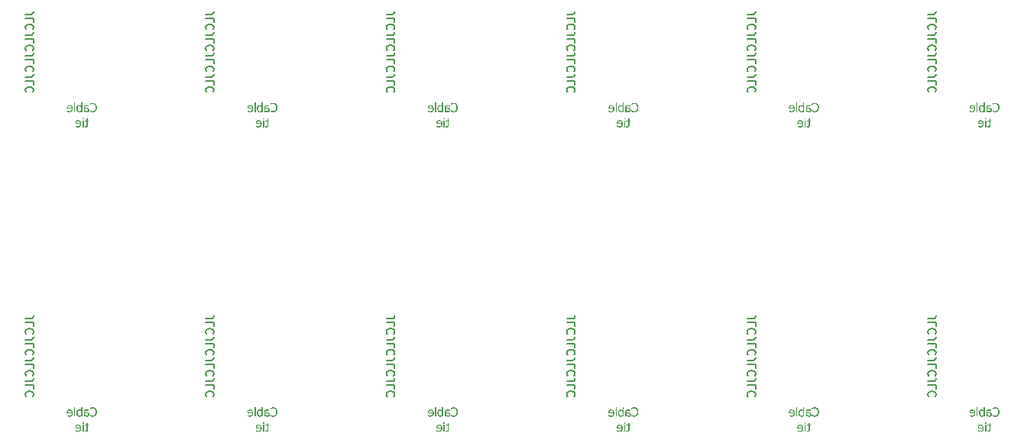
<source format=gbr>
%TF.GenerationSoftware,KiCad,Pcbnew,7.0.5*%
%TF.CreationDate,2024-01-10T15:42:08+00:00*%
%TF.ProjectId,TemperaturePCB_PANEL,54656d70-6572-4617-9475-72655043425f,rev?*%
%TF.SameCoordinates,Original*%
%TF.FileFunction,Legend,Bot*%
%TF.FilePolarity,Positive*%
%FSLAX46Y46*%
G04 Gerber Fmt 4.6, Leading zero omitted, Abs format (unit mm)*
G04 Created by KiCad (PCBNEW 7.0.5) date 2024-01-10 15:42:08*
%MOMM*%
%LPD*%
G01*
G04 APERTURE LIST*
%ADD10C,0.125000*%
%ADD11C,0.200000*%
G04 APERTURE END LIST*
D10*
G36*
X99698743Y-52913144D02*
G01*
X99711228Y-52913014D01*
X99723587Y-52912625D01*
X99735820Y-52911976D01*
X99747927Y-52911068D01*
X99759908Y-52909900D01*
X99771764Y-52908473D01*
X99783493Y-52906786D01*
X99795097Y-52904840D01*
X99806574Y-52902634D01*
X99817926Y-52900169D01*
X99829151Y-52897444D01*
X99840251Y-52894459D01*
X99851225Y-52891216D01*
X99862073Y-52887712D01*
X99872794Y-52883949D01*
X99883390Y-52879927D01*
X99893803Y-52875647D01*
X99904036Y-52871111D01*
X99914091Y-52866320D01*
X99923965Y-52861273D01*
X99933660Y-52855970D01*
X99943176Y-52850412D01*
X99952513Y-52844598D01*
X99961670Y-52838528D01*
X99970648Y-52832202D01*
X99979446Y-52825621D01*
X99988066Y-52818784D01*
X99996505Y-52811692D01*
X100004766Y-52804343D01*
X100012847Y-52796739D01*
X100020748Y-52788880D01*
X100028471Y-52780764D01*
X100036026Y-52772424D01*
X100043366Y-52763828D01*
X100050490Y-52754976D01*
X100057398Y-52745868D01*
X100064091Y-52736505D01*
X100070568Y-52726886D01*
X100076830Y-52717011D01*
X100082876Y-52706881D01*
X100088706Y-52696495D01*
X100094321Y-52685853D01*
X100099720Y-52674956D01*
X100104903Y-52663803D01*
X100109871Y-52652394D01*
X100114623Y-52640729D01*
X100119160Y-52628809D01*
X100123481Y-52616633D01*
X100127533Y-52604215D01*
X100131324Y-52591568D01*
X100134853Y-52578692D01*
X100138120Y-52565586D01*
X100141127Y-52552252D01*
X100143872Y-52538689D01*
X100146355Y-52524897D01*
X100148577Y-52510876D01*
X100150538Y-52496626D01*
X100152237Y-52482147D01*
X100153675Y-52467439D01*
X100154851Y-52452502D01*
X100155766Y-52437336D01*
X100156419Y-52421941D01*
X100156812Y-52406317D01*
X100156942Y-52390464D01*
X100156815Y-52374716D01*
X100156435Y-52359224D01*
X100155800Y-52343988D01*
X100154912Y-52329007D01*
X100153770Y-52314282D01*
X100152374Y-52299812D01*
X100150725Y-52285598D01*
X100148821Y-52271640D01*
X100146664Y-52257938D01*
X100144253Y-52244491D01*
X100141588Y-52231300D01*
X100138670Y-52218365D01*
X100135498Y-52205685D01*
X100132072Y-52193261D01*
X100128392Y-52181093D01*
X100124458Y-52169180D01*
X100120251Y-52157491D01*
X100115810Y-52145993D01*
X100111137Y-52134685D01*
X100106231Y-52123568D01*
X100101093Y-52112642D01*
X100095721Y-52101907D01*
X100090117Y-52091362D01*
X100084280Y-52081009D01*
X100078210Y-52070846D01*
X100071908Y-52060874D01*
X100065372Y-52051093D01*
X100058604Y-52041502D01*
X100051603Y-52032103D01*
X100044369Y-52022894D01*
X100036903Y-52013876D01*
X100029203Y-52005049D01*
X100021482Y-51996688D01*
X100013583Y-51988578D01*
X100005507Y-51980720D01*
X99997253Y-51973114D01*
X99988822Y-51965760D01*
X99980214Y-51958658D01*
X99971427Y-51951808D01*
X99962464Y-51945210D01*
X99953323Y-51938863D01*
X99944005Y-51932769D01*
X99934509Y-51926926D01*
X99924835Y-51921335D01*
X99914984Y-51915996D01*
X99904956Y-51910909D01*
X99894750Y-51906074D01*
X99884367Y-51901490D01*
X99873817Y-51897172D01*
X99863111Y-51893132D01*
X99852247Y-51889372D01*
X99841228Y-51885889D01*
X99830052Y-51882685D01*
X99818719Y-51879760D01*
X99807230Y-51877114D01*
X99795585Y-51874746D01*
X99783783Y-51872656D01*
X99771825Y-51870845D01*
X99759710Y-51869313D01*
X99747439Y-51868059D01*
X99735011Y-51867084D01*
X99722427Y-51866388D01*
X99709686Y-51865970D01*
X99696789Y-51865831D01*
X99684008Y-51865949D01*
X99671433Y-51866304D01*
X99659065Y-51866895D01*
X99646902Y-51867724D01*
X99634946Y-51868788D01*
X99623195Y-51870090D01*
X99611651Y-51871628D01*
X99600313Y-51873402D01*
X99589177Y-51875356D01*
X99578239Y-51877432D01*
X99567500Y-51879630D01*
X99556960Y-51881951D01*
X99546618Y-51884393D01*
X99536474Y-51886958D01*
X99526529Y-51889644D01*
X99516782Y-51892453D01*
X99506436Y-51895790D01*
X99496007Y-51899389D01*
X99485494Y-51903251D01*
X99474898Y-51907375D01*
X99464218Y-51911761D01*
X99453455Y-51916410D01*
X99449127Y-51918343D01*
X99438312Y-51923223D01*
X99427545Y-51928246D01*
X99416826Y-51933413D01*
X99406155Y-51938722D01*
X99395531Y-51944174D01*
X99384956Y-51949770D01*
X99380739Y-51952048D01*
X99380739Y-52115935D01*
X99391729Y-52115935D01*
X99400033Y-52108460D01*
X99407949Y-52101551D01*
X99416605Y-52094178D01*
X99424382Y-52087680D01*
X99432671Y-52080859D01*
X99437891Y-52076612D01*
X99446973Y-52069450D01*
X99456663Y-52062311D01*
X99464853Y-52056617D01*
X99473432Y-52050938D01*
X99482400Y-52045275D01*
X99491757Y-52039627D01*
X99501504Y-52033994D01*
X99506524Y-52031183D01*
X99516404Y-52026050D01*
X99526506Y-52021154D01*
X99536829Y-52016494D01*
X99547373Y-52012071D01*
X99558139Y-52007885D01*
X99569126Y-52003935D01*
X99580335Y-52000222D01*
X99591764Y-51996745D01*
X99603473Y-51993539D01*
X99615639Y-51990761D01*
X99628263Y-51988410D01*
X99638032Y-51986927D01*
X99648059Y-51985685D01*
X99658343Y-51984683D01*
X99668884Y-51983922D01*
X99679683Y-51983401D01*
X99690740Y-51983121D01*
X99698254Y-51983067D01*
X99710422Y-51983299D01*
X99722469Y-51983995D01*
X99734396Y-51985154D01*
X99746202Y-51986777D01*
X99757889Y-51988863D01*
X99769455Y-51991414D01*
X99780901Y-51994427D01*
X99792227Y-51997905D01*
X99803432Y-52001846D01*
X99814518Y-52006251D01*
X99821841Y-52009446D01*
X99832660Y-52014610D01*
X99843225Y-52020213D01*
X99853537Y-52026254D01*
X99863595Y-52032733D01*
X99873400Y-52039649D01*
X99882952Y-52047004D01*
X99892251Y-52054796D01*
X99901296Y-52063026D01*
X99910088Y-52071695D01*
X99918627Y-52080801D01*
X99924179Y-52087115D01*
X99932117Y-52096966D01*
X99939721Y-52107285D01*
X99946989Y-52118072D01*
X99953923Y-52129327D01*
X99960522Y-52141050D01*
X99966786Y-52153241D01*
X99972715Y-52165900D01*
X99978309Y-52179026D01*
X99983569Y-52192621D01*
X99986889Y-52201944D01*
X99990060Y-52211476D01*
X99991590Y-52216319D01*
X99994488Y-52226104D01*
X99997200Y-52236042D01*
X99999724Y-52246132D01*
X100002062Y-52256375D01*
X100004212Y-52266771D01*
X100006176Y-52277319D01*
X100007952Y-52288020D01*
X100009542Y-52298873D01*
X100010944Y-52309879D01*
X100012160Y-52321038D01*
X100013188Y-52332350D01*
X100014030Y-52343814D01*
X100014684Y-52355431D01*
X100015152Y-52367200D01*
X100015432Y-52379122D01*
X100015526Y-52391197D01*
X100015426Y-52404000D01*
X100015129Y-52416579D01*
X100014633Y-52428935D01*
X100013938Y-52441068D01*
X100013045Y-52452978D01*
X100011954Y-52464665D01*
X100010664Y-52476128D01*
X100009175Y-52487368D01*
X100007489Y-52498384D01*
X100005603Y-52509178D01*
X100003520Y-52519748D01*
X100001238Y-52530095D01*
X99998757Y-52540219D01*
X99996078Y-52550119D01*
X99993200Y-52559796D01*
X99990124Y-52569250D01*
X99986877Y-52578501D01*
X99981733Y-52592033D01*
X99976264Y-52605154D01*
X99970468Y-52617862D01*
X99964345Y-52630158D01*
X99957897Y-52642042D01*
X99951122Y-52653514D01*
X99944021Y-52664574D01*
X99936593Y-52675221D01*
X99928840Y-52685456D01*
X99920759Y-52695279D01*
X99912614Y-52704451D01*
X99904207Y-52713188D01*
X99895538Y-52721492D01*
X99886607Y-52729363D01*
X99877415Y-52736800D01*
X99867960Y-52743803D01*
X99858244Y-52750372D01*
X99848265Y-52756508D01*
X99838025Y-52762210D01*
X99827523Y-52767479D01*
X99820376Y-52770750D01*
X99809508Y-52775246D01*
X99798520Y-52779300D01*
X99787411Y-52782911D01*
X99776183Y-52786081D01*
X99764834Y-52788807D01*
X99753365Y-52791092D01*
X99741776Y-52792935D01*
X99730067Y-52794335D01*
X99718237Y-52795293D01*
X99706288Y-52795809D01*
X99698254Y-52795907D01*
X99687251Y-52795781D01*
X99676407Y-52795401D01*
X99665722Y-52794768D01*
X99655195Y-52793881D01*
X99644827Y-52792741D01*
X99634619Y-52791348D01*
X99624569Y-52789701D01*
X99614677Y-52787802D01*
X99604945Y-52785649D01*
X99595372Y-52783242D01*
X99589078Y-52781497D01*
X99576675Y-52777772D01*
X99564623Y-52773803D01*
X99552922Y-52769590D01*
X99541572Y-52765133D01*
X99530574Y-52760431D01*
X99519926Y-52755485D01*
X99509630Y-52750295D01*
X99499685Y-52744861D01*
X99490385Y-52739533D01*
X99481412Y-52734175D01*
X99472769Y-52728786D01*
X99464453Y-52723367D01*
X99454520Y-52716550D01*
X99445099Y-52709686D01*
X99436192Y-52702774D01*
X99434472Y-52701385D01*
X99426133Y-52694525D01*
X99418367Y-52687986D01*
X99409803Y-52680564D01*
X99402064Y-52673606D01*
X99394077Y-52666074D01*
X99390997Y-52663039D01*
X99380739Y-52663039D01*
X99380739Y-52825217D01*
X99391182Y-52830142D01*
X99401447Y-52834996D01*
X99411532Y-52839778D01*
X99421439Y-52844489D01*
X99431167Y-52849128D01*
X99440716Y-52853696D01*
X99444486Y-52855503D01*
X99454108Y-52859988D01*
X99464350Y-52864438D01*
X99475212Y-52868851D01*
X99484348Y-52872357D01*
X99493881Y-52875839D01*
X99503811Y-52879299D01*
X99514138Y-52882735D01*
X99516782Y-52883591D01*
X99527853Y-52887086D01*
X99538718Y-52890368D01*
X99549377Y-52893437D01*
X99559830Y-52896291D01*
X99570076Y-52898932D01*
X99580117Y-52901359D01*
X99589952Y-52903573D01*
X99599580Y-52905573D01*
X99609464Y-52907347D01*
X99620066Y-52908885D01*
X99631385Y-52910186D01*
X99643422Y-52911251D01*
X99656176Y-52912079D01*
X99666212Y-52912545D01*
X99676652Y-52912878D01*
X99687496Y-52913077D01*
X99698743Y-52913144D01*
G37*
G36*
X99033767Y-52115986D02*
G01*
X99046024Y-52116251D01*
X99058307Y-52116744D01*
X99070616Y-52117465D01*
X99082951Y-52118413D01*
X99095312Y-52119589D01*
X99107698Y-52120992D01*
X99120110Y-52122623D01*
X99132548Y-52124481D01*
X99145011Y-52126567D01*
X99157501Y-52128880D01*
X99169730Y-52131242D01*
X99181414Y-52133566D01*
X99192554Y-52135850D01*
X99203147Y-52138097D01*
X99213196Y-52140304D01*
X99225746Y-52143187D01*
X99237326Y-52146002D01*
X99247937Y-52148748D01*
X99259838Y-52152083D01*
X99259838Y-52287882D01*
X99252267Y-52287882D01*
X99244696Y-52284364D01*
X99233344Y-52279286D01*
X99221996Y-52274449D01*
X99210652Y-52269852D01*
X99199313Y-52265496D01*
X99187978Y-52261380D01*
X99176647Y-52257505D01*
X99165320Y-52253870D01*
X99153998Y-52250475D01*
X99142680Y-52247321D01*
X99131367Y-52244407D01*
X99127597Y-52243475D01*
X99116475Y-52240858D01*
X99105638Y-52238507D01*
X99095083Y-52236422D01*
X99084812Y-52234603D01*
X99074824Y-52233050D01*
X99061948Y-52231394D01*
X99049576Y-52230211D01*
X99037707Y-52229501D01*
X99026342Y-52229264D01*
X99021619Y-52229284D01*
X99009885Y-52229510D01*
X98998258Y-52229985D01*
X98986739Y-52230712D01*
X98975327Y-52231688D01*
X98964022Y-52232916D01*
X98952825Y-52234393D01*
X98941879Y-52236264D01*
X98931482Y-52238672D01*
X98921634Y-52241617D01*
X98912334Y-52245098D01*
X98901899Y-52249984D01*
X98892253Y-52255642D01*
X98889212Y-52257586D01*
X98880606Y-52264023D01*
X98872772Y-52271370D01*
X98865711Y-52279628D01*
X98859422Y-52288795D01*
X98853907Y-52298873D01*
X98849896Y-52308010D01*
X98846565Y-52318017D01*
X98843914Y-52328894D01*
X98841943Y-52340643D01*
X98840855Y-52350668D01*
X98840202Y-52361251D01*
X98839985Y-52372390D01*
X98839985Y-52397303D01*
X98852662Y-52397998D01*
X98865230Y-52398738D01*
X98877689Y-52399524D01*
X98890039Y-52400356D01*
X98902281Y-52401234D01*
X98914414Y-52402157D01*
X98926438Y-52403127D01*
X98938354Y-52404142D01*
X98950160Y-52405203D01*
X98961858Y-52406310D01*
X98973447Y-52407462D01*
X98984928Y-52408660D01*
X98996299Y-52409905D01*
X99007562Y-52411194D01*
X99018716Y-52412530D01*
X99029762Y-52413912D01*
X99035234Y-52414616D01*
X99046042Y-52416131D01*
X99056666Y-52417788D01*
X99067108Y-52419585D01*
X99077366Y-52421524D01*
X99087441Y-52423604D01*
X99097333Y-52425825D01*
X99107042Y-52428187D01*
X99116567Y-52430690D01*
X99130512Y-52434710D01*
X99144044Y-52439048D01*
X99157165Y-52443704D01*
X99169873Y-52448677D01*
X99182169Y-52453967D01*
X99191115Y-52458086D01*
X99203960Y-52464597D01*
X99216119Y-52471507D01*
X99227591Y-52478817D01*
X99238376Y-52486525D01*
X99248473Y-52494633D01*
X99257884Y-52503140D01*
X99266608Y-52512047D01*
X99274646Y-52521353D01*
X99281996Y-52531058D01*
X99288659Y-52541162D01*
X99292741Y-52548093D01*
X99298369Y-52558832D01*
X99303405Y-52569983D01*
X99307849Y-52581546D01*
X99311700Y-52593522D01*
X99314959Y-52605909D01*
X99317625Y-52618709D01*
X99319698Y-52631921D01*
X99321180Y-52645545D01*
X99322068Y-52659582D01*
X99322365Y-52674030D01*
X99322074Y-52686590D01*
X99321204Y-52698989D01*
X99319754Y-52711228D01*
X99317724Y-52723306D01*
X99315114Y-52735225D01*
X99311923Y-52746983D01*
X99308153Y-52758580D01*
X99303802Y-52770018D01*
X99298967Y-52781150D01*
X99293742Y-52791832D01*
X99288129Y-52802063D01*
X99282126Y-52811844D01*
X99275733Y-52821175D01*
X99268952Y-52830056D01*
X99261781Y-52838486D01*
X99254221Y-52846466D01*
X99246000Y-52854182D01*
X99237460Y-52861456D01*
X99228598Y-52868287D01*
X99219416Y-52874676D01*
X99209914Y-52880622D01*
X99200090Y-52886125D01*
X99189947Y-52891185D01*
X99179482Y-52895803D01*
X99168724Y-52899867D01*
X99157821Y-52903390D01*
X99146773Y-52906370D01*
X99135580Y-52908809D01*
X99124242Y-52910705D01*
X99112758Y-52912060D01*
X99101130Y-52912873D01*
X99089357Y-52913144D01*
X99078777Y-52913058D01*
X99068652Y-52912801D01*
X99055859Y-52912190D01*
X99043876Y-52911274D01*
X99032702Y-52910053D01*
X99022337Y-52908526D01*
X99010518Y-52906189D01*
X98999964Y-52903374D01*
X98995955Y-52902151D01*
X98985849Y-52898810D01*
X98975624Y-52895062D01*
X98965279Y-52890910D01*
X98954815Y-52886352D01*
X98944232Y-52881388D01*
X98933530Y-52876019D01*
X98927336Y-52872829D01*
X98917945Y-52867528D01*
X98908434Y-52861609D01*
X98898803Y-52855071D01*
X98890685Y-52849151D01*
X98882483Y-52842802D01*
X98874426Y-52836465D01*
X98865450Y-52829458D01*
X98857230Y-52823104D01*
X98848594Y-52816515D01*
X98839985Y-52810074D01*
X98839985Y-52897513D01*
X98711757Y-52897513D01*
X98711757Y-52502816D01*
X98839985Y-52502816D01*
X98839985Y-52703095D01*
X98845443Y-52707721D01*
X98853720Y-52714493D01*
X98862104Y-52721062D01*
X98870596Y-52727430D01*
X98879194Y-52733596D01*
X98887901Y-52739560D01*
X98896714Y-52745322D01*
X98905635Y-52750883D01*
X98914663Y-52756242D01*
X98923799Y-52761399D01*
X98933041Y-52766354D01*
X98939254Y-52769460D01*
X98948745Y-52773742D01*
X98958443Y-52777574D01*
X98968346Y-52780955D01*
X98978455Y-52783885D01*
X98988771Y-52786365D01*
X98999292Y-52788393D01*
X99010020Y-52789971D01*
X99020954Y-52791098D01*
X99032093Y-52791774D01*
X99043439Y-52792000D01*
X99056511Y-52791718D01*
X99068982Y-52790875D01*
X99080851Y-52789469D01*
X99092120Y-52787500D01*
X99102787Y-52784969D01*
X99112854Y-52781876D01*
X99122319Y-52778220D01*
X99131183Y-52774002D01*
X99142068Y-52767503D01*
X99151883Y-52760004D01*
X99154167Y-52757974D01*
X99162578Y-52749254D01*
X99169829Y-52739572D01*
X99175920Y-52728928D01*
X99180851Y-52717323D01*
X99183787Y-52707988D01*
X99186071Y-52698112D01*
X99187703Y-52687695D01*
X99188682Y-52676737D01*
X99189008Y-52665238D01*
X99188975Y-52661796D01*
X99188485Y-52651758D01*
X99186917Y-52639043D01*
X99184302Y-52627090D01*
X99180643Y-52615900D01*
X99175937Y-52605474D01*
X99170186Y-52595812D01*
X99163389Y-52586912D01*
X99155547Y-52578776D01*
X99153423Y-52576853D01*
X99144578Y-52569476D01*
X99135177Y-52562603D01*
X99125218Y-52556233D01*
X99114703Y-52550368D01*
X99103630Y-52545006D01*
X99091999Y-52540148D01*
X99079812Y-52535793D01*
X99070306Y-52532858D01*
X99059017Y-52529832D01*
X99046889Y-52526981D01*
X99037242Y-52524958D01*
X99027123Y-52523034D01*
X99016531Y-52521208D01*
X99005467Y-52519482D01*
X98993931Y-52517854D01*
X98981922Y-52516325D01*
X98969442Y-52514894D01*
X98956489Y-52513563D01*
X98943512Y-52512306D01*
X98930961Y-52511101D01*
X98918834Y-52509948D01*
X98907133Y-52508846D01*
X98895856Y-52507795D01*
X98885005Y-52506796D01*
X98874578Y-52505849D01*
X98864577Y-52504953D01*
X98851903Y-52503839D01*
X98839985Y-52502816D01*
X98711757Y-52502816D01*
X98711757Y-52375566D01*
X98711838Y-52366675D01*
X98712258Y-52353662D01*
X98713040Y-52341036D01*
X98714182Y-52328795D01*
X98715684Y-52316942D01*
X98717548Y-52305474D01*
X98719772Y-52294393D01*
X98722356Y-52283698D01*
X98725301Y-52273390D01*
X98728607Y-52263468D01*
X98732274Y-52253933D01*
X98736310Y-52244751D01*
X98740723Y-52235892D01*
X98745514Y-52227355D01*
X98752491Y-52216473D01*
X98760138Y-52206163D01*
X98768458Y-52196426D01*
X98777449Y-52187261D01*
X98787112Y-52178668D01*
X98794800Y-52172600D01*
X98800247Y-52168678D01*
X98808578Y-52163084D01*
X98817102Y-52157838D01*
X98825820Y-52152940D01*
X98834731Y-52148390D01*
X98843835Y-52144188D01*
X98853132Y-52140333D01*
X98862622Y-52136826D01*
X98872306Y-52133667D01*
X98882183Y-52130855D01*
X98892253Y-52128392D01*
X98902638Y-52126166D01*
X98913462Y-52124159D01*
X98924723Y-52122370D01*
X98936423Y-52120801D01*
X98948560Y-52119451D01*
X98961135Y-52118320D01*
X98974148Y-52117407D01*
X98987599Y-52116714D01*
X99001488Y-52116240D01*
X99015815Y-52115984D01*
X99025609Y-52115935D01*
X99033767Y-52115986D01*
G37*
G36*
X98533949Y-52897513D02*
G01*
X98413048Y-52897513D01*
X98404988Y-52856235D01*
X98394165Y-52862601D01*
X98383312Y-52868631D01*
X98372428Y-52874325D01*
X98361513Y-52879683D01*
X98350568Y-52884705D01*
X98339592Y-52889391D01*
X98328586Y-52893742D01*
X98317549Y-52897757D01*
X98309056Y-52900507D01*
X98297237Y-52903752D01*
X98284853Y-52906517D01*
X98275194Y-52908275D01*
X98265218Y-52909763D01*
X98254924Y-52910980D01*
X98244312Y-52911927D01*
X98233383Y-52912603D01*
X98222136Y-52913009D01*
X98210571Y-52913144D01*
X98193563Y-52912703D01*
X98176915Y-52911381D01*
X98160628Y-52909177D01*
X98144702Y-52906092D01*
X98129136Y-52902124D01*
X98113931Y-52897276D01*
X98099087Y-52891546D01*
X98084603Y-52884934D01*
X98070480Y-52877441D01*
X98056717Y-52869066D01*
X98043315Y-52859809D01*
X98030274Y-52849671D01*
X98017593Y-52838652D01*
X98005274Y-52826751D01*
X97993314Y-52813968D01*
X97981716Y-52800304D01*
X97970654Y-52785887D01*
X97960306Y-52770907D01*
X97950672Y-52755364D01*
X97941751Y-52739258D01*
X97933544Y-52722590D01*
X97926051Y-52705358D01*
X97919271Y-52687564D01*
X97913205Y-52669206D01*
X97910440Y-52659817D01*
X97907853Y-52650286D01*
X97905445Y-52640615D01*
X97903214Y-52630803D01*
X97901163Y-52620850D01*
X97899289Y-52610757D01*
X97897594Y-52600523D01*
X97896078Y-52590148D01*
X97894740Y-52579633D01*
X97893580Y-52568976D01*
X97892599Y-52558179D01*
X97891796Y-52547242D01*
X97891172Y-52536163D01*
X97890726Y-52524944D01*
X97890458Y-52513584D01*
X97890437Y-52510876D01*
X98023725Y-52510876D01*
X98023946Y-52529038D01*
X98024607Y-52546581D01*
X98025709Y-52563507D01*
X98027252Y-52579814D01*
X98029235Y-52595502D01*
X98031659Y-52610573D01*
X98034524Y-52625025D01*
X98037830Y-52638859D01*
X98041577Y-52652075D01*
X98045764Y-52664673D01*
X98050393Y-52676652D01*
X98055462Y-52688013D01*
X98060971Y-52698756D01*
X98066922Y-52708881D01*
X98073313Y-52718387D01*
X98080145Y-52727275D01*
X98087334Y-52735586D01*
X98094857Y-52743361D01*
X98102714Y-52750599D01*
X98110905Y-52757302D01*
X98119429Y-52763468D01*
X98128288Y-52769098D01*
X98137480Y-52774192D01*
X98147007Y-52778749D01*
X98156867Y-52782771D01*
X98167062Y-52786256D01*
X98177590Y-52789205D01*
X98188452Y-52791618D01*
X98199648Y-52793495D01*
X98211178Y-52794835D01*
X98223042Y-52795639D01*
X98235240Y-52795907D01*
X98246479Y-52795759D01*
X98257481Y-52795312D01*
X98268247Y-52794568D01*
X98278776Y-52793526D01*
X98289068Y-52792187D01*
X98299124Y-52790549D01*
X98308944Y-52788615D01*
X98318526Y-52786382D01*
X98320888Y-52785758D01*
X98330555Y-52782995D01*
X98340573Y-52779805D01*
X98350942Y-52776187D01*
X98361662Y-52772142D01*
X98372733Y-52767669D01*
X98384155Y-52762769D01*
X98395928Y-52757441D01*
X98404988Y-52753165D01*
X98404988Y-52326228D01*
X98399454Y-52321457D01*
X98391005Y-52314497D01*
X98382381Y-52307773D01*
X98373580Y-52301285D01*
X98364603Y-52295033D01*
X98355451Y-52289017D01*
X98346122Y-52283238D01*
X98336617Y-52277695D01*
X98326937Y-52272387D01*
X98317080Y-52267316D01*
X98307047Y-52262481D01*
X98300305Y-52259405D01*
X98290209Y-52255163D01*
X98280134Y-52251368D01*
X98270082Y-52248019D01*
X98260050Y-52245117D01*
X98250040Y-52242661D01*
X98240052Y-52240652D01*
X98230085Y-52239089D01*
X98220139Y-52237973D01*
X98210215Y-52237303D01*
X98200313Y-52237080D01*
X98188911Y-52237352D01*
X98177907Y-52238167D01*
X98167303Y-52239527D01*
X98157097Y-52241430D01*
X98147290Y-52243878D01*
X98133328Y-52248568D01*
X98120262Y-52254482D01*
X98108094Y-52261620D01*
X98096824Y-52269981D01*
X98086450Y-52279566D01*
X98076974Y-52290374D01*
X98071155Y-52298260D01*
X98065735Y-52306689D01*
X98060648Y-52315644D01*
X98055889Y-52325106D01*
X98051458Y-52335077D01*
X98047356Y-52345554D01*
X98043581Y-52356539D01*
X98040135Y-52368032D01*
X98037017Y-52380033D01*
X98034228Y-52392540D01*
X98031766Y-52405556D01*
X98029633Y-52419079D01*
X98027828Y-52433110D01*
X98026351Y-52447648D01*
X98025202Y-52462693D01*
X98024382Y-52478247D01*
X98023889Y-52494308D01*
X98023725Y-52510876D01*
X97890437Y-52510876D01*
X97890369Y-52502083D01*
X97890442Y-52490834D01*
X97890662Y-52479738D01*
X97891028Y-52468796D01*
X97891540Y-52458009D01*
X97892199Y-52447376D01*
X97893005Y-52436896D01*
X97893957Y-52426571D01*
X97895055Y-52416400D01*
X97896300Y-52406383D01*
X97897691Y-52396520D01*
X97900913Y-52377256D01*
X97904721Y-52358609D01*
X97909114Y-52340578D01*
X97914094Y-52323163D01*
X97919659Y-52306365D01*
X97925810Y-52290183D01*
X97932546Y-52274617D01*
X97939869Y-52259668D01*
X97947777Y-52245334D01*
X97956271Y-52231618D01*
X97965351Y-52218517D01*
X97974909Y-52206095D01*
X97984898Y-52194475D01*
X97995319Y-52183656D01*
X98006170Y-52173638D01*
X98017453Y-52164421D01*
X98029167Y-52156006D01*
X98041313Y-52148393D01*
X98053889Y-52141581D01*
X98066897Y-52135570D01*
X98080336Y-52130361D01*
X98094207Y-52125953D01*
X98108508Y-52122347D01*
X98123241Y-52119542D01*
X98138405Y-52117538D01*
X98154000Y-52116336D01*
X98170027Y-52115935D01*
X98178975Y-52116048D01*
X98192179Y-52116639D01*
X98205121Y-52117737D01*
X98217802Y-52119341D01*
X98230220Y-52121452D01*
X98242377Y-52124069D01*
X98254271Y-52127193D01*
X98265904Y-52130824D01*
X98277275Y-52134962D01*
X98288384Y-52139605D01*
X98299231Y-52144756D01*
X98306313Y-52148418D01*
X98316818Y-52154132D01*
X98327182Y-52160113D01*
X98337403Y-52166360D01*
X98347484Y-52172873D01*
X98357422Y-52179652D01*
X98367219Y-52186697D01*
X98376874Y-52194009D01*
X98386387Y-52201586D01*
X98395758Y-52209430D01*
X98404988Y-52217540D01*
X98404988Y-51834568D01*
X98533949Y-51834568D01*
X98533949Y-52897513D01*
G37*
G36*
X97628296Y-52897513D02*
G01*
X97757501Y-52897513D01*
X97757501Y-51834568D01*
X97628296Y-51834568D01*
X97628296Y-52897513D01*
G37*
G36*
X97158197Y-52116364D02*
G01*
X97177332Y-52117649D01*
X97195994Y-52119791D01*
X97214182Y-52122789D01*
X97231898Y-52126645D01*
X97249140Y-52131357D01*
X97265908Y-52136926D01*
X97282204Y-52143352D01*
X97298026Y-52150634D01*
X97313376Y-52158773D01*
X97328251Y-52167769D01*
X97342654Y-52177622D01*
X97356584Y-52188331D01*
X97370040Y-52199898D01*
X97383023Y-52212321D01*
X97395533Y-52225600D01*
X97401573Y-52232528D01*
X97413080Y-52246828D01*
X97423819Y-52261719D01*
X97433791Y-52277202D01*
X97442995Y-52293276D01*
X97451433Y-52309942D01*
X97459104Y-52327199D01*
X97466008Y-52345048D01*
X97472144Y-52363488D01*
X97474925Y-52372930D01*
X97477514Y-52382520D01*
X97479911Y-52392258D01*
X97482116Y-52402144D01*
X97484130Y-52412177D01*
X97485952Y-52422359D01*
X97487582Y-52432688D01*
X97489020Y-52443165D01*
X97490266Y-52453790D01*
X97491321Y-52464563D01*
X97492184Y-52475484D01*
X97492855Y-52486552D01*
X97493335Y-52497769D01*
X97493622Y-52509133D01*
X97493718Y-52520646D01*
X97493619Y-52532316D01*
X97493322Y-52543819D01*
X97492827Y-52555155D01*
X97492135Y-52566323D01*
X97491244Y-52577324D01*
X97490155Y-52588157D01*
X97488868Y-52598823D01*
X97487383Y-52609321D01*
X97485701Y-52619652D01*
X97483820Y-52629816D01*
X97481741Y-52639812D01*
X97479464Y-52649640D01*
X97476990Y-52659302D01*
X97474317Y-52668795D01*
X97468378Y-52687280D01*
X97461647Y-52705096D01*
X97454124Y-52722242D01*
X97445810Y-52738717D01*
X97436703Y-52754524D01*
X97426804Y-52769660D01*
X97416114Y-52784127D01*
X97404632Y-52797923D01*
X97392358Y-52811051D01*
X97385942Y-52817332D01*
X97372631Y-52829296D01*
X97358679Y-52840462D01*
X97344085Y-52850831D01*
X97328851Y-52860402D01*
X97312975Y-52869176D01*
X97296458Y-52877152D01*
X97279300Y-52884331D01*
X97261501Y-52890711D01*
X97243060Y-52896295D01*
X97233600Y-52898787D01*
X97223979Y-52901080D01*
X97214198Y-52903174D01*
X97204256Y-52905068D01*
X97194154Y-52906763D01*
X97183892Y-52908259D01*
X97173470Y-52909555D01*
X97162888Y-52910652D01*
X97152145Y-52911549D01*
X97141242Y-52912247D01*
X97130178Y-52912745D01*
X97118954Y-52913044D01*
X97107570Y-52913144D01*
X97104670Y-52913139D01*
X97093386Y-52913007D01*
X97082605Y-52912700D01*
X97072327Y-52912217D01*
X97062554Y-52911559D01*
X97051045Y-52910489D01*
X97040324Y-52909145D01*
X97030390Y-52907526D01*
X97026545Y-52906836D01*
X97016682Y-52904942D01*
X97006461Y-52902810D01*
X96995883Y-52900439D01*
X96984947Y-52897829D01*
X96973653Y-52894981D01*
X96962002Y-52891895D01*
X96951695Y-52888858D01*
X96940924Y-52885426D01*
X96931595Y-52882265D01*
X96921943Y-52878829D01*
X96911969Y-52875119D01*
X96901674Y-52871134D01*
X96895450Y-52868654D01*
X96885508Y-52864692D01*
X96876102Y-52860945D01*
X96865523Y-52856732D01*
X96855717Y-52852828D01*
X96845254Y-52848664D01*
X96845254Y-52709934D01*
X96852825Y-52709934D01*
X96857989Y-52713945D01*
X96865900Y-52719700D01*
X96874605Y-52725619D01*
X96884105Y-52731701D01*
X96892881Y-52737045D01*
X96902243Y-52742400D01*
X96912378Y-52747841D01*
X96921415Y-52752441D01*
X96930988Y-52757101D01*
X96941097Y-52761820D01*
X96951743Y-52766598D01*
X96953812Y-52767509D01*
X96964392Y-52771905D01*
X96975365Y-52776038D01*
X96986731Y-52779910D01*
X96996108Y-52782818D01*
X97005736Y-52785558D01*
X97015617Y-52788130D01*
X97025749Y-52790534D01*
X97035973Y-52792709D01*
X97046250Y-52794595D01*
X97056581Y-52796190D01*
X97066965Y-52797495D01*
X97077403Y-52798510D01*
X97087894Y-52799235D01*
X97098438Y-52799670D01*
X97109036Y-52799815D01*
X97123703Y-52799537D01*
X97137967Y-52798701D01*
X97151829Y-52797308D01*
X97165288Y-52795358D01*
X97178345Y-52792851D01*
X97190998Y-52789786D01*
X97203250Y-52786164D01*
X97215098Y-52781986D01*
X97226544Y-52777250D01*
X97237588Y-52771956D01*
X97248229Y-52766106D01*
X97258467Y-52759698D01*
X97268302Y-52752734D01*
X97277735Y-52745212D01*
X97286765Y-52737133D01*
X97295393Y-52728496D01*
X97303527Y-52719334D01*
X97311135Y-52709674D01*
X97318219Y-52699519D01*
X97324779Y-52688868D01*
X97330813Y-52677721D01*
X97336323Y-52666077D01*
X97341308Y-52653938D01*
X97345768Y-52641302D01*
X97349704Y-52628170D01*
X97353115Y-52614542D01*
X97356001Y-52600418D01*
X97358362Y-52585798D01*
X97360199Y-52570681D01*
X97361510Y-52555069D01*
X97362298Y-52538960D01*
X97362560Y-52522355D01*
X96830843Y-52522355D01*
X96830843Y-52454212D01*
X96830929Y-52443146D01*
X96831187Y-52432299D01*
X96831495Y-52424658D01*
X96956628Y-52424658D01*
X97362560Y-52424658D01*
X97361685Y-52416014D01*
X97360217Y-52404810D01*
X97358407Y-52393972D01*
X97356252Y-52383500D01*
X97353755Y-52373394D01*
X97350913Y-52363655D01*
X97347729Y-52354282D01*
X97343265Y-52343081D01*
X97338199Y-52332245D01*
X97332465Y-52321720D01*
X97326063Y-52311504D01*
X97318993Y-52301598D01*
X97312856Y-52293897D01*
X97306292Y-52286394D01*
X97299301Y-52279090D01*
X97297448Y-52277347D01*
X97289911Y-52270640D01*
X97282175Y-52264353D01*
X97274241Y-52258485D01*
X97266108Y-52253037D01*
X97255664Y-52246818D01*
X97244909Y-52241255D01*
X97233844Y-52236347D01*
X97224567Y-52232855D01*
X97214808Y-52229829D01*
X97204569Y-52227268D01*
X97193849Y-52225173D01*
X97182648Y-52223543D01*
X97170967Y-52222379D01*
X97158804Y-52221681D01*
X97146161Y-52221448D01*
X97136509Y-52221575D01*
X97124100Y-52222138D01*
X97112218Y-52223151D01*
X97100863Y-52224615D01*
X97090034Y-52226529D01*
X97079732Y-52228893D01*
X97069956Y-52231707D01*
X97058478Y-52235859D01*
X97054101Y-52237711D01*
X97043603Y-52242794D01*
X97033737Y-52248521D01*
X97024502Y-52254892D01*
X97015900Y-52261907D01*
X97007930Y-52269566D01*
X97000592Y-52277868D01*
X96998035Y-52281026D01*
X96991977Y-52289305D01*
X96986395Y-52298133D01*
X96981291Y-52307509D01*
X96976664Y-52317434D01*
X96972514Y-52327907D01*
X96968840Y-52338929D01*
X96966245Y-52348123D01*
X96963956Y-52357751D01*
X96961971Y-52367815D01*
X96960292Y-52378313D01*
X96958918Y-52389247D01*
X96957850Y-52400616D01*
X96957086Y-52412419D01*
X96956628Y-52424658D01*
X96831495Y-52424658D01*
X96831616Y-52421668D01*
X96832217Y-52411256D01*
X96832990Y-52401060D01*
X96833934Y-52391083D01*
X96835051Y-52381322D01*
X96837047Y-52367090D01*
X96839430Y-52353347D01*
X96842199Y-52340094D01*
X96845355Y-52327329D01*
X96848897Y-52315055D01*
X96852825Y-52303270D01*
X96855648Y-52295620D01*
X96860165Y-52284424D01*
X96865022Y-52273564D01*
X96870218Y-52263038D01*
X96875752Y-52252847D01*
X96881626Y-52242991D01*
X96887840Y-52233470D01*
X96894392Y-52224283D01*
X96901283Y-52215432D01*
X96908514Y-52206915D01*
X96916084Y-52198734D01*
X96921267Y-52193480D01*
X96929247Y-52185931D01*
X96937471Y-52178782D01*
X96945939Y-52172032D01*
X96954652Y-52165682D01*
X96963610Y-52159730D01*
X96972813Y-52154178D01*
X96982261Y-52149026D01*
X96991953Y-52144272D01*
X97001890Y-52139918D01*
X97012071Y-52135963D01*
X97019006Y-52133538D01*
X97029650Y-52130194D01*
X97040587Y-52127201D01*
X97051815Y-52124561D01*
X97063336Y-52122272D01*
X97075148Y-52120336D01*
X97087252Y-52118752D01*
X97099649Y-52117520D01*
X97112337Y-52116639D01*
X97125317Y-52116111D01*
X97138589Y-52115935D01*
X97158197Y-52116364D01*
G37*
G36*
X98936461Y-54593144D02*
G01*
X98949498Y-54592910D01*
X98962171Y-54592209D01*
X98974480Y-54591040D01*
X98986424Y-54589404D01*
X98998003Y-54587300D01*
X99009218Y-54584729D01*
X99020069Y-54581690D01*
X99030555Y-54578184D01*
X99040677Y-54574210D01*
X99050434Y-54569769D01*
X99059827Y-54564861D01*
X99068856Y-54559484D01*
X99077520Y-54553641D01*
X99085819Y-54547329D01*
X99093754Y-54540551D01*
X99101325Y-54533305D01*
X99108482Y-54525554D01*
X99115178Y-54517261D01*
X99121412Y-54508426D01*
X99127184Y-54499049D01*
X99132494Y-54489131D01*
X99137343Y-54478670D01*
X99141730Y-54467668D01*
X99145655Y-54456124D01*
X99149118Y-54444038D01*
X99152120Y-54431409D01*
X99154659Y-54418239D01*
X99156737Y-54404528D01*
X99158354Y-54390274D01*
X99159508Y-54375478D01*
X99160201Y-54360140D01*
X99160431Y-54344261D01*
X99160431Y-53920988D01*
X99247626Y-53920988D01*
X99247626Y-53811567D01*
X99160431Y-53811567D01*
X99160431Y-53592725D01*
X99031227Y-53592725D01*
X99031227Y-53811567D01*
X98793579Y-53811567D01*
X98793579Y-53920988D01*
X99031227Y-53920988D01*
X99031227Y-54283688D01*
X99031210Y-54294354D01*
X99031158Y-54304551D01*
X99031036Y-54317420D01*
X99030853Y-54329456D01*
X99030609Y-54340661D01*
X99030303Y-54351034D01*
X99029836Y-54362829D01*
X99029273Y-54373325D01*
X99028045Y-54384912D01*
X99026010Y-54396223D01*
X99023168Y-54407260D01*
X99019519Y-54418022D01*
X99015062Y-54428509D01*
X99013397Y-54431944D01*
X99008494Y-54440499D01*
X99001494Y-54449416D01*
X98994395Y-54456148D01*
X98986284Y-54462039D01*
X98977159Y-54467088D01*
X98975540Y-54467847D01*
X98965087Y-54471915D01*
X98955379Y-54474661D01*
X98944765Y-54476823D01*
X98933245Y-54478401D01*
X98923376Y-54479243D01*
X98912927Y-54479710D01*
X98904709Y-54479815D01*
X98894911Y-54479565D01*
X98883279Y-54478603D01*
X98871784Y-54476920D01*
X98860427Y-54474516D01*
X98849207Y-54471390D01*
X98843649Y-54469557D01*
X98833150Y-54465831D01*
X98823819Y-54462344D01*
X98814409Y-54458581D01*
X98804646Y-54454223D01*
X98801150Y-54452460D01*
X98793579Y-54452460D01*
X98793579Y-54570674D01*
X98804975Y-54573842D01*
X98816419Y-54576785D01*
X98827911Y-54579500D01*
X98839451Y-54581989D01*
X98851038Y-54584251D01*
X98862673Y-54586287D01*
X98867340Y-54587038D01*
X98878881Y-54588797D01*
X98890147Y-54590258D01*
X98901139Y-54591421D01*
X98911857Y-54592285D01*
X98922301Y-54592852D01*
X98932470Y-54593120D01*
X98936461Y-54593144D01*
G37*
G36*
X98568631Y-54577513D02*
G01*
X98697836Y-54577513D01*
X98697836Y-53811567D01*
X98568631Y-53811567D01*
X98568631Y-54577513D01*
G37*
G36*
X98559838Y-53694330D02*
G01*
X98706873Y-53694330D01*
X98706873Y-53561462D01*
X98559838Y-53561462D01*
X98559838Y-53694330D01*
G37*
G36*
X98098532Y-53796364D02*
G01*
X98117667Y-53797649D01*
X98136329Y-53799791D01*
X98154517Y-53802789D01*
X98172233Y-53806645D01*
X98189475Y-53811357D01*
X98206243Y-53816926D01*
X98222539Y-53823352D01*
X98238361Y-53830634D01*
X98253710Y-53838773D01*
X98268586Y-53847769D01*
X98282989Y-53857622D01*
X98296919Y-53868331D01*
X98310375Y-53879898D01*
X98323358Y-53892321D01*
X98335868Y-53905600D01*
X98341908Y-53912528D01*
X98353414Y-53926828D01*
X98364154Y-53941719D01*
X98374125Y-53957202D01*
X98383330Y-53973276D01*
X98391768Y-53989942D01*
X98399439Y-54007199D01*
X98406343Y-54025048D01*
X98412479Y-54043488D01*
X98415260Y-54052930D01*
X98417849Y-54062520D01*
X98420246Y-54072258D01*
X98422451Y-54082144D01*
X98424465Y-54092177D01*
X98426287Y-54102359D01*
X98427917Y-54112688D01*
X98429355Y-54123165D01*
X98430601Y-54133790D01*
X98431656Y-54144563D01*
X98432519Y-54155484D01*
X98433190Y-54166552D01*
X98433670Y-54177769D01*
X98433957Y-54189133D01*
X98434053Y-54200646D01*
X98433954Y-54212316D01*
X98433657Y-54223819D01*
X98433162Y-54235155D01*
X98432469Y-54246323D01*
X98431579Y-54257324D01*
X98430490Y-54268157D01*
X98429203Y-54278823D01*
X98427718Y-54289321D01*
X98426035Y-54299652D01*
X98424155Y-54309816D01*
X98422076Y-54319812D01*
X98419799Y-54329640D01*
X98417325Y-54339302D01*
X98414652Y-54348795D01*
X98408713Y-54367280D01*
X98401982Y-54385096D01*
X98394459Y-54402242D01*
X98386144Y-54418717D01*
X98377038Y-54434524D01*
X98367139Y-54449660D01*
X98356449Y-54464127D01*
X98344967Y-54477923D01*
X98332692Y-54491051D01*
X98326277Y-54497332D01*
X98312966Y-54509296D01*
X98299014Y-54520462D01*
X98284420Y-54530831D01*
X98269186Y-54540402D01*
X98253310Y-54549176D01*
X98236793Y-54557152D01*
X98219635Y-54564331D01*
X98201836Y-54570711D01*
X98183395Y-54576295D01*
X98173935Y-54578787D01*
X98164314Y-54581080D01*
X98154533Y-54583174D01*
X98144591Y-54585068D01*
X98134489Y-54586763D01*
X98124227Y-54588259D01*
X98113805Y-54589555D01*
X98103222Y-54590652D01*
X98092480Y-54591549D01*
X98081576Y-54592247D01*
X98070513Y-54592745D01*
X98059289Y-54593044D01*
X98047905Y-54593144D01*
X98045005Y-54593139D01*
X98033721Y-54593007D01*
X98022940Y-54592700D01*
X98012662Y-54592217D01*
X98002889Y-54591559D01*
X97991380Y-54590489D01*
X97980659Y-54589145D01*
X97970725Y-54587526D01*
X97966880Y-54586836D01*
X97957017Y-54584942D01*
X97946796Y-54582810D01*
X97936218Y-54580439D01*
X97925282Y-54577829D01*
X97913988Y-54574981D01*
X97902337Y-54571895D01*
X97892030Y-54568858D01*
X97881259Y-54565426D01*
X97871930Y-54562265D01*
X97862278Y-54558829D01*
X97852304Y-54555119D01*
X97842009Y-54551134D01*
X97835785Y-54548654D01*
X97825843Y-54544692D01*
X97816437Y-54540945D01*
X97805858Y-54536732D01*
X97796052Y-54532828D01*
X97785588Y-54528664D01*
X97785588Y-54389934D01*
X97793160Y-54389934D01*
X97798324Y-54393945D01*
X97806235Y-54399700D01*
X97814940Y-54405619D01*
X97824440Y-54411701D01*
X97833216Y-54417045D01*
X97842578Y-54422400D01*
X97852713Y-54427841D01*
X97861750Y-54432441D01*
X97871322Y-54437101D01*
X97881432Y-54441820D01*
X97892078Y-54446598D01*
X97894147Y-54447509D01*
X97904727Y-54451905D01*
X97915700Y-54456038D01*
X97927066Y-54459910D01*
X97936443Y-54462818D01*
X97946071Y-54465558D01*
X97955952Y-54468130D01*
X97966084Y-54470534D01*
X97976308Y-54472709D01*
X97986585Y-54474595D01*
X97996916Y-54476190D01*
X98007300Y-54477495D01*
X98017737Y-54478510D01*
X98028228Y-54479235D01*
X98038773Y-54479670D01*
X98049371Y-54479815D01*
X98064038Y-54479537D01*
X98078302Y-54478701D01*
X98092164Y-54477308D01*
X98105623Y-54475358D01*
X98118679Y-54472851D01*
X98131333Y-54469786D01*
X98143585Y-54466164D01*
X98155433Y-54461986D01*
X98166879Y-54457250D01*
X98177923Y-54451956D01*
X98188563Y-54446106D01*
X98198802Y-54439698D01*
X98208637Y-54432734D01*
X98218070Y-54425212D01*
X98227100Y-54417133D01*
X98235728Y-54408496D01*
X98243862Y-54399334D01*
X98251470Y-54389674D01*
X98258554Y-54379519D01*
X98265114Y-54368868D01*
X98271148Y-54357721D01*
X98276658Y-54346077D01*
X98281643Y-54333938D01*
X98286103Y-54321302D01*
X98290039Y-54308170D01*
X98293450Y-54294542D01*
X98296336Y-54280418D01*
X98298697Y-54265798D01*
X98300534Y-54250681D01*
X98301845Y-54235069D01*
X98302632Y-54218960D01*
X98302895Y-54202355D01*
X97771178Y-54202355D01*
X97771178Y-54134212D01*
X97771264Y-54123146D01*
X97771522Y-54112299D01*
X97771830Y-54104658D01*
X97896963Y-54104658D01*
X98302895Y-54104658D01*
X98302020Y-54096014D01*
X98300552Y-54084810D01*
X98298742Y-54073972D01*
X98296587Y-54063500D01*
X98294089Y-54053394D01*
X98291248Y-54043655D01*
X98288064Y-54034282D01*
X98283600Y-54023081D01*
X98278534Y-54012245D01*
X98272800Y-54001720D01*
X98266398Y-53991504D01*
X98259328Y-53981598D01*
X98253191Y-53973897D01*
X98246627Y-53966394D01*
X98239636Y-53959090D01*
X98237783Y-53957347D01*
X98230245Y-53950640D01*
X98222510Y-53944353D01*
X98214576Y-53938485D01*
X98206443Y-53933037D01*
X98195999Y-53926818D01*
X98185244Y-53921255D01*
X98174179Y-53916347D01*
X98164901Y-53912855D01*
X98155143Y-53909829D01*
X98144904Y-53907268D01*
X98134184Y-53905173D01*
X98122983Y-53903543D01*
X98111302Y-53902379D01*
X98099139Y-53901681D01*
X98086496Y-53901448D01*
X98076844Y-53901575D01*
X98064435Y-53902138D01*
X98052553Y-53903151D01*
X98041197Y-53904615D01*
X98030369Y-53906529D01*
X98020067Y-53908893D01*
X98010291Y-53911707D01*
X97998812Y-53915859D01*
X97994436Y-53917711D01*
X97983938Y-53922794D01*
X97974071Y-53928521D01*
X97964837Y-53934892D01*
X97956235Y-53941907D01*
X97948265Y-53949566D01*
X97940927Y-53957868D01*
X97938370Y-53961026D01*
X97932312Y-53969305D01*
X97926730Y-53978133D01*
X97921626Y-53987509D01*
X97916999Y-53997434D01*
X97912849Y-54007907D01*
X97909175Y-54018929D01*
X97906580Y-54028123D01*
X97904291Y-54037751D01*
X97902306Y-54047815D01*
X97900627Y-54058313D01*
X97899253Y-54069247D01*
X97898184Y-54080616D01*
X97897421Y-54092419D01*
X97896963Y-54104658D01*
X97771830Y-54104658D01*
X97771951Y-54101668D01*
X97772552Y-54091256D01*
X97773325Y-54081060D01*
X97774269Y-54071083D01*
X97775386Y-54061322D01*
X97777382Y-54047090D01*
X97779765Y-54033347D01*
X97782534Y-54020094D01*
X97785690Y-54007329D01*
X97789232Y-53995055D01*
X97793160Y-53983270D01*
X97795983Y-53975620D01*
X97800500Y-53964424D01*
X97805357Y-53953564D01*
X97810553Y-53943038D01*
X97816087Y-53932847D01*
X97821961Y-53922991D01*
X97828175Y-53913470D01*
X97834727Y-53904283D01*
X97841618Y-53895432D01*
X97848849Y-53886915D01*
X97856419Y-53878734D01*
X97861602Y-53873480D01*
X97869582Y-53865931D01*
X97877805Y-53858782D01*
X97886274Y-53852032D01*
X97894987Y-53845682D01*
X97903945Y-53839730D01*
X97913148Y-53834178D01*
X97922596Y-53829026D01*
X97932288Y-53824272D01*
X97942225Y-53819918D01*
X97952406Y-53815963D01*
X97959341Y-53813538D01*
X97969985Y-53810194D01*
X97980922Y-53807201D01*
X97992150Y-53804561D01*
X98003671Y-53802272D01*
X98015483Y-53800336D01*
X98027587Y-53798752D01*
X98039984Y-53797520D01*
X98052672Y-53796639D01*
X98065652Y-53796111D01*
X98078924Y-53795935D01*
X98098532Y-53796364D01*
G37*
G36*
X139698743Y-86663144D02*
G01*
X139711228Y-86663014D01*
X139723587Y-86662625D01*
X139735820Y-86661976D01*
X139747927Y-86661068D01*
X139759908Y-86659900D01*
X139771764Y-86658473D01*
X139783493Y-86656786D01*
X139795097Y-86654840D01*
X139806574Y-86652634D01*
X139817926Y-86650169D01*
X139829151Y-86647444D01*
X139840251Y-86644459D01*
X139851225Y-86641216D01*
X139862073Y-86637712D01*
X139872794Y-86633949D01*
X139883390Y-86629927D01*
X139893803Y-86625647D01*
X139904036Y-86621111D01*
X139914091Y-86616320D01*
X139923965Y-86611273D01*
X139933660Y-86605970D01*
X139943176Y-86600412D01*
X139952513Y-86594598D01*
X139961670Y-86588528D01*
X139970648Y-86582202D01*
X139979446Y-86575621D01*
X139988066Y-86568784D01*
X139996505Y-86561692D01*
X140004766Y-86554343D01*
X140012847Y-86546739D01*
X140020748Y-86538880D01*
X140028471Y-86530764D01*
X140036026Y-86522424D01*
X140043366Y-86513828D01*
X140050490Y-86504976D01*
X140057398Y-86495868D01*
X140064091Y-86486505D01*
X140070568Y-86476886D01*
X140076830Y-86467011D01*
X140082876Y-86456881D01*
X140088706Y-86446495D01*
X140094321Y-86435853D01*
X140099720Y-86424956D01*
X140104903Y-86413803D01*
X140109871Y-86402394D01*
X140114623Y-86390729D01*
X140119160Y-86378809D01*
X140123481Y-86366633D01*
X140127533Y-86354215D01*
X140131324Y-86341568D01*
X140134853Y-86328692D01*
X140138120Y-86315586D01*
X140141127Y-86302252D01*
X140143872Y-86288689D01*
X140146355Y-86274897D01*
X140148577Y-86260876D01*
X140150538Y-86246626D01*
X140152237Y-86232147D01*
X140153675Y-86217439D01*
X140154851Y-86202502D01*
X140155766Y-86187336D01*
X140156419Y-86171941D01*
X140156812Y-86156317D01*
X140156942Y-86140464D01*
X140156815Y-86124716D01*
X140156435Y-86109224D01*
X140155800Y-86093988D01*
X140154912Y-86079007D01*
X140153770Y-86064282D01*
X140152374Y-86049812D01*
X140150725Y-86035598D01*
X140148821Y-86021640D01*
X140146664Y-86007938D01*
X140144253Y-85994491D01*
X140141588Y-85981300D01*
X140138670Y-85968365D01*
X140135498Y-85955685D01*
X140132072Y-85943261D01*
X140128392Y-85931093D01*
X140124458Y-85919180D01*
X140120251Y-85907491D01*
X140115810Y-85895993D01*
X140111137Y-85884685D01*
X140106231Y-85873568D01*
X140101093Y-85862642D01*
X140095721Y-85851907D01*
X140090117Y-85841362D01*
X140084280Y-85831009D01*
X140078210Y-85820846D01*
X140071908Y-85810874D01*
X140065372Y-85801093D01*
X140058604Y-85791502D01*
X140051603Y-85782103D01*
X140044369Y-85772894D01*
X140036903Y-85763876D01*
X140029203Y-85755049D01*
X140021482Y-85746688D01*
X140013583Y-85738578D01*
X140005507Y-85730720D01*
X139997253Y-85723114D01*
X139988822Y-85715760D01*
X139980214Y-85708658D01*
X139971427Y-85701808D01*
X139962464Y-85695210D01*
X139953323Y-85688863D01*
X139944005Y-85682769D01*
X139934509Y-85676926D01*
X139924835Y-85671335D01*
X139914984Y-85665996D01*
X139904956Y-85660909D01*
X139894750Y-85656074D01*
X139884367Y-85651490D01*
X139873817Y-85647172D01*
X139863111Y-85643132D01*
X139852247Y-85639372D01*
X139841228Y-85635889D01*
X139830052Y-85632685D01*
X139818719Y-85629760D01*
X139807230Y-85627114D01*
X139795585Y-85624746D01*
X139783783Y-85622656D01*
X139771825Y-85620845D01*
X139759710Y-85619313D01*
X139747439Y-85618059D01*
X139735011Y-85617084D01*
X139722427Y-85616388D01*
X139709686Y-85615970D01*
X139696789Y-85615831D01*
X139684008Y-85615949D01*
X139671433Y-85616304D01*
X139659065Y-85616895D01*
X139646902Y-85617724D01*
X139634946Y-85618788D01*
X139623195Y-85620090D01*
X139611651Y-85621628D01*
X139600313Y-85623402D01*
X139589177Y-85625356D01*
X139578239Y-85627432D01*
X139567500Y-85629630D01*
X139556960Y-85631951D01*
X139546618Y-85634393D01*
X139536474Y-85636958D01*
X139526529Y-85639644D01*
X139516782Y-85642453D01*
X139506436Y-85645790D01*
X139496007Y-85649389D01*
X139485494Y-85653251D01*
X139474898Y-85657375D01*
X139464218Y-85661761D01*
X139453455Y-85666410D01*
X139449127Y-85668343D01*
X139438312Y-85673223D01*
X139427545Y-85678246D01*
X139416826Y-85683413D01*
X139406155Y-85688722D01*
X139395531Y-85694174D01*
X139384956Y-85699770D01*
X139380739Y-85702048D01*
X139380739Y-85865935D01*
X139391729Y-85865935D01*
X139400033Y-85858460D01*
X139407949Y-85851551D01*
X139416605Y-85844178D01*
X139424382Y-85837680D01*
X139432671Y-85830859D01*
X139437891Y-85826612D01*
X139446973Y-85819450D01*
X139456663Y-85812311D01*
X139464853Y-85806617D01*
X139473432Y-85800938D01*
X139482400Y-85795275D01*
X139491757Y-85789627D01*
X139501504Y-85783994D01*
X139506524Y-85781183D01*
X139516404Y-85776050D01*
X139526506Y-85771154D01*
X139536829Y-85766494D01*
X139547373Y-85762071D01*
X139558139Y-85757885D01*
X139569126Y-85753935D01*
X139580335Y-85750222D01*
X139591764Y-85746745D01*
X139603473Y-85743539D01*
X139615639Y-85740761D01*
X139628263Y-85738410D01*
X139638032Y-85736927D01*
X139648059Y-85735685D01*
X139658343Y-85734683D01*
X139668884Y-85733922D01*
X139679683Y-85733401D01*
X139690740Y-85733121D01*
X139698254Y-85733067D01*
X139710422Y-85733299D01*
X139722469Y-85733995D01*
X139734396Y-85735154D01*
X139746202Y-85736777D01*
X139757889Y-85738863D01*
X139769455Y-85741414D01*
X139780901Y-85744427D01*
X139792227Y-85747905D01*
X139803432Y-85751846D01*
X139814518Y-85756251D01*
X139821841Y-85759446D01*
X139832660Y-85764610D01*
X139843225Y-85770213D01*
X139853537Y-85776254D01*
X139863595Y-85782733D01*
X139873400Y-85789649D01*
X139882952Y-85797004D01*
X139892251Y-85804796D01*
X139901296Y-85813026D01*
X139910088Y-85821695D01*
X139918627Y-85830801D01*
X139924179Y-85837115D01*
X139932117Y-85846966D01*
X139939721Y-85857285D01*
X139946989Y-85868072D01*
X139953923Y-85879327D01*
X139960522Y-85891050D01*
X139966786Y-85903241D01*
X139972715Y-85915900D01*
X139978309Y-85929026D01*
X139983569Y-85942621D01*
X139986889Y-85951944D01*
X139990060Y-85961476D01*
X139991590Y-85966319D01*
X139994488Y-85976104D01*
X139997200Y-85986042D01*
X139999724Y-85996132D01*
X140002062Y-86006375D01*
X140004212Y-86016771D01*
X140006176Y-86027319D01*
X140007952Y-86038020D01*
X140009542Y-86048873D01*
X140010944Y-86059879D01*
X140012160Y-86071038D01*
X140013188Y-86082350D01*
X140014030Y-86093814D01*
X140014684Y-86105431D01*
X140015152Y-86117200D01*
X140015432Y-86129122D01*
X140015526Y-86141197D01*
X140015426Y-86154000D01*
X140015129Y-86166579D01*
X140014633Y-86178935D01*
X140013938Y-86191068D01*
X140013045Y-86202978D01*
X140011954Y-86214665D01*
X140010664Y-86226128D01*
X140009175Y-86237368D01*
X140007489Y-86248384D01*
X140005603Y-86259178D01*
X140003520Y-86269748D01*
X140001238Y-86280095D01*
X139998757Y-86290219D01*
X139996078Y-86300119D01*
X139993200Y-86309796D01*
X139990124Y-86319250D01*
X139986877Y-86328501D01*
X139981733Y-86342033D01*
X139976264Y-86355154D01*
X139970468Y-86367862D01*
X139964345Y-86380158D01*
X139957897Y-86392042D01*
X139951122Y-86403514D01*
X139944021Y-86414574D01*
X139936593Y-86425221D01*
X139928840Y-86435456D01*
X139920759Y-86445279D01*
X139912614Y-86454451D01*
X139904207Y-86463188D01*
X139895538Y-86471492D01*
X139886607Y-86479363D01*
X139877415Y-86486800D01*
X139867960Y-86493803D01*
X139858244Y-86500372D01*
X139848265Y-86506508D01*
X139838025Y-86512210D01*
X139827523Y-86517479D01*
X139820376Y-86520750D01*
X139809508Y-86525246D01*
X139798520Y-86529300D01*
X139787411Y-86532911D01*
X139776183Y-86536081D01*
X139764834Y-86538807D01*
X139753365Y-86541092D01*
X139741776Y-86542935D01*
X139730067Y-86544335D01*
X139718237Y-86545293D01*
X139706288Y-86545809D01*
X139698254Y-86545907D01*
X139687251Y-86545781D01*
X139676407Y-86545401D01*
X139665722Y-86544768D01*
X139655195Y-86543881D01*
X139644827Y-86542741D01*
X139634619Y-86541348D01*
X139624569Y-86539701D01*
X139614677Y-86537802D01*
X139604945Y-86535649D01*
X139595372Y-86533242D01*
X139589078Y-86531497D01*
X139576675Y-86527772D01*
X139564623Y-86523803D01*
X139552922Y-86519590D01*
X139541572Y-86515133D01*
X139530574Y-86510431D01*
X139519926Y-86505485D01*
X139509630Y-86500295D01*
X139499685Y-86494861D01*
X139490385Y-86489533D01*
X139481412Y-86484175D01*
X139472769Y-86478786D01*
X139464453Y-86473367D01*
X139454520Y-86466550D01*
X139445099Y-86459686D01*
X139436192Y-86452774D01*
X139434472Y-86451385D01*
X139426133Y-86444525D01*
X139418367Y-86437986D01*
X139409803Y-86430564D01*
X139402064Y-86423606D01*
X139394077Y-86416074D01*
X139390997Y-86413039D01*
X139380739Y-86413039D01*
X139380739Y-86575217D01*
X139391182Y-86580142D01*
X139401447Y-86584996D01*
X139411532Y-86589778D01*
X139421439Y-86594489D01*
X139431167Y-86599128D01*
X139440716Y-86603696D01*
X139444486Y-86605503D01*
X139454108Y-86609988D01*
X139464350Y-86614438D01*
X139475212Y-86618851D01*
X139484348Y-86622357D01*
X139493881Y-86625839D01*
X139503811Y-86629299D01*
X139514138Y-86632735D01*
X139516782Y-86633591D01*
X139527853Y-86637086D01*
X139538718Y-86640368D01*
X139549377Y-86643437D01*
X139559830Y-86646291D01*
X139570076Y-86648932D01*
X139580117Y-86651359D01*
X139589952Y-86653573D01*
X139599580Y-86655573D01*
X139609464Y-86657347D01*
X139620066Y-86658885D01*
X139631385Y-86660186D01*
X139643422Y-86661251D01*
X139656176Y-86662079D01*
X139666212Y-86662545D01*
X139676652Y-86662878D01*
X139687496Y-86663077D01*
X139698743Y-86663144D01*
G37*
G36*
X139033767Y-85865986D02*
G01*
X139046024Y-85866251D01*
X139058307Y-85866744D01*
X139070616Y-85867465D01*
X139082951Y-85868413D01*
X139095312Y-85869589D01*
X139107698Y-85870992D01*
X139120110Y-85872623D01*
X139132548Y-85874481D01*
X139145011Y-85876567D01*
X139157501Y-85878880D01*
X139169730Y-85881242D01*
X139181414Y-85883566D01*
X139192554Y-85885850D01*
X139203147Y-85888097D01*
X139213196Y-85890304D01*
X139225746Y-85893187D01*
X139237326Y-85896002D01*
X139247937Y-85898748D01*
X139259838Y-85902083D01*
X139259838Y-86037882D01*
X139252267Y-86037882D01*
X139244696Y-86034364D01*
X139233344Y-86029286D01*
X139221996Y-86024449D01*
X139210652Y-86019852D01*
X139199313Y-86015496D01*
X139187978Y-86011380D01*
X139176647Y-86007505D01*
X139165320Y-86003870D01*
X139153998Y-86000475D01*
X139142680Y-85997321D01*
X139131367Y-85994407D01*
X139127597Y-85993475D01*
X139116475Y-85990858D01*
X139105638Y-85988507D01*
X139095083Y-85986422D01*
X139084812Y-85984603D01*
X139074824Y-85983050D01*
X139061948Y-85981394D01*
X139049576Y-85980211D01*
X139037707Y-85979501D01*
X139026342Y-85979264D01*
X139021619Y-85979284D01*
X139009885Y-85979510D01*
X138998258Y-85979985D01*
X138986739Y-85980712D01*
X138975327Y-85981688D01*
X138964022Y-85982916D01*
X138952825Y-85984393D01*
X138941879Y-85986264D01*
X138931482Y-85988672D01*
X138921634Y-85991617D01*
X138912334Y-85995098D01*
X138901899Y-85999984D01*
X138892253Y-86005642D01*
X138889212Y-86007586D01*
X138880606Y-86014023D01*
X138872772Y-86021370D01*
X138865711Y-86029628D01*
X138859422Y-86038795D01*
X138853907Y-86048873D01*
X138849896Y-86058010D01*
X138846565Y-86068017D01*
X138843914Y-86078894D01*
X138841943Y-86090643D01*
X138840855Y-86100668D01*
X138840202Y-86111251D01*
X138839985Y-86122390D01*
X138839985Y-86147303D01*
X138852662Y-86147998D01*
X138865230Y-86148738D01*
X138877689Y-86149524D01*
X138890039Y-86150356D01*
X138902281Y-86151234D01*
X138914414Y-86152157D01*
X138926438Y-86153127D01*
X138938354Y-86154142D01*
X138950160Y-86155203D01*
X138961858Y-86156310D01*
X138973447Y-86157462D01*
X138984928Y-86158660D01*
X138996299Y-86159905D01*
X139007562Y-86161194D01*
X139018716Y-86162530D01*
X139029762Y-86163912D01*
X139035234Y-86164616D01*
X139046042Y-86166131D01*
X139056666Y-86167788D01*
X139067108Y-86169585D01*
X139077366Y-86171524D01*
X139087441Y-86173604D01*
X139097333Y-86175825D01*
X139107042Y-86178187D01*
X139116567Y-86180690D01*
X139130512Y-86184710D01*
X139144044Y-86189048D01*
X139157165Y-86193704D01*
X139169873Y-86198677D01*
X139182169Y-86203967D01*
X139191115Y-86208086D01*
X139203960Y-86214597D01*
X139216119Y-86221507D01*
X139227591Y-86228817D01*
X139238376Y-86236525D01*
X139248473Y-86244633D01*
X139257884Y-86253140D01*
X139266608Y-86262047D01*
X139274646Y-86271353D01*
X139281996Y-86281058D01*
X139288659Y-86291162D01*
X139292741Y-86298093D01*
X139298369Y-86308832D01*
X139303405Y-86319983D01*
X139307849Y-86331546D01*
X139311700Y-86343522D01*
X139314959Y-86355909D01*
X139317625Y-86368709D01*
X139319698Y-86381921D01*
X139321180Y-86395545D01*
X139322068Y-86409582D01*
X139322365Y-86424030D01*
X139322074Y-86436590D01*
X139321204Y-86448989D01*
X139319754Y-86461228D01*
X139317724Y-86473306D01*
X139315114Y-86485225D01*
X139311923Y-86496983D01*
X139308153Y-86508580D01*
X139303802Y-86520018D01*
X139298967Y-86531150D01*
X139293742Y-86541832D01*
X139288129Y-86552063D01*
X139282126Y-86561844D01*
X139275733Y-86571175D01*
X139268952Y-86580056D01*
X139261781Y-86588486D01*
X139254221Y-86596466D01*
X139246000Y-86604182D01*
X139237460Y-86611456D01*
X139228598Y-86618287D01*
X139219416Y-86624676D01*
X139209914Y-86630622D01*
X139200090Y-86636125D01*
X139189947Y-86641185D01*
X139179482Y-86645803D01*
X139168724Y-86649867D01*
X139157821Y-86653390D01*
X139146773Y-86656370D01*
X139135580Y-86658809D01*
X139124242Y-86660705D01*
X139112758Y-86662060D01*
X139101130Y-86662873D01*
X139089357Y-86663144D01*
X139078777Y-86663058D01*
X139068652Y-86662801D01*
X139055859Y-86662190D01*
X139043876Y-86661274D01*
X139032702Y-86660053D01*
X139022337Y-86658526D01*
X139010518Y-86656189D01*
X138999964Y-86653374D01*
X138995955Y-86652151D01*
X138985849Y-86648810D01*
X138975624Y-86645062D01*
X138965279Y-86640910D01*
X138954815Y-86636352D01*
X138944232Y-86631388D01*
X138933530Y-86626019D01*
X138927336Y-86622829D01*
X138917945Y-86617528D01*
X138908434Y-86611609D01*
X138898803Y-86605071D01*
X138890685Y-86599151D01*
X138882483Y-86592802D01*
X138874426Y-86586465D01*
X138865450Y-86579458D01*
X138857230Y-86573104D01*
X138848594Y-86566515D01*
X138839985Y-86560074D01*
X138839985Y-86647513D01*
X138711757Y-86647513D01*
X138711757Y-86252816D01*
X138839985Y-86252816D01*
X138839985Y-86453095D01*
X138845443Y-86457721D01*
X138853720Y-86464493D01*
X138862104Y-86471062D01*
X138870596Y-86477430D01*
X138879194Y-86483596D01*
X138887901Y-86489560D01*
X138896714Y-86495322D01*
X138905635Y-86500883D01*
X138914663Y-86506242D01*
X138923799Y-86511399D01*
X138933041Y-86516354D01*
X138939254Y-86519460D01*
X138948745Y-86523742D01*
X138958443Y-86527574D01*
X138968346Y-86530955D01*
X138978455Y-86533885D01*
X138988771Y-86536365D01*
X138999292Y-86538393D01*
X139010020Y-86539971D01*
X139020954Y-86541098D01*
X139032093Y-86541774D01*
X139043439Y-86542000D01*
X139056511Y-86541718D01*
X139068982Y-86540875D01*
X139080851Y-86539469D01*
X139092120Y-86537500D01*
X139102787Y-86534969D01*
X139112854Y-86531876D01*
X139122319Y-86528220D01*
X139131183Y-86524002D01*
X139142068Y-86517503D01*
X139151883Y-86510004D01*
X139154167Y-86507974D01*
X139162578Y-86499254D01*
X139169829Y-86489572D01*
X139175920Y-86478928D01*
X139180851Y-86467323D01*
X139183787Y-86457988D01*
X139186071Y-86448112D01*
X139187703Y-86437695D01*
X139188682Y-86426737D01*
X139189008Y-86415238D01*
X139188975Y-86411796D01*
X139188485Y-86401758D01*
X139186917Y-86389043D01*
X139184302Y-86377090D01*
X139180643Y-86365900D01*
X139175937Y-86355474D01*
X139170186Y-86345812D01*
X139163389Y-86336912D01*
X139155547Y-86328776D01*
X139153423Y-86326853D01*
X139144578Y-86319476D01*
X139135177Y-86312603D01*
X139125218Y-86306233D01*
X139114703Y-86300368D01*
X139103630Y-86295006D01*
X139091999Y-86290148D01*
X139079812Y-86285793D01*
X139070306Y-86282858D01*
X139059017Y-86279832D01*
X139046889Y-86276981D01*
X139037242Y-86274958D01*
X139027123Y-86273034D01*
X139016531Y-86271208D01*
X139005467Y-86269482D01*
X138993931Y-86267854D01*
X138981922Y-86266325D01*
X138969442Y-86264894D01*
X138956489Y-86263563D01*
X138943512Y-86262306D01*
X138930961Y-86261101D01*
X138918834Y-86259948D01*
X138907133Y-86258846D01*
X138895856Y-86257795D01*
X138885005Y-86256796D01*
X138874578Y-86255849D01*
X138864577Y-86254953D01*
X138851903Y-86253839D01*
X138839985Y-86252816D01*
X138711757Y-86252816D01*
X138711757Y-86125566D01*
X138711838Y-86116675D01*
X138712258Y-86103662D01*
X138713040Y-86091036D01*
X138714182Y-86078795D01*
X138715684Y-86066942D01*
X138717548Y-86055474D01*
X138719772Y-86044393D01*
X138722356Y-86033698D01*
X138725301Y-86023390D01*
X138728607Y-86013468D01*
X138732274Y-86003933D01*
X138736310Y-85994751D01*
X138740723Y-85985892D01*
X138745514Y-85977355D01*
X138752491Y-85966473D01*
X138760138Y-85956163D01*
X138768458Y-85946426D01*
X138777449Y-85937261D01*
X138787112Y-85928668D01*
X138794800Y-85922600D01*
X138800247Y-85918678D01*
X138808578Y-85913084D01*
X138817102Y-85907838D01*
X138825820Y-85902940D01*
X138834731Y-85898390D01*
X138843835Y-85894188D01*
X138853132Y-85890333D01*
X138862622Y-85886826D01*
X138872306Y-85883667D01*
X138882183Y-85880855D01*
X138892253Y-85878392D01*
X138902638Y-85876166D01*
X138913462Y-85874159D01*
X138924723Y-85872370D01*
X138936423Y-85870801D01*
X138948560Y-85869451D01*
X138961135Y-85868320D01*
X138974148Y-85867407D01*
X138987599Y-85866714D01*
X139001488Y-85866240D01*
X139015815Y-85865984D01*
X139025609Y-85865935D01*
X139033767Y-85865986D01*
G37*
G36*
X138533949Y-86647513D02*
G01*
X138413048Y-86647513D01*
X138404988Y-86606235D01*
X138394165Y-86612601D01*
X138383312Y-86618631D01*
X138372428Y-86624325D01*
X138361513Y-86629683D01*
X138350568Y-86634705D01*
X138339592Y-86639391D01*
X138328586Y-86643742D01*
X138317549Y-86647757D01*
X138309056Y-86650507D01*
X138297237Y-86653752D01*
X138284853Y-86656517D01*
X138275194Y-86658275D01*
X138265218Y-86659763D01*
X138254924Y-86660980D01*
X138244312Y-86661927D01*
X138233383Y-86662603D01*
X138222136Y-86663009D01*
X138210571Y-86663144D01*
X138193563Y-86662703D01*
X138176915Y-86661381D01*
X138160628Y-86659177D01*
X138144702Y-86656092D01*
X138129136Y-86652124D01*
X138113931Y-86647276D01*
X138099087Y-86641546D01*
X138084603Y-86634934D01*
X138070480Y-86627441D01*
X138056717Y-86619066D01*
X138043315Y-86609809D01*
X138030274Y-86599671D01*
X138017593Y-86588652D01*
X138005274Y-86576751D01*
X137993314Y-86563968D01*
X137981716Y-86550304D01*
X137970654Y-86535887D01*
X137960306Y-86520907D01*
X137950672Y-86505364D01*
X137941751Y-86489258D01*
X137933544Y-86472590D01*
X137926051Y-86455358D01*
X137919271Y-86437564D01*
X137913205Y-86419206D01*
X137910440Y-86409817D01*
X137907853Y-86400286D01*
X137905445Y-86390615D01*
X137903214Y-86380803D01*
X137901163Y-86370850D01*
X137899289Y-86360757D01*
X137897594Y-86350523D01*
X137896078Y-86340148D01*
X137894740Y-86329633D01*
X137893580Y-86318976D01*
X137892599Y-86308179D01*
X137891796Y-86297242D01*
X137891172Y-86286163D01*
X137890726Y-86274944D01*
X137890458Y-86263584D01*
X137890437Y-86260876D01*
X138023725Y-86260876D01*
X138023946Y-86279038D01*
X138024607Y-86296581D01*
X138025709Y-86313507D01*
X138027252Y-86329814D01*
X138029235Y-86345502D01*
X138031659Y-86360573D01*
X138034524Y-86375025D01*
X138037830Y-86388859D01*
X138041577Y-86402075D01*
X138045764Y-86414673D01*
X138050393Y-86426652D01*
X138055462Y-86438013D01*
X138060971Y-86448756D01*
X138066922Y-86458881D01*
X138073313Y-86468387D01*
X138080145Y-86477275D01*
X138087334Y-86485586D01*
X138094857Y-86493361D01*
X138102714Y-86500599D01*
X138110905Y-86507302D01*
X138119429Y-86513468D01*
X138128288Y-86519098D01*
X138137480Y-86524192D01*
X138147007Y-86528749D01*
X138156867Y-86532771D01*
X138167062Y-86536256D01*
X138177590Y-86539205D01*
X138188452Y-86541618D01*
X138199648Y-86543495D01*
X138211178Y-86544835D01*
X138223042Y-86545639D01*
X138235240Y-86545907D01*
X138246479Y-86545759D01*
X138257481Y-86545312D01*
X138268247Y-86544568D01*
X138278776Y-86543526D01*
X138289068Y-86542187D01*
X138299124Y-86540549D01*
X138308944Y-86538615D01*
X138318526Y-86536382D01*
X138320888Y-86535758D01*
X138330555Y-86532995D01*
X138340573Y-86529805D01*
X138350942Y-86526187D01*
X138361662Y-86522142D01*
X138372733Y-86517669D01*
X138384155Y-86512769D01*
X138395928Y-86507441D01*
X138404988Y-86503165D01*
X138404988Y-86076228D01*
X138399454Y-86071457D01*
X138391005Y-86064497D01*
X138382381Y-86057773D01*
X138373580Y-86051285D01*
X138364603Y-86045033D01*
X138355451Y-86039017D01*
X138346122Y-86033238D01*
X138336617Y-86027695D01*
X138326937Y-86022387D01*
X138317080Y-86017316D01*
X138307047Y-86012481D01*
X138300305Y-86009405D01*
X138290209Y-86005163D01*
X138280134Y-86001368D01*
X138270082Y-85998019D01*
X138260050Y-85995117D01*
X138250040Y-85992661D01*
X138240052Y-85990652D01*
X138230085Y-85989089D01*
X138220139Y-85987973D01*
X138210215Y-85987303D01*
X138200313Y-85987080D01*
X138188911Y-85987352D01*
X138177907Y-85988167D01*
X138167303Y-85989527D01*
X138157097Y-85991430D01*
X138147290Y-85993878D01*
X138133328Y-85998568D01*
X138120262Y-86004482D01*
X138108094Y-86011620D01*
X138096824Y-86019981D01*
X138086450Y-86029566D01*
X138076974Y-86040374D01*
X138071155Y-86048260D01*
X138065735Y-86056689D01*
X138060648Y-86065644D01*
X138055889Y-86075106D01*
X138051458Y-86085077D01*
X138047356Y-86095554D01*
X138043581Y-86106539D01*
X138040135Y-86118032D01*
X138037017Y-86130033D01*
X138034228Y-86142540D01*
X138031766Y-86155556D01*
X138029633Y-86169079D01*
X138027828Y-86183110D01*
X138026351Y-86197648D01*
X138025202Y-86212693D01*
X138024382Y-86228247D01*
X138023889Y-86244308D01*
X138023725Y-86260876D01*
X137890437Y-86260876D01*
X137890369Y-86252083D01*
X137890442Y-86240834D01*
X137890662Y-86229738D01*
X137891028Y-86218796D01*
X137891540Y-86208009D01*
X137892199Y-86197376D01*
X137893005Y-86186896D01*
X137893957Y-86176571D01*
X137895055Y-86166400D01*
X137896300Y-86156383D01*
X137897691Y-86146520D01*
X137900913Y-86127256D01*
X137904721Y-86108609D01*
X137909114Y-86090578D01*
X137914094Y-86073163D01*
X137919659Y-86056365D01*
X137925810Y-86040183D01*
X137932546Y-86024617D01*
X137939869Y-86009668D01*
X137947777Y-85995334D01*
X137956271Y-85981618D01*
X137965351Y-85968517D01*
X137974909Y-85956095D01*
X137984898Y-85944475D01*
X137995319Y-85933656D01*
X138006170Y-85923638D01*
X138017453Y-85914421D01*
X138029167Y-85906006D01*
X138041313Y-85898393D01*
X138053889Y-85891581D01*
X138066897Y-85885570D01*
X138080336Y-85880361D01*
X138094207Y-85875953D01*
X138108508Y-85872347D01*
X138123241Y-85869542D01*
X138138405Y-85867538D01*
X138154000Y-85866336D01*
X138170027Y-85865935D01*
X138178975Y-85866048D01*
X138192179Y-85866639D01*
X138205121Y-85867737D01*
X138217802Y-85869341D01*
X138230220Y-85871452D01*
X138242377Y-85874069D01*
X138254271Y-85877193D01*
X138265904Y-85880824D01*
X138277275Y-85884962D01*
X138288384Y-85889605D01*
X138299231Y-85894756D01*
X138306313Y-85898418D01*
X138316818Y-85904132D01*
X138327182Y-85910113D01*
X138337403Y-85916360D01*
X138347484Y-85922873D01*
X138357422Y-85929652D01*
X138367219Y-85936697D01*
X138376874Y-85944009D01*
X138386387Y-85951586D01*
X138395758Y-85959430D01*
X138404988Y-85967540D01*
X138404988Y-85584568D01*
X138533949Y-85584568D01*
X138533949Y-86647513D01*
G37*
G36*
X137628296Y-86647513D02*
G01*
X137757501Y-86647513D01*
X137757501Y-85584568D01*
X137628296Y-85584568D01*
X137628296Y-86647513D01*
G37*
G36*
X137158197Y-85866364D02*
G01*
X137177332Y-85867649D01*
X137195994Y-85869791D01*
X137214182Y-85872789D01*
X137231898Y-85876645D01*
X137249140Y-85881357D01*
X137265908Y-85886926D01*
X137282204Y-85893352D01*
X137298026Y-85900634D01*
X137313376Y-85908773D01*
X137328251Y-85917769D01*
X137342654Y-85927622D01*
X137356584Y-85938331D01*
X137370040Y-85949898D01*
X137383023Y-85962321D01*
X137395533Y-85975600D01*
X137401573Y-85982528D01*
X137413080Y-85996828D01*
X137423819Y-86011719D01*
X137433791Y-86027202D01*
X137442995Y-86043276D01*
X137451433Y-86059942D01*
X137459104Y-86077199D01*
X137466008Y-86095048D01*
X137472144Y-86113488D01*
X137474925Y-86122930D01*
X137477514Y-86132520D01*
X137479911Y-86142258D01*
X137482116Y-86152144D01*
X137484130Y-86162177D01*
X137485952Y-86172359D01*
X137487582Y-86182688D01*
X137489020Y-86193165D01*
X137490266Y-86203790D01*
X137491321Y-86214563D01*
X137492184Y-86225484D01*
X137492855Y-86236552D01*
X137493335Y-86247769D01*
X137493622Y-86259133D01*
X137493718Y-86270646D01*
X137493619Y-86282316D01*
X137493322Y-86293819D01*
X137492827Y-86305155D01*
X137492135Y-86316323D01*
X137491244Y-86327324D01*
X137490155Y-86338157D01*
X137488868Y-86348823D01*
X137487383Y-86359321D01*
X137485701Y-86369652D01*
X137483820Y-86379816D01*
X137481741Y-86389812D01*
X137479464Y-86399640D01*
X137476990Y-86409302D01*
X137474317Y-86418795D01*
X137468378Y-86437280D01*
X137461647Y-86455096D01*
X137454124Y-86472242D01*
X137445810Y-86488717D01*
X137436703Y-86504524D01*
X137426804Y-86519660D01*
X137416114Y-86534127D01*
X137404632Y-86547923D01*
X137392358Y-86561051D01*
X137385942Y-86567332D01*
X137372631Y-86579296D01*
X137358679Y-86590462D01*
X137344085Y-86600831D01*
X137328851Y-86610402D01*
X137312975Y-86619176D01*
X137296458Y-86627152D01*
X137279300Y-86634331D01*
X137261501Y-86640711D01*
X137243060Y-86646295D01*
X137233600Y-86648787D01*
X137223979Y-86651080D01*
X137214198Y-86653174D01*
X137204256Y-86655068D01*
X137194154Y-86656763D01*
X137183892Y-86658259D01*
X137173470Y-86659555D01*
X137162888Y-86660652D01*
X137152145Y-86661549D01*
X137141242Y-86662247D01*
X137130178Y-86662745D01*
X137118954Y-86663044D01*
X137107570Y-86663144D01*
X137104670Y-86663139D01*
X137093386Y-86663007D01*
X137082605Y-86662700D01*
X137072327Y-86662217D01*
X137062554Y-86661559D01*
X137051045Y-86660489D01*
X137040324Y-86659145D01*
X137030390Y-86657526D01*
X137026545Y-86656836D01*
X137016682Y-86654942D01*
X137006461Y-86652810D01*
X136995883Y-86650439D01*
X136984947Y-86647829D01*
X136973653Y-86644981D01*
X136962002Y-86641895D01*
X136951695Y-86638858D01*
X136940924Y-86635426D01*
X136931595Y-86632265D01*
X136921943Y-86628829D01*
X136911969Y-86625119D01*
X136901674Y-86621134D01*
X136895450Y-86618654D01*
X136885508Y-86614692D01*
X136876102Y-86610945D01*
X136865523Y-86606732D01*
X136855717Y-86602828D01*
X136845254Y-86598664D01*
X136845254Y-86459934D01*
X136852825Y-86459934D01*
X136857989Y-86463945D01*
X136865900Y-86469700D01*
X136874605Y-86475619D01*
X136884105Y-86481701D01*
X136892881Y-86487045D01*
X136902243Y-86492400D01*
X136912378Y-86497841D01*
X136921415Y-86502441D01*
X136930988Y-86507101D01*
X136941097Y-86511820D01*
X136951743Y-86516598D01*
X136953812Y-86517509D01*
X136964392Y-86521905D01*
X136975365Y-86526038D01*
X136986731Y-86529910D01*
X136996108Y-86532818D01*
X137005736Y-86535558D01*
X137015617Y-86538130D01*
X137025749Y-86540534D01*
X137035973Y-86542709D01*
X137046250Y-86544595D01*
X137056581Y-86546190D01*
X137066965Y-86547495D01*
X137077403Y-86548510D01*
X137087894Y-86549235D01*
X137098438Y-86549670D01*
X137109036Y-86549815D01*
X137123703Y-86549537D01*
X137137967Y-86548701D01*
X137151829Y-86547308D01*
X137165288Y-86545358D01*
X137178345Y-86542851D01*
X137190998Y-86539786D01*
X137203250Y-86536164D01*
X137215098Y-86531986D01*
X137226544Y-86527250D01*
X137237588Y-86521956D01*
X137248229Y-86516106D01*
X137258467Y-86509698D01*
X137268302Y-86502734D01*
X137277735Y-86495212D01*
X137286765Y-86487133D01*
X137295393Y-86478496D01*
X137303527Y-86469334D01*
X137311135Y-86459674D01*
X137318219Y-86449519D01*
X137324779Y-86438868D01*
X137330813Y-86427721D01*
X137336323Y-86416077D01*
X137341308Y-86403938D01*
X137345768Y-86391302D01*
X137349704Y-86378170D01*
X137353115Y-86364542D01*
X137356001Y-86350418D01*
X137358362Y-86335798D01*
X137360199Y-86320681D01*
X137361510Y-86305069D01*
X137362298Y-86288960D01*
X137362560Y-86272355D01*
X136830843Y-86272355D01*
X136830843Y-86204212D01*
X136830929Y-86193146D01*
X136831187Y-86182299D01*
X136831495Y-86174658D01*
X136956628Y-86174658D01*
X137362560Y-86174658D01*
X137361685Y-86166014D01*
X137360217Y-86154810D01*
X137358407Y-86143972D01*
X137356252Y-86133500D01*
X137353755Y-86123394D01*
X137350913Y-86113655D01*
X137347729Y-86104282D01*
X137343265Y-86093081D01*
X137338199Y-86082245D01*
X137332465Y-86071720D01*
X137326063Y-86061504D01*
X137318993Y-86051598D01*
X137312856Y-86043897D01*
X137306292Y-86036394D01*
X137299301Y-86029090D01*
X137297448Y-86027347D01*
X137289911Y-86020640D01*
X137282175Y-86014353D01*
X137274241Y-86008485D01*
X137266108Y-86003037D01*
X137255664Y-85996818D01*
X137244909Y-85991255D01*
X137233844Y-85986347D01*
X137224567Y-85982855D01*
X137214808Y-85979829D01*
X137204569Y-85977268D01*
X137193849Y-85975173D01*
X137182648Y-85973543D01*
X137170967Y-85972379D01*
X137158804Y-85971681D01*
X137146161Y-85971448D01*
X137136509Y-85971575D01*
X137124100Y-85972138D01*
X137112218Y-85973151D01*
X137100863Y-85974615D01*
X137090034Y-85976529D01*
X137079732Y-85978893D01*
X137069956Y-85981707D01*
X137058478Y-85985859D01*
X137054101Y-85987711D01*
X137043603Y-85992794D01*
X137033737Y-85998521D01*
X137024502Y-86004892D01*
X137015900Y-86011907D01*
X137007930Y-86019566D01*
X137000592Y-86027868D01*
X136998035Y-86031026D01*
X136991977Y-86039305D01*
X136986395Y-86048133D01*
X136981291Y-86057509D01*
X136976664Y-86067434D01*
X136972514Y-86077907D01*
X136968840Y-86088929D01*
X136966245Y-86098123D01*
X136963956Y-86107751D01*
X136961971Y-86117815D01*
X136960292Y-86128313D01*
X136958918Y-86139247D01*
X136957850Y-86150616D01*
X136957086Y-86162419D01*
X136956628Y-86174658D01*
X136831495Y-86174658D01*
X136831616Y-86171668D01*
X136832217Y-86161256D01*
X136832990Y-86151060D01*
X136833934Y-86141083D01*
X136835051Y-86131322D01*
X136837047Y-86117090D01*
X136839430Y-86103347D01*
X136842199Y-86090094D01*
X136845355Y-86077329D01*
X136848897Y-86065055D01*
X136852825Y-86053270D01*
X136855648Y-86045620D01*
X136860165Y-86034424D01*
X136865022Y-86023564D01*
X136870218Y-86013038D01*
X136875752Y-86002847D01*
X136881626Y-85992991D01*
X136887840Y-85983470D01*
X136894392Y-85974283D01*
X136901283Y-85965432D01*
X136908514Y-85956915D01*
X136916084Y-85948734D01*
X136921267Y-85943480D01*
X136929247Y-85935931D01*
X136937471Y-85928782D01*
X136945939Y-85922032D01*
X136954652Y-85915682D01*
X136963610Y-85909730D01*
X136972813Y-85904178D01*
X136982261Y-85899026D01*
X136991953Y-85894272D01*
X137001890Y-85889918D01*
X137012071Y-85885963D01*
X137019006Y-85883538D01*
X137029650Y-85880194D01*
X137040587Y-85877201D01*
X137051815Y-85874561D01*
X137063336Y-85872272D01*
X137075148Y-85870336D01*
X137087252Y-85868752D01*
X137099649Y-85867520D01*
X137112337Y-85866639D01*
X137125317Y-85866111D01*
X137138589Y-85865935D01*
X137158197Y-85866364D01*
G37*
G36*
X138936461Y-88343144D02*
G01*
X138949498Y-88342910D01*
X138962171Y-88342209D01*
X138974480Y-88341040D01*
X138986424Y-88339404D01*
X138998003Y-88337300D01*
X139009218Y-88334729D01*
X139020069Y-88331690D01*
X139030555Y-88328184D01*
X139040677Y-88324210D01*
X139050434Y-88319769D01*
X139059827Y-88314861D01*
X139068856Y-88309484D01*
X139077520Y-88303641D01*
X139085819Y-88297329D01*
X139093754Y-88290551D01*
X139101325Y-88283305D01*
X139108482Y-88275554D01*
X139115178Y-88267261D01*
X139121412Y-88258426D01*
X139127184Y-88249049D01*
X139132494Y-88239131D01*
X139137343Y-88228670D01*
X139141730Y-88217668D01*
X139145655Y-88206124D01*
X139149118Y-88194038D01*
X139152120Y-88181409D01*
X139154659Y-88168239D01*
X139156737Y-88154528D01*
X139158354Y-88140274D01*
X139159508Y-88125478D01*
X139160201Y-88110140D01*
X139160431Y-88094261D01*
X139160431Y-87670988D01*
X139247626Y-87670988D01*
X139247626Y-87561567D01*
X139160431Y-87561567D01*
X139160431Y-87342725D01*
X139031227Y-87342725D01*
X139031227Y-87561567D01*
X138793579Y-87561567D01*
X138793579Y-87670988D01*
X139031227Y-87670988D01*
X139031227Y-88033688D01*
X139031210Y-88044354D01*
X139031158Y-88054551D01*
X139031036Y-88067420D01*
X139030853Y-88079456D01*
X139030609Y-88090661D01*
X139030303Y-88101034D01*
X139029836Y-88112829D01*
X139029273Y-88123325D01*
X139028045Y-88134912D01*
X139026010Y-88146223D01*
X139023168Y-88157260D01*
X139019519Y-88168022D01*
X139015062Y-88178509D01*
X139013397Y-88181944D01*
X139008494Y-88190499D01*
X139001494Y-88199416D01*
X138994395Y-88206148D01*
X138986284Y-88212039D01*
X138977159Y-88217088D01*
X138975540Y-88217847D01*
X138965087Y-88221915D01*
X138955379Y-88224661D01*
X138944765Y-88226823D01*
X138933245Y-88228401D01*
X138923376Y-88229243D01*
X138912927Y-88229710D01*
X138904709Y-88229815D01*
X138894911Y-88229565D01*
X138883279Y-88228603D01*
X138871784Y-88226920D01*
X138860427Y-88224516D01*
X138849207Y-88221390D01*
X138843649Y-88219557D01*
X138833150Y-88215831D01*
X138823819Y-88212344D01*
X138814409Y-88208581D01*
X138804646Y-88204223D01*
X138801150Y-88202460D01*
X138793579Y-88202460D01*
X138793579Y-88320674D01*
X138804975Y-88323842D01*
X138816419Y-88326785D01*
X138827911Y-88329500D01*
X138839451Y-88331989D01*
X138851038Y-88334251D01*
X138862673Y-88336287D01*
X138867340Y-88337038D01*
X138878881Y-88338797D01*
X138890147Y-88340258D01*
X138901139Y-88341421D01*
X138911857Y-88342285D01*
X138922301Y-88342852D01*
X138932470Y-88343120D01*
X138936461Y-88343144D01*
G37*
G36*
X138568631Y-88327513D02*
G01*
X138697836Y-88327513D01*
X138697836Y-87561567D01*
X138568631Y-87561567D01*
X138568631Y-88327513D01*
G37*
G36*
X138559838Y-87444330D02*
G01*
X138706873Y-87444330D01*
X138706873Y-87311462D01*
X138559838Y-87311462D01*
X138559838Y-87444330D01*
G37*
G36*
X138098532Y-87546364D02*
G01*
X138117667Y-87547649D01*
X138136329Y-87549791D01*
X138154517Y-87552789D01*
X138172233Y-87556645D01*
X138189475Y-87561357D01*
X138206243Y-87566926D01*
X138222539Y-87573352D01*
X138238361Y-87580634D01*
X138253710Y-87588773D01*
X138268586Y-87597769D01*
X138282989Y-87607622D01*
X138296919Y-87618331D01*
X138310375Y-87629898D01*
X138323358Y-87642321D01*
X138335868Y-87655600D01*
X138341908Y-87662528D01*
X138353414Y-87676828D01*
X138364154Y-87691719D01*
X138374125Y-87707202D01*
X138383330Y-87723276D01*
X138391768Y-87739942D01*
X138399439Y-87757199D01*
X138406343Y-87775048D01*
X138412479Y-87793488D01*
X138415260Y-87802930D01*
X138417849Y-87812520D01*
X138420246Y-87822258D01*
X138422451Y-87832144D01*
X138424465Y-87842177D01*
X138426287Y-87852359D01*
X138427917Y-87862688D01*
X138429355Y-87873165D01*
X138430601Y-87883790D01*
X138431656Y-87894563D01*
X138432519Y-87905484D01*
X138433190Y-87916552D01*
X138433670Y-87927769D01*
X138433957Y-87939133D01*
X138434053Y-87950646D01*
X138433954Y-87962316D01*
X138433657Y-87973819D01*
X138433162Y-87985155D01*
X138432469Y-87996323D01*
X138431579Y-88007324D01*
X138430490Y-88018157D01*
X138429203Y-88028823D01*
X138427718Y-88039321D01*
X138426035Y-88049652D01*
X138424155Y-88059816D01*
X138422076Y-88069812D01*
X138419799Y-88079640D01*
X138417325Y-88089302D01*
X138414652Y-88098795D01*
X138408713Y-88117280D01*
X138401982Y-88135096D01*
X138394459Y-88152242D01*
X138386144Y-88168717D01*
X138377038Y-88184524D01*
X138367139Y-88199660D01*
X138356449Y-88214127D01*
X138344967Y-88227923D01*
X138332692Y-88241051D01*
X138326277Y-88247332D01*
X138312966Y-88259296D01*
X138299014Y-88270462D01*
X138284420Y-88280831D01*
X138269186Y-88290402D01*
X138253310Y-88299176D01*
X138236793Y-88307152D01*
X138219635Y-88314331D01*
X138201836Y-88320711D01*
X138183395Y-88326295D01*
X138173935Y-88328787D01*
X138164314Y-88331080D01*
X138154533Y-88333174D01*
X138144591Y-88335068D01*
X138134489Y-88336763D01*
X138124227Y-88338259D01*
X138113805Y-88339555D01*
X138103222Y-88340652D01*
X138092480Y-88341549D01*
X138081576Y-88342247D01*
X138070513Y-88342745D01*
X138059289Y-88343044D01*
X138047905Y-88343144D01*
X138045005Y-88343139D01*
X138033721Y-88343007D01*
X138022940Y-88342700D01*
X138012662Y-88342217D01*
X138002889Y-88341559D01*
X137991380Y-88340489D01*
X137980659Y-88339145D01*
X137970725Y-88337526D01*
X137966880Y-88336836D01*
X137957017Y-88334942D01*
X137946796Y-88332810D01*
X137936218Y-88330439D01*
X137925282Y-88327829D01*
X137913988Y-88324981D01*
X137902337Y-88321895D01*
X137892030Y-88318858D01*
X137881259Y-88315426D01*
X137871930Y-88312265D01*
X137862278Y-88308829D01*
X137852304Y-88305119D01*
X137842009Y-88301134D01*
X137835785Y-88298654D01*
X137825843Y-88294692D01*
X137816437Y-88290945D01*
X137805858Y-88286732D01*
X137796052Y-88282828D01*
X137785588Y-88278664D01*
X137785588Y-88139934D01*
X137793160Y-88139934D01*
X137798324Y-88143945D01*
X137806235Y-88149700D01*
X137814940Y-88155619D01*
X137824440Y-88161701D01*
X137833216Y-88167045D01*
X137842578Y-88172400D01*
X137852713Y-88177841D01*
X137861750Y-88182441D01*
X137871322Y-88187101D01*
X137881432Y-88191820D01*
X137892078Y-88196598D01*
X137894147Y-88197509D01*
X137904727Y-88201905D01*
X137915700Y-88206038D01*
X137927066Y-88209910D01*
X137936443Y-88212818D01*
X137946071Y-88215558D01*
X137955952Y-88218130D01*
X137966084Y-88220534D01*
X137976308Y-88222709D01*
X137986585Y-88224595D01*
X137996916Y-88226190D01*
X138007300Y-88227495D01*
X138017737Y-88228510D01*
X138028228Y-88229235D01*
X138038773Y-88229670D01*
X138049371Y-88229815D01*
X138064038Y-88229537D01*
X138078302Y-88228701D01*
X138092164Y-88227308D01*
X138105623Y-88225358D01*
X138118679Y-88222851D01*
X138131333Y-88219786D01*
X138143585Y-88216164D01*
X138155433Y-88211986D01*
X138166879Y-88207250D01*
X138177923Y-88201956D01*
X138188563Y-88196106D01*
X138198802Y-88189698D01*
X138208637Y-88182734D01*
X138218070Y-88175212D01*
X138227100Y-88167133D01*
X138235728Y-88158496D01*
X138243862Y-88149334D01*
X138251470Y-88139674D01*
X138258554Y-88129519D01*
X138265114Y-88118868D01*
X138271148Y-88107721D01*
X138276658Y-88096077D01*
X138281643Y-88083938D01*
X138286103Y-88071302D01*
X138290039Y-88058170D01*
X138293450Y-88044542D01*
X138296336Y-88030418D01*
X138298697Y-88015798D01*
X138300534Y-88000681D01*
X138301845Y-87985069D01*
X138302632Y-87968960D01*
X138302895Y-87952355D01*
X137771178Y-87952355D01*
X137771178Y-87884212D01*
X137771264Y-87873146D01*
X137771522Y-87862299D01*
X137771830Y-87854658D01*
X137896963Y-87854658D01*
X138302895Y-87854658D01*
X138302020Y-87846014D01*
X138300552Y-87834810D01*
X138298742Y-87823972D01*
X138296587Y-87813500D01*
X138294089Y-87803394D01*
X138291248Y-87793655D01*
X138288064Y-87784282D01*
X138283600Y-87773081D01*
X138278534Y-87762245D01*
X138272800Y-87751720D01*
X138266398Y-87741504D01*
X138259328Y-87731598D01*
X138253191Y-87723897D01*
X138246627Y-87716394D01*
X138239636Y-87709090D01*
X138237783Y-87707347D01*
X138230245Y-87700640D01*
X138222510Y-87694353D01*
X138214576Y-87688485D01*
X138206443Y-87683037D01*
X138195999Y-87676818D01*
X138185244Y-87671255D01*
X138174179Y-87666347D01*
X138164901Y-87662855D01*
X138155143Y-87659829D01*
X138144904Y-87657268D01*
X138134184Y-87655173D01*
X138122983Y-87653543D01*
X138111302Y-87652379D01*
X138099139Y-87651681D01*
X138086496Y-87651448D01*
X138076844Y-87651575D01*
X138064435Y-87652138D01*
X138052553Y-87653151D01*
X138041197Y-87654615D01*
X138030369Y-87656529D01*
X138020067Y-87658893D01*
X138010291Y-87661707D01*
X137998812Y-87665859D01*
X137994436Y-87667711D01*
X137983938Y-87672794D01*
X137974071Y-87678521D01*
X137964837Y-87684892D01*
X137956235Y-87691907D01*
X137948265Y-87699566D01*
X137940927Y-87707868D01*
X137938370Y-87711026D01*
X137932312Y-87719305D01*
X137926730Y-87728133D01*
X137921626Y-87737509D01*
X137916999Y-87747434D01*
X137912849Y-87757907D01*
X137909175Y-87768929D01*
X137906580Y-87778123D01*
X137904291Y-87787751D01*
X137902306Y-87797815D01*
X137900627Y-87808313D01*
X137899253Y-87819247D01*
X137898184Y-87830616D01*
X137897421Y-87842419D01*
X137896963Y-87854658D01*
X137771830Y-87854658D01*
X137771951Y-87851668D01*
X137772552Y-87841256D01*
X137773325Y-87831060D01*
X137774269Y-87821083D01*
X137775386Y-87811322D01*
X137777382Y-87797090D01*
X137779765Y-87783347D01*
X137782534Y-87770094D01*
X137785690Y-87757329D01*
X137789232Y-87745055D01*
X137793160Y-87733270D01*
X137795983Y-87725620D01*
X137800500Y-87714424D01*
X137805357Y-87703564D01*
X137810553Y-87693038D01*
X137816087Y-87682847D01*
X137821961Y-87672991D01*
X137828175Y-87663470D01*
X137834727Y-87654283D01*
X137841618Y-87645432D01*
X137848849Y-87636915D01*
X137856419Y-87628734D01*
X137861602Y-87623480D01*
X137869582Y-87615931D01*
X137877805Y-87608782D01*
X137886274Y-87602032D01*
X137894987Y-87595682D01*
X137903945Y-87589730D01*
X137913148Y-87584178D01*
X137922596Y-87579026D01*
X137932288Y-87574272D01*
X137942225Y-87569918D01*
X137952406Y-87565963D01*
X137959341Y-87563538D01*
X137969985Y-87560194D01*
X137980922Y-87557201D01*
X137992150Y-87554561D01*
X138003671Y-87552272D01*
X138015483Y-87550336D01*
X138027587Y-87548752D01*
X138039984Y-87547520D01*
X138052672Y-87546639D01*
X138065652Y-87546111D01*
X138078924Y-87545935D01*
X138098532Y-87546364D01*
G37*
D11*
X172229457Y-42050519D02*
X172872314Y-42050519D01*
X172872314Y-42050519D02*
X173000885Y-42007662D01*
X173000885Y-42007662D02*
X173086600Y-41921948D01*
X173086600Y-41921948D02*
X173129457Y-41793376D01*
X173129457Y-41793376D02*
X173129457Y-41707662D01*
X173129457Y-42907662D02*
X173129457Y-42479090D01*
X173129457Y-42479090D02*
X172229457Y-42479090D01*
X173043742Y-43721947D02*
X173086600Y-43679090D01*
X173086600Y-43679090D02*
X173129457Y-43550518D01*
X173129457Y-43550518D02*
X173129457Y-43464804D01*
X173129457Y-43464804D02*
X173086600Y-43336233D01*
X173086600Y-43336233D02*
X173000885Y-43250518D01*
X173000885Y-43250518D02*
X172915171Y-43207661D01*
X172915171Y-43207661D02*
X172743742Y-43164804D01*
X172743742Y-43164804D02*
X172615171Y-43164804D01*
X172615171Y-43164804D02*
X172443742Y-43207661D01*
X172443742Y-43207661D02*
X172358028Y-43250518D01*
X172358028Y-43250518D02*
X172272314Y-43336233D01*
X172272314Y-43336233D02*
X172229457Y-43464804D01*
X172229457Y-43464804D02*
X172229457Y-43550518D01*
X172229457Y-43550518D02*
X172272314Y-43679090D01*
X172272314Y-43679090D02*
X172315171Y-43721947D01*
X172229457Y-44364804D02*
X172872314Y-44364804D01*
X172872314Y-44364804D02*
X173000885Y-44321947D01*
X173000885Y-44321947D02*
X173086600Y-44236233D01*
X173086600Y-44236233D02*
X173129457Y-44107661D01*
X173129457Y-44107661D02*
X173129457Y-44021947D01*
X173129457Y-45221947D02*
X173129457Y-44793375D01*
X173129457Y-44793375D02*
X172229457Y-44793375D01*
X173043742Y-46036232D02*
X173086600Y-45993375D01*
X173086600Y-45993375D02*
X173129457Y-45864803D01*
X173129457Y-45864803D02*
X173129457Y-45779089D01*
X173129457Y-45779089D02*
X173086600Y-45650518D01*
X173086600Y-45650518D02*
X173000885Y-45564803D01*
X173000885Y-45564803D02*
X172915171Y-45521946D01*
X172915171Y-45521946D02*
X172743742Y-45479089D01*
X172743742Y-45479089D02*
X172615171Y-45479089D01*
X172615171Y-45479089D02*
X172443742Y-45521946D01*
X172443742Y-45521946D02*
X172358028Y-45564803D01*
X172358028Y-45564803D02*
X172272314Y-45650518D01*
X172272314Y-45650518D02*
X172229457Y-45779089D01*
X172229457Y-45779089D02*
X172229457Y-45864803D01*
X172229457Y-45864803D02*
X172272314Y-45993375D01*
X172272314Y-45993375D02*
X172315171Y-46036232D01*
X172229457Y-46679089D02*
X172872314Y-46679089D01*
X172872314Y-46679089D02*
X173000885Y-46636232D01*
X173000885Y-46636232D02*
X173086600Y-46550518D01*
X173086600Y-46550518D02*
X173129457Y-46421946D01*
X173129457Y-46421946D02*
X173129457Y-46336232D01*
X173129457Y-47536232D02*
X173129457Y-47107660D01*
X173129457Y-47107660D02*
X172229457Y-47107660D01*
X173043742Y-48350517D02*
X173086600Y-48307660D01*
X173086600Y-48307660D02*
X173129457Y-48179088D01*
X173129457Y-48179088D02*
X173129457Y-48093374D01*
X173129457Y-48093374D02*
X173086600Y-47964803D01*
X173086600Y-47964803D02*
X173000885Y-47879088D01*
X173000885Y-47879088D02*
X172915171Y-47836231D01*
X172915171Y-47836231D02*
X172743742Y-47793374D01*
X172743742Y-47793374D02*
X172615171Y-47793374D01*
X172615171Y-47793374D02*
X172443742Y-47836231D01*
X172443742Y-47836231D02*
X172358028Y-47879088D01*
X172358028Y-47879088D02*
X172272314Y-47964803D01*
X172272314Y-47964803D02*
X172229457Y-48093374D01*
X172229457Y-48093374D02*
X172229457Y-48179088D01*
X172229457Y-48179088D02*
X172272314Y-48307660D01*
X172272314Y-48307660D02*
X172315171Y-48350517D01*
X172229457Y-48993374D02*
X172872314Y-48993374D01*
X172872314Y-48993374D02*
X173000885Y-48950517D01*
X173000885Y-48950517D02*
X173086600Y-48864803D01*
X173086600Y-48864803D02*
X173129457Y-48736231D01*
X173129457Y-48736231D02*
X173129457Y-48650517D01*
X173129457Y-49850517D02*
X173129457Y-49421945D01*
X173129457Y-49421945D02*
X172229457Y-49421945D01*
X173043742Y-50664802D02*
X173086600Y-50621945D01*
X173086600Y-50621945D02*
X173129457Y-50493373D01*
X173129457Y-50493373D02*
X173129457Y-50407659D01*
X173129457Y-50407659D02*
X173086600Y-50279088D01*
X173086600Y-50279088D02*
X173000885Y-50193373D01*
X173000885Y-50193373D02*
X172915171Y-50150516D01*
X172915171Y-50150516D02*
X172743742Y-50107659D01*
X172743742Y-50107659D02*
X172615171Y-50107659D01*
X172615171Y-50107659D02*
X172443742Y-50150516D01*
X172443742Y-50150516D02*
X172358028Y-50193373D01*
X172358028Y-50193373D02*
X172272314Y-50279088D01*
X172272314Y-50279088D02*
X172229457Y-50407659D01*
X172229457Y-50407659D02*
X172229457Y-50493373D01*
X172229457Y-50493373D02*
X172272314Y-50621945D01*
X172272314Y-50621945D02*
X172315171Y-50664802D01*
D10*
G36*
X179698743Y-52913144D02*
G01*
X179711228Y-52913014D01*
X179723587Y-52912625D01*
X179735820Y-52911976D01*
X179747927Y-52911068D01*
X179759908Y-52909900D01*
X179771764Y-52908473D01*
X179783493Y-52906786D01*
X179795097Y-52904840D01*
X179806574Y-52902634D01*
X179817926Y-52900169D01*
X179829151Y-52897444D01*
X179840251Y-52894459D01*
X179851225Y-52891216D01*
X179862073Y-52887712D01*
X179872794Y-52883949D01*
X179883390Y-52879927D01*
X179893803Y-52875647D01*
X179904036Y-52871111D01*
X179914091Y-52866320D01*
X179923965Y-52861273D01*
X179933660Y-52855970D01*
X179943176Y-52850412D01*
X179952513Y-52844598D01*
X179961670Y-52838528D01*
X179970648Y-52832202D01*
X179979446Y-52825621D01*
X179988066Y-52818784D01*
X179996505Y-52811692D01*
X180004766Y-52804343D01*
X180012847Y-52796739D01*
X180020748Y-52788880D01*
X180028471Y-52780764D01*
X180036026Y-52772424D01*
X180043366Y-52763828D01*
X180050490Y-52754976D01*
X180057398Y-52745868D01*
X180064091Y-52736505D01*
X180070568Y-52726886D01*
X180076830Y-52717011D01*
X180082876Y-52706881D01*
X180088706Y-52696495D01*
X180094321Y-52685853D01*
X180099720Y-52674956D01*
X180104903Y-52663803D01*
X180109871Y-52652394D01*
X180114623Y-52640729D01*
X180119160Y-52628809D01*
X180123481Y-52616633D01*
X180127533Y-52604215D01*
X180131324Y-52591568D01*
X180134853Y-52578692D01*
X180138120Y-52565586D01*
X180141127Y-52552252D01*
X180143872Y-52538689D01*
X180146355Y-52524897D01*
X180148577Y-52510876D01*
X180150538Y-52496626D01*
X180152237Y-52482147D01*
X180153675Y-52467439D01*
X180154851Y-52452502D01*
X180155766Y-52437336D01*
X180156419Y-52421941D01*
X180156812Y-52406317D01*
X180156942Y-52390464D01*
X180156815Y-52374716D01*
X180156435Y-52359224D01*
X180155800Y-52343988D01*
X180154912Y-52329007D01*
X180153770Y-52314282D01*
X180152374Y-52299812D01*
X180150725Y-52285598D01*
X180148821Y-52271640D01*
X180146664Y-52257938D01*
X180144253Y-52244491D01*
X180141588Y-52231300D01*
X180138670Y-52218365D01*
X180135498Y-52205685D01*
X180132072Y-52193261D01*
X180128392Y-52181093D01*
X180124458Y-52169180D01*
X180120251Y-52157491D01*
X180115810Y-52145993D01*
X180111137Y-52134685D01*
X180106231Y-52123568D01*
X180101093Y-52112642D01*
X180095721Y-52101907D01*
X180090117Y-52091362D01*
X180084280Y-52081009D01*
X180078210Y-52070846D01*
X180071908Y-52060874D01*
X180065372Y-52051093D01*
X180058604Y-52041502D01*
X180051603Y-52032103D01*
X180044369Y-52022894D01*
X180036903Y-52013876D01*
X180029203Y-52005049D01*
X180021482Y-51996688D01*
X180013583Y-51988578D01*
X180005507Y-51980720D01*
X179997253Y-51973114D01*
X179988822Y-51965760D01*
X179980214Y-51958658D01*
X179971427Y-51951808D01*
X179962464Y-51945210D01*
X179953323Y-51938863D01*
X179944005Y-51932769D01*
X179934509Y-51926926D01*
X179924835Y-51921335D01*
X179914984Y-51915996D01*
X179904956Y-51910909D01*
X179894750Y-51906074D01*
X179884367Y-51901490D01*
X179873817Y-51897172D01*
X179863111Y-51893132D01*
X179852247Y-51889372D01*
X179841228Y-51885889D01*
X179830052Y-51882685D01*
X179818719Y-51879760D01*
X179807230Y-51877114D01*
X179795585Y-51874746D01*
X179783783Y-51872656D01*
X179771825Y-51870845D01*
X179759710Y-51869313D01*
X179747439Y-51868059D01*
X179735011Y-51867084D01*
X179722427Y-51866388D01*
X179709686Y-51865970D01*
X179696789Y-51865831D01*
X179684008Y-51865949D01*
X179671433Y-51866304D01*
X179659065Y-51866895D01*
X179646902Y-51867724D01*
X179634946Y-51868788D01*
X179623195Y-51870090D01*
X179611651Y-51871628D01*
X179600313Y-51873402D01*
X179589177Y-51875356D01*
X179578239Y-51877432D01*
X179567500Y-51879630D01*
X179556960Y-51881951D01*
X179546618Y-51884393D01*
X179536474Y-51886958D01*
X179526529Y-51889644D01*
X179516782Y-51892453D01*
X179506436Y-51895790D01*
X179496007Y-51899389D01*
X179485494Y-51903251D01*
X179474898Y-51907375D01*
X179464218Y-51911761D01*
X179453455Y-51916410D01*
X179449127Y-51918343D01*
X179438312Y-51923223D01*
X179427545Y-51928246D01*
X179416826Y-51933413D01*
X179406155Y-51938722D01*
X179395531Y-51944174D01*
X179384956Y-51949770D01*
X179380739Y-51952048D01*
X179380739Y-52115935D01*
X179391729Y-52115935D01*
X179400033Y-52108460D01*
X179407949Y-52101551D01*
X179416605Y-52094178D01*
X179424382Y-52087680D01*
X179432671Y-52080859D01*
X179437891Y-52076612D01*
X179446973Y-52069450D01*
X179456663Y-52062311D01*
X179464853Y-52056617D01*
X179473432Y-52050938D01*
X179482400Y-52045275D01*
X179491757Y-52039627D01*
X179501504Y-52033994D01*
X179506524Y-52031183D01*
X179516404Y-52026050D01*
X179526506Y-52021154D01*
X179536829Y-52016494D01*
X179547373Y-52012071D01*
X179558139Y-52007885D01*
X179569126Y-52003935D01*
X179580335Y-52000222D01*
X179591764Y-51996745D01*
X179603473Y-51993539D01*
X179615639Y-51990761D01*
X179628263Y-51988410D01*
X179638032Y-51986927D01*
X179648059Y-51985685D01*
X179658343Y-51984683D01*
X179668884Y-51983922D01*
X179679683Y-51983401D01*
X179690740Y-51983121D01*
X179698254Y-51983067D01*
X179710422Y-51983299D01*
X179722469Y-51983995D01*
X179734396Y-51985154D01*
X179746202Y-51986777D01*
X179757889Y-51988863D01*
X179769455Y-51991414D01*
X179780901Y-51994427D01*
X179792227Y-51997905D01*
X179803432Y-52001846D01*
X179814518Y-52006251D01*
X179821841Y-52009446D01*
X179832660Y-52014610D01*
X179843225Y-52020213D01*
X179853537Y-52026254D01*
X179863595Y-52032733D01*
X179873400Y-52039649D01*
X179882952Y-52047004D01*
X179892251Y-52054796D01*
X179901296Y-52063026D01*
X179910088Y-52071695D01*
X179918627Y-52080801D01*
X179924179Y-52087115D01*
X179932117Y-52096966D01*
X179939721Y-52107285D01*
X179946989Y-52118072D01*
X179953923Y-52129327D01*
X179960522Y-52141050D01*
X179966786Y-52153241D01*
X179972715Y-52165900D01*
X179978309Y-52179026D01*
X179983569Y-52192621D01*
X179986889Y-52201944D01*
X179990060Y-52211476D01*
X179991590Y-52216319D01*
X179994488Y-52226104D01*
X179997200Y-52236042D01*
X179999724Y-52246132D01*
X180002062Y-52256375D01*
X180004212Y-52266771D01*
X180006176Y-52277319D01*
X180007952Y-52288020D01*
X180009542Y-52298873D01*
X180010944Y-52309879D01*
X180012160Y-52321038D01*
X180013188Y-52332350D01*
X180014030Y-52343814D01*
X180014684Y-52355431D01*
X180015152Y-52367200D01*
X180015432Y-52379122D01*
X180015526Y-52391197D01*
X180015426Y-52404000D01*
X180015129Y-52416579D01*
X180014633Y-52428935D01*
X180013938Y-52441068D01*
X180013045Y-52452978D01*
X180011954Y-52464665D01*
X180010664Y-52476128D01*
X180009175Y-52487368D01*
X180007489Y-52498384D01*
X180005603Y-52509178D01*
X180003520Y-52519748D01*
X180001238Y-52530095D01*
X179998757Y-52540219D01*
X179996078Y-52550119D01*
X179993200Y-52559796D01*
X179990124Y-52569250D01*
X179986877Y-52578501D01*
X179981733Y-52592033D01*
X179976264Y-52605154D01*
X179970468Y-52617862D01*
X179964345Y-52630158D01*
X179957897Y-52642042D01*
X179951122Y-52653514D01*
X179944021Y-52664574D01*
X179936593Y-52675221D01*
X179928840Y-52685456D01*
X179920759Y-52695279D01*
X179912614Y-52704451D01*
X179904207Y-52713188D01*
X179895538Y-52721492D01*
X179886607Y-52729363D01*
X179877415Y-52736800D01*
X179867960Y-52743803D01*
X179858244Y-52750372D01*
X179848265Y-52756508D01*
X179838025Y-52762210D01*
X179827523Y-52767479D01*
X179820376Y-52770750D01*
X179809508Y-52775246D01*
X179798520Y-52779300D01*
X179787411Y-52782911D01*
X179776183Y-52786081D01*
X179764834Y-52788807D01*
X179753365Y-52791092D01*
X179741776Y-52792935D01*
X179730067Y-52794335D01*
X179718237Y-52795293D01*
X179706288Y-52795809D01*
X179698254Y-52795907D01*
X179687251Y-52795781D01*
X179676407Y-52795401D01*
X179665722Y-52794768D01*
X179655195Y-52793881D01*
X179644827Y-52792741D01*
X179634619Y-52791348D01*
X179624569Y-52789701D01*
X179614677Y-52787802D01*
X179604945Y-52785649D01*
X179595372Y-52783242D01*
X179589078Y-52781497D01*
X179576675Y-52777772D01*
X179564623Y-52773803D01*
X179552922Y-52769590D01*
X179541572Y-52765133D01*
X179530574Y-52760431D01*
X179519926Y-52755485D01*
X179509630Y-52750295D01*
X179499685Y-52744861D01*
X179490385Y-52739533D01*
X179481412Y-52734175D01*
X179472769Y-52728786D01*
X179464453Y-52723367D01*
X179454520Y-52716550D01*
X179445099Y-52709686D01*
X179436192Y-52702774D01*
X179434472Y-52701385D01*
X179426133Y-52694525D01*
X179418367Y-52687986D01*
X179409803Y-52680564D01*
X179402064Y-52673606D01*
X179394077Y-52666074D01*
X179390997Y-52663039D01*
X179380739Y-52663039D01*
X179380739Y-52825217D01*
X179391182Y-52830142D01*
X179401447Y-52834996D01*
X179411532Y-52839778D01*
X179421439Y-52844489D01*
X179431167Y-52849128D01*
X179440716Y-52853696D01*
X179444486Y-52855503D01*
X179454108Y-52859988D01*
X179464350Y-52864438D01*
X179475212Y-52868851D01*
X179484348Y-52872357D01*
X179493881Y-52875839D01*
X179503811Y-52879299D01*
X179514138Y-52882735D01*
X179516782Y-52883591D01*
X179527853Y-52887086D01*
X179538718Y-52890368D01*
X179549377Y-52893437D01*
X179559830Y-52896291D01*
X179570076Y-52898932D01*
X179580117Y-52901359D01*
X179589952Y-52903573D01*
X179599580Y-52905573D01*
X179609464Y-52907347D01*
X179620066Y-52908885D01*
X179631385Y-52910186D01*
X179643422Y-52911251D01*
X179656176Y-52912079D01*
X179666212Y-52912545D01*
X179676652Y-52912878D01*
X179687496Y-52913077D01*
X179698743Y-52913144D01*
G37*
G36*
X179033767Y-52115986D02*
G01*
X179046024Y-52116251D01*
X179058307Y-52116744D01*
X179070616Y-52117465D01*
X179082951Y-52118413D01*
X179095312Y-52119589D01*
X179107698Y-52120992D01*
X179120110Y-52122623D01*
X179132548Y-52124481D01*
X179145011Y-52126567D01*
X179157501Y-52128880D01*
X179169730Y-52131242D01*
X179181414Y-52133566D01*
X179192554Y-52135850D01*
X179203147Y-52138097D01*
X179213196Y-52140304D01*
X179225746Y-52143187D01*
X179237326Y-52146002D01*
X179247937Y-52148748D01*
X179259838Y-52152083D01*
X179259838Y-52287882D01*
X179252267Y-52287882D01*
X179244696Y-52284364D01*
X179233344Y-52279286D01*
X179221996Y-52274449D01*
X179210652Y-52269852D01*
X179199313Y-52265496D01*
X179187978Y-52261380D01*
X179176647Y-52257505D01*
X179165320Y-52253870D01*
X179153998Y-52250475D01*
X179142680Y-52247321D01*
X179131367Y-52244407D01*
X179127597Y-52243475D01*
X179116475Y-52240858D01*
X179105638Y-52238507D01*
X179095083Y-52236422D01*
X179084812Y-52234603D01*
X179074824Y-52233050D01*
X179061948Y-52231394D01*
X179049576Y-52230211D01*
X179037707Y-52229501D01*
X179026342Y-52229264D01*
X179021619Y-52229284D01*
X179009885Y-52229510D01*
X178998258Y-52229985D01*
X178986739Y-52230712D01*
X178975327Y-52231688D01*
X178964022Y-52232916D01*
X178952825Y-52234393D01*
X178941879Y-52236264D01*
X178931482Y-52238672D01*
X178921634Y-52241617D01*
X178912334Y-52245098D01*
X178901899Y-52249984D01*
X178892253Y-52255642D01*
X178889212Y-52257586D01*
X178880606Y-52264023D01*
X178872772Y-52271370D01*
X178865711Y-52279628D01*
X178859422Y-52288795D01*
X178853907Y-52298873D01*
X178849896Y-52308010D01*
X178846565Y-52318017D01*
X178843914Y-52328894D01*
X178841943Y-52340643D01*
X178840855Y-52350668D01*
X178840202Y-52361251D01*
X178839985Y-52372390D01*
X178839985Y-52397303D01*
X178852662Y-52397998D01*
X178865230Y-52398738D01*
X178877689Y-52399524D01*
X178890039Y-52400356D01*
X178902281Y-52401234D01*
X178914414Y-52402157D01*
X178926438Y-52403127D01*
X178938354Y-52404142D01*
X178950160Y-52405203D01*
X178961858Y-52406310D01*
X178973447Y-52407462D01*
X178984928Y-52408660D01*
X178996299Y-52409905D01*
X179007562Y-52411194D01*
X179018716Y-52412530D01*
X179029762Y-52413912D01*
X179035234Y-52414616D01*
X179046042Y-52416131D01*
X179056666Y-52417788D01*
X179067108Y-52419585D01*
X179077366Y-52421524D01*
X179087441Y-52423604D01*
X179097333Y-52425825D01*
X179107042Y-52428187D01*
X179116567Y-52430690D01*
X179130512Y-52434710D01*
X179144044Y-52439048D01*
X179157165Y-52443704D01*
X179169873Y-52448677D01*
X179182169Y-52453967D01*
X179191115Y-52458086D01*
X179203960Y-52464597D01*
X179216119Y-52471507D01*
X179227591Y-52478817D01*
X179238376Y-52486525D01*
X179248473Y-52494633D01*
X179257884Y-52503140D01*
X179266608Y-52512047D01*
X179274646Y-52521353D01*
X179281996Y-52531058D01*
X179288659Y-52541162D01*
X179292741Y-52548093D01*
X179298369Y-52558832D01*
X179303405Y-52569983D01*
X179307849Y-52581546D01*
X179311700Y-52593522D01*
X179314959Y-52605909D01*
X179317625Y-52618709D01*
X179319698Y-52631921D01*
X179321180Y-52645545D01*
X179322068Y-52659582D01*
X179322365Y-52674030D01*
X179322074Y-52686590D01*
X179321204Y-52698989D01*
X179319754Y-52711228D01*
X179317724Y-52723306D01*
X179315114Y-52735225D01*
X179311923Y-52746983D01*
X179308153Y-52758580D01*
X179303802Y-52770018D01*
X179298967Y-52781150D01*
X179293742Y-52791832D01*
X179288129Y-52802063D01*
X179282126Y-52811844D01*
X179275733Y-52821175D01*
X179268952Y-52830056D01*
X179261781Y-52838486D01*
X179254221Y-52846466D01*
X179246000Y-52854182D01*
X179237460Y-52861456D01*
X179228598Y-52868287D01*
X179219416Y-52874676D01*
X179209914Y-52880622D01*
X179200090Y-52886125D01*
X179189947Y-52891185D01*
X179179482Y-52895803D01*
X179168724Y-52899867D01*
X179157821Y-52903390D01*
X179146773Y-52906370D01*
X179135580Y-52908809D01*
X179124242Y-52910705D01*
X179112758Y-52912060D01*
X179101130Y-52912873D01*
X179089357Y-52913144D01*
X179078777Y-52913058D01*
X179068652Y-52912801D01*
X179055859Y-52912190D01*
X179043876Y-52911274D01*
X179032702Y-52910053D01*
X179022337Y-52908526D01*
X179010518Y-52906189D01*
X178999964Y-52903374D01*
X178995955Y-52902151D01*
X178985849Y-52898810D01*
X178975624Y-52895062D01*
X178965279Y-52890910D01*
X178954815Y-52886352D01*
X178944232Y-52881388D01*
X178933530Y-52876019D01*
X178927336Y-52872829D01*
X178917945Y-52867528D01*
X178908434Y-52861609D01*
X178898803Y-52855071D01*
X178890685Y-52849151D01*
X178882483Y-52842802D01*
X178874426Y-52836465D01*
X178865450Y-52829458D01*
X178857230Y-52823104D01*
X178848594Y-52816515D01*
X178839985Y-52810074D01*
X178839985Y-52897513D01*
X178711757Y-52897513D01*
X178711757Y-52502816D01*
X178839985Y-52502816D01*
X178839985Y-52703095D01*
X178845443Y-52707721D01*
X178853720Y-52714493D01*
X178862104Y-52721062D01*
X178870596Y-52727430D01*
X178879194Y-52733596D01*
X178887901Y-52739560D01*
X178896714Y-52745322D01*
X178905635Y-52750883D01*
X178914663Y-52756242D01*
X178923799Y-52761399D01*
X178933041Y-52766354D01*
X178939254Y-52769460D01*
X178948745Y-52773742D01*
X178958443Y-52777574D01*
X178968346Y-52780955D01*
X178978455Y-52783885D01*
X178988771Y-52786365D01*
X178999292Y-52788393D01*
X179010020Y-52789971D01*
X179020954Y-52791098D01*
X179032093Y-52791774D01*
X179043439Y-52792000D01*
X179056511Y-52791718D01*
X179068982Y-52790875D01*
X179080851Y-52789469D01*
X179092120Y-52787500D01*
X179102787Y-52784969D01*
X179112854Y-52781876D01*
X179122319Y-52778220D01*
X179131183Y-52774002D01*
X179142068Y-52767503D01*
X179151883Y-52760004D01*
X179154167Y-52757974D01*
X179162578Y-52749254D01*
X179169829Y-52739572D01*
X179175920Y-52728928D01*
X179180851Y-52717323D01*
X179183787Y-52707988D01*
X179186071Y-52698112D01*
X179187703Y-52687695D01*
X179188682Y-52676737D01*
X179189008Y-52665238D01*
X179188975Y-52661796D01*
X179188485Y-52651758D01*
X179186917Y-52639043D01*
X179184302Y-52627090D01*
X179180643Y-52615900D01*
X179175937Y-52605474D01*
X179170186Y-52595812D01*
X179163389Y-52586912D01*
X179155547Y-52578776D01*
X179153423Y-52576853D01*
X179144578Y-52569476D01*
X179135177Y-52562603D01*
X179125218Y-52556233D01*
X179114703Y-52550368D01*
X179103630Y-52545006D01*
X179091999Y-52540148D01*
X179079812Y-52535793D01*
X179070306Y-52532858D01*
X179059017Y-52529832D01*
X179046889Y-52526981D01*
X179037242Y-52524958D01*
X179027123Y-52523034D01*
X179016531Y-52521208D01*
X179005467Y-52519482D01*
X178993931Y-52517854D01*
X178981922Y-52516325D01*
X178969442Y-52514894D01*
X178956489Y-52513563D01*
X178943512Y-52512306D01*
X178930961Y-52511101D01*
X178918834Y-52509948D01*
X178907133Y-52508846D01*
X178895856Y-52507795D01*
X178885005Y-52506796D01*
X178874578Y-52505849D01*
X178864577Y-52504953D01*
X178851903Y-52503839D01*
X178839985Y-52502816D01*
X178711757Y-52502816D01*
X178711757Y-52375566D01*
X178711838Y-52366675D01*
X178712258Y-52353662D01*
X178713040Y-52341036D01*
X178714182Y-52328795D01*
X178715684Y-52316942D01*
X178717548Y-52305474D01*
X178719772Y-52294393D01*
X178722356Y-52283698D01*
X178725301Y-52273390D01*
X178728607Y-52263468D01*
X178732274Y-52253933D01*
X178736310Y-52244751D01*
X178740723Y-52235892D01*
X178745514Y-52227355D01*
X178752491Y-52216473D01*
X178760138Y-52206163D01*
X178768458Y-52196426D01*
X178777449Y-52187261D01*
X178787112Y-52178668D01*
X178794800Y-52172600D01*
X178800247Y-52168678D01*
X178808578Y-52163084D01*
X178817102Y-52157838D01*
X178825820Y-52152940D01*
X178834731Y-52148390D01*
X178843835Y-52144188D01*
X178853132Y-52140333D01*
X178862622Y-52136826D01*
X178872306Y-52133667D01*
X178882183Y-52130855D01*
X178892253Y-52128392D01*
X178902638Y-52126166D01*
X178913462Y-52124159D01*
X178924723Y-52122370D01*
X178936423Y-52120801D01*
X178948560Y-52119451D01*
X178961135Y-52118320D01*
X178974148Y-52117407D01*
X178987599Y-52116714D01*
X179001488Y-52116240D01*
X179015815Y-52115984D01*
X179025609Y-52115935D01*
X179033767Y-52115986D01*
G37*
G36*
X178533949Y-52897513D02*
G01*
X178413048Y-52897513D01*
X178404988Y-52856235D01*
X178394165Y-52862601D01*
X178383312Y-52868631D01*
X178372428Y-52874325D01*
X178361513Y-52879683D01*
X178350568Y-52884705D01*
X178339592Y-52889391D01*
X178328586Y-52893742D01*
X178317549Y-52897757D01*
X178309056Y-52900507D01*
X178297237Y-52903752D01*
X178284853Y-52906517D01*
X178275194Y-52908275D01*
X178265218Y-52909763D01*
X178254924Y-52910980D01*
X178244312Y-52911927D01*
X178233383Y-52912603D01*
X178222136Y-52913009D01*
X178210571Y-52913144D01*
X178193563Y-52912703D01*
X178176915Y-52911381D01*
X178160628Y-52909177D01*
X178144702Y-52906092D01*
X178129136Y-52902124D01*
X178113931Y-52897276D01*
X178099087Y-52891546D01*
X178084603Y-52884934D01*
X178070480Y-52877441D01*
X178056717Y-52869066D01*
X178043315Y-52859809D01*
X178030274Y-52849671D01*
X178017593Y-52838652D01*
X178005274Y-52826751D01*
X177993314Y-52813968D01*
X177981716Y-52800304D01*
X177970654Y-52785887D01*
X177960306Y-52770907D01*
X177950672Y-52755364D01*
X177941751Y-52739258D01*
X177933544Y-52722590D01*
X177926051Y-52705358D01*
X177919271Y-52687564D01*
X177913205Y-52669206D01*
X177910440Y-52659817D01*
X177907853Y-52650286D01*
X177905445Y-52640615D01*
X177903214Y-52630803D01*
X177901163Y-52620850D01*
X177899289Y-52610757D01*
X177897594Y-52600523D01*
X177896078Y-52590148D01*
X177894740Y-52579633D01*
X177893580Y-52568976D01*
X177892599Y-52558179D01*
X177891796Y-52547242D01*
X177891172Y-52536163D01*
X177890726Y-52524944D01*
X177890458Y-52513584D01*
X177890437Y-52510876D01*
X178023725Y-52510876D01*
X178023946Y-52529038D01*
X178024607Y-52546581D01*
X178025709Y-52563507D01*
X178027252Y-52579814D01*
X178029235Y-52595502D01*
X178031659Y-52610573D01*
X178034524Y-52625025D01*
X178037830Y-52638859D01*
X178041577Y-52652075D01*
X178045764Y-52664673D01*
X178050393Y-52676652D01*
X178055462Y-52688013D01*
X178060971Y-52698756D01*
X178066922Y-52708881D01*
X178073313Y-52718387D01*
X178080145Y-52727275D01*
X178087334Y-52735586D01*
X178094857Y-52743361D01*
X178102714Y-52750599D01*
X178110905Y-52757302D01*
X178119429Y-52763468D01*
X178128288Y-52769098D01*
X178137480Y-52774192D01*
X178147007Y-52778749D01*
X178156867Y-52782771D01*
X178167062Y-52786256D01*
X178177590Y-52789205D01*
X178188452Y-52791618D01*
X178199648Y-52793495D01*
X178211178Y-52794835D01*
X178223042Y-52795639D01*
X178235240Y-52795907D01*
X178246479Y-52795759D01*
X178257481Y-52795312D01*
X178268247Y-52794568D01*
X178278776Y-52793526D01*
X178289068Y-52792187D01*
X178299124Y-52790549D01*
X178308944Y-52788615D01*
X178318526Y-52786382D01*
X178320888Y-52785758D01*
X178330555Y-52782995D01*
X178340573Y-52779805D01*
X178350942Y-52776187D01*
X178361662Y-52772142D01*
X178372733Y-52767669D01*
X178384155Y-52762769D01*
X178395928Y-52757441D01*
X178404988Y-52753165D01*
X178404988Y-52326228D01*
X178399454Y-52321457D01*
X178391005Y-52314497D01*
X178382381Y-52307773D01*
X178373580Y-52301285D01*
X178364603Y-52295033D01*
X178355451Y-52289017D01*
X178346122Y-52283238D01*
X178336617Y-52277695D01*
X178326937Y-52272387D01*
X178317080Y-52267316D01*
X178307047Y-52262481D01*
X178300305Y-52259405D01*
X178290209Y-52255163D01*
X178280134Y-52251368D01*
X178270082Y-52248019D01*
X178260050Y-52245117D01*
X178250040Y-52242661D01*
X178240052Y-52240652D01*
X178230085Y-52239089D01*
X178220139Y-52237973D01*
X178210215Y-52237303D01*
X178200313Y-52237080D01*
X178188911Y-52237352D01*
X178177907Y-52238167D01*
X178167303Y-52239527D01*
X178157097Y-52241430D01*
X178147290Y-52243878D01*
X178133328Y-52248568D01*
X178120262Y-52254482D01*
X178108094Y-52261620D01*
X178096824Y-52269981D01*
X178086450Y-52279566D01*
X178076974Y-52290374D01*
X178071155Y-52298260D01*
X178065735Y-52306689D01*
X178060648Y-52315644D01*
X178055889Y-52325106D01*
X178051458Y-52335077D01*
X178047356Y-52345554D01*
X178043581Y-52356539D01*
X178040135Y-52368032D01*
X178037017Y-52380033D01*
X178034228Y-52392540D01*
X178031766Y-52405556D01*
X178029633Y-52419079D01*
X178027828Y-52433110D01*
X178026351Y-52447648D01*
X178025202Y-52462693D01*
X178024382Y-52478247D01*
X178023889Y-52494308D01*
X178023725Y-52510876D01*
X177890437Y-52510876D01*
X177890369Y-52502083D01*
X177890442Y-52490834D01*
X177890662Y-52479738D01*
X177891028Y-52468796D01*
X177891540Y-52458009D01*
X177892199Y-52447376D01*
X177893005Y-52436896D01*
X177893957Y-52426571D01*
X177895055Y-52416400D01*
X177896300Y-52406383D01*
X177897691Y-52396520D01*
X177900913Y-52377256D01*
X177904721Y-52358609D01*
X177909114Y-52340578D01*
X177914094Y-52323163D01*
X177919659Y-52306365D01*
X177925810Y-52290183D01*
X177932546Y-52274617D01*
X177939869Y-52259668D01*
X177947777Y-52245334D01*
X177956271Y-52231618D01*
X177965351Y-52218517D01*
X177974909Y-52206095D01*
X177984898Y-52194475D01*
X177995319Y-52183656D01*
X178006170Y-52173638D01*
X178017453Y-52164421D01*
X178029167Y-52156006D01*
X178041313Y-52148393D01*
X178053889Y-52141581D01*
X178066897Y-52135570D01*
X178080336Y-52130361D01*
X178094207Y-52125953D01*
X178108508Y-52122347D01*
X178123241Y-52119542D01*
X178138405Y-52117538D01*
X178154000Y-52116336D01*
X178170027Y-52115935D01*
X178178975Y-52116048D01*
X178192179Y-52116639D01*
X178205121Y-52117737D01*
X178217802Y-52119341D01*
X178230220Y-52121452D01*
X178242377Y-52124069D01*
X178254271Y-52127193D01*
X178265904Y-52130824D01*
X178277275Y-52134962D01*
X178288384Y-52139605D01*
X178299231Y-52144756D01*
X178306313Y-52148418D01*
X178316818Y-52154132D01*
X178327182Y-52160113D01*
X178337403Y-52166360D01*
X178347484Y-52172873D01*
X178357422Y-52179652D01*
X178367219Y-52186697D01*
X178376874Y-52194009D01*
X178386387Y-52201586D01*
X178395758Y-52209430D01*
X178404988Y-52217540D01*
X178404988Y-51834568D01*
X178533949Y-51834568D01*
X178533949Y-52897513D01*
G37*
G36*
X177628296Y-52897513D02*
G01*
X177757501Y-52897513D01*
X177757501Y-51834568D01*
X177628296Y-51834568D01*
X177628296Y-52897513D01*
G37*
G36*
X177158197Y-52116364D02*
G01*
X177177332Y-52117649D01*
X177195994Y-52119791D01*
X177214182Y-52122789D01*
X177231898Y-52126645D01*
X177249140Y-52131357D01*
X177265908Y-52136926D01*
X177282204Y-52143352D01*
X177298026Y-52150634D01*
X177313376Y-52158773D01*
X177328251Y-52167769D01*
X177342654Y-52177622D01*
X177356584Y-52188331D01*
X177370040Y-52199898D01*
X177383023Y-52212321D01*
X177395533Y-52225600D01*
X177401573Y-52232528D01*
X177413080Y-52246828D01*
X177423819Y-52261719D01*
X177433791Y-52277202D01*
X177442995Y-52293276D01*
X177451433Y-52309942D01*
X177459104Y-52327199D01*
X177466008Y-52345048D01*
X177472144Y-52363488D01*
X177474925Y-52372930D01*
X177477514Y-52382520D01*
X177479911Y-52392258D01*
X177482116Y-52402144D01*
X177484130Y-52412177D01*
X177485952Y-52422359D01*
X177487582Y-52432688D01*
X177489020Y-52443165D01*
X177490266Y-52453790D01*
X177491321Y-52464563D01*
X177492184Y-52475484D01*
X177492855Y-52486552D01*
X177493335Y-52497769D01*
X177493622Y-52509133D01*
X177493718Y-52520646D01*
X177493619Y-52532316D01*
X177493322Y-52543819D01*
X177492827Y-52555155D01*
X177492135Y-52566323D01*
X177491244Y-52577324D01*
X177490155Y-52588157D01*
X177488868Y-52598823D01*
X177487383Y-52609321D01*
X177485701Y-52619652D01*
X177483820Y-52629816D01*
X177481741Y-52639812D01*
X177479464Y-52649640D01*
X177476990Y-52659302D01*
X177474317Y-52668795D01*
X177468378Y-52687280D01*
X177461647Y-52705096D01*
X177454124Y-52722242D01*
X177445810Y-52738717D01*
X177436703Y-52754524D01*
X177426804Y-52769660D01*
X177416114Y-52784127D01*
X177404632Y-52797923D01*
X177392358Y-52811051D01*
X177385942Y-52817332D01*
X177372631Y-52829296D01*
X177358679Y-52840462D01*
X177344085Y-52850831D01*
X177328851Y-52860402D01*
X177312975Y-52869176D01*
X177296458Y-52877152D01*
X177279300Y-52884331D01*
X177261501Y-52890711D01*
X177243060Y-52896295D01*
X177233600Y-52898787D01*
X177223979Y-52901080D01*
X177214198Y-52903174D01*
X177204256Y-52905068D01*
X177194154Y-52906763D01*
X177183892Y-52908259D01*
X177173470Y-52909555D01*
X177162888Y-52910652D01*
X177152145Y-52911549D01*
X177141242Y-52912247D01*
X177130178Y-52912745D01*
X177118954Y-52913044D01*
X177107570Y-52913144D01*
X177104670Y-52913139D01*
X177093386Y-52913007D01*
X177082605Y-52912700D01*
X177072327Y-52912217D01*
X177062554Y-52911559D01*
X177051045Y-52910489D01*
X177040324Y-52909145D01*
X177030390Y-52907526D01*
X177026545Y-52906836D01*
X177016682Y-52904942D01*
X177006461Y-52902810D01*
X176995883Y-52900439D01*
X176984947Y-52897829D01*
X176973653Y-52894981D01*
X176962002Y-52891895D01*
X176951695Y-52888858D01*
X176940924Y-52885426D01*
X176931595Y-52882265D01*
X176921943Y-52878829D01*
X176911969Y-52875119D01*
X176901674Y-52871134D01*
X176895450Y-52868654D01*
X176885508Y-52864692D01*
X176876102Y-52860945D01*
X176865523Y-52856732D01*
X176855717Y-52852828D01*
X176845254Y-52848664D01*
X176845254Y-52709934D01*
X176852825Y-52709934D01*
X176857989Y-52713945D01*
X176865900Y-52719700D01*
X176874605Y-52725619D01*
X176884105Y-52731701D01*
X176892881Y-52737045D01*
X176902243Y-52742400D01*
X176912378Y-52747841D01*
X176921415Y-52752441D01*
X176930988Y-52757101D01*
X176941097Y-52761820D01*
X176951743Y-52766598D01*
X176953812Y-52767509D01*
X176964392Y-52771905D01*
X176975365Y-52776038D01*
X176986731Y-52779910D01*
X176996108Y-52782818D01*
X177005736Y-52785558D01*
X177015617Y-52788130D01*
X177025749Y-52790534D01*
X177035973Y-52792709D01*
X177046250Y-52794595D01*
X177056581Y-52796190D01*
X177066965Y-52797495D01*
X177077403Y-52798510D01*
X177087894Y-52799235D01*
X177098438Y-52799670D01*
X177109036Y-52799815D01*
X177123703Y-52799537D01*
X177137967Y-52798701D01*
X177151829Y-52797308D01*
X177165288Y-52795358D01*
X177178345Y-52792851D01*
X177190998Y-52789786D01*
X177203250Y-52786164D01*
X177215098Y-52781986D01*
X177226544Y-52777250D01*
X177237588Y-52771956D01*
X177248229Y-52766106D01*
X177258467Y-52759698D01*
X177268302Y-52752734D01*
X177277735Y-52745212D01*
X177286765Y-52737133D01*
X177295393Y-52728496D01*
X177303527Y-52719334D01*
X177311135Y-52709674D01*
X177318219Y-52699519D01*
X177324779Y-52688868D01*
X177330813Y-52677721D01*
X177336323Y-52666077D01*
X177341308Y-52653938D01*
X177345768Y-52641302D01*
X177349704Y-52628170D01*
X177353115Y-52614542D01*
X177356001Y-52600418D01*
X177358362Y-52585798D01*
X177360199Y-52570681D01*
X177361510Y-52555069D01*
X177362298Y-52538960D01*
X177362560Y-52522355D01*
X176830843Y-52522355D01*
X176830843Y-52454212D01*
X176830929Y-52443146D01*
X176831187Y-52432299D01*
X176831495Y-52424658D01*
X176956628Y-52424658D01*
X177362560Y-52424658D01*
X177361685Y-52416014D01*
X177360217Y-52404810D01*
X177358407Y-52393972D01*
X177356252Y-52383500D01*
X177353755Y-52373394D01*
X177350913Y-52363655D01*
X177347729Y-52354282D01*
X177343265Y-52343081D01*
X177338199Y-52332245D01*
X177332465Y-52321720D01*
X177326063Y-52311504D01*
X177318993Y-52301598D01*
X177312856Y-52293897D01*
X177306292Y-52286394D01*
X177299301Y-52279090D01*
X177297448Y-52277347D01*
X177289911Y-52270640D01*
X177282175Y-52264353D01*
X177274241Y-52258485D01*
X177266108Y-52253037D01*
X177255664Y-52246818D01*
X177244909Y-52241255D01*
X177233844Y-52236347D01*
X177224567Y-52232855D01*
X177214808Y-52229829D01*
X177204569Y-52227268D01*
X177193849Y-52225173D01*
X177182648Y-52223543D01*
X177170967Y-52222379D01*
X177158804Y-52221681D01*
X177146161Y-52221448D01*
X177136509Y-52221575D01*
X177124100Y-52222138D01*
X177112218Y-52223151D01*
X177100863Y-52224615D01*
X177090034Y-52226529D01*
X177079732Y-52228893D01*
X177069956Y-52231707D01*
X177058478Y-52235859D01*
X177054101Y-52237711D01*
X177043603Y-52242794D01*
X177033737Y-52248521D01*
X177024502Y-52254892D01*
X177015900Y-52261907D01*
X177007930Y-52269566D01*
X177000592Y-52277868D01*
X176998035Y-52281026D01*
X176991977Y-52289305D01*
X176986395Y-52298133D01*
X176981291Y-52307509D01*
X176976664Y-52317434D01*
X176972514Y-52327907D01*
X176968840Y-52338929D01*
X176966245Y-52348123D01*
X176963956Y-52357751D01*
X176961971Y-52367815D01*
X176960292Y-52378313D01*
X176958918Y-52389247D01*
X176957850Y-52400616D01*
X176957086Y-52412419D01*
X176956628Y-52424658D01*
X176831495Y-52424658D01*
X176831616Y-52421668D01*
X176832217Y-52411256D01*
X176832990Y-52401060D01*
X176833934Y-52391083D01*
X176835051Y-52381322D01*
X176837047Y-52367090D01*
X176839430Y-52353347D01*
X176842199Y-52340094D01*
X176845355Y-52327329D01*
X176848897Y-52315055D01*
X176852825Y-52303270D01*
X176855648Y-52295620D01*
X176860165Y-52284424D01*
X176865022Y-52273564D01*
X176870218Y-52263038D01*
X176875752Y-52252847D01*
X176881626Y-52242991D01*
X176887840Y-52233470D01*
X176894392Y-52224283D01*
X176901283Y-52215432D01*
X176908514Y-52206915D01*
X176916084Y-52198734D01*
X176921267Y-52193480D01*
X176929247Y-52185931D01*
X176937471Y-52178782D01*
X176945939Y-52172032D01*
X176954652Y-52165682D01*
X176963610Y-52159730D01*
X176972813Y-52154178D01*
X176982261Y-52149026D01*
X176991953Y-52144272D01*
X177001890Y-52139918D01*
X177012071Y-52135963D01*
X177019006Y-52133538D01*
X177029650Y-52130194D01*
X177040587Y-52127201D01*
X177051815Y-52124561D01*
X177063336Y-52122272D01*
X177075148Y-52120336D01*
X177087252Y-52118752D01*
X177099649Y-52117520D01*
X177112337Y-52116639D01*
X177125317Y-52116111D01*
X177138589Y-52115935D01*
X177158197Y-52116364D01*
G37*
G36*
X178936461Y-54593144D02*
G01*
X178949498Y-54592910D01*
X178962171Y-54592209D01*
X178974480Y-54591040D01*
X178986424Y-54589404D01*
X178998003Y-54587300D01*
X179009218Y-54584729D01*
X179020069Y-54581690D01*
X179030555Y-54578184D01*
X179040677Y-54574210D01*
X179050434Y-54569769D01*
X179059827Y-54564861D01*
X179068856Y-54559484D01*
X179077520Y-54553641D01*
X179085819Y-54547329D01*
X179093754Y-54540551D01*
X179101325Y-54533305D01*
X179108482Y-54525554D01*
X179115178Y-54517261D01*
X179121412Y-54508426D01*
X179127184Y-54499049D01*
X179132494Y-54489131D01*
X179137343Y-54478670D01*
X179141730Y-54467668D01*
X179145655Y-54456124D01*
X179149118Y-54444038D01*
X179152120Y-54431409D01*
X179154659Y-54418239D01*
X179156737Y-54404528D01*
X179158354Y-54390274D01*
X179159508Y-54375478D01*
X179160201Y-54360140D01*
X179160431Y-54344261D01*
X179160431Y-53920988D01*
X179247626Y-53920988D01*
X179247626Y-53811567D01*
X179160431Y-53811567D01*
X179160431Y-53592725D01*
X179031227Y-53592725D01*
X179031227Y-53811567D01*
X178793579Y-53811567D01*
X178793579Y-53920988D01*
X179031227Y-53920988D01*
X179031227Y-54283688D01*
X179031210Y-54294354D01*
X179031158Y-54304551D01*
X179031036Y-54317420D01*
X179030853Y-54329456D01*
X179030609Y-54340661D01*
X179030303Y-54351034D01*
X179029836Y-54362829D01*
X179029273Y-54373325D01*
X179028045Y-54384912D01*
X179026010Y-54396223D01*
X179023168Y-54407260D01*
X179019519Y-54418022D01*
X179015062Y-54428509D01*
X179013397Y-54431944D01*
X179008494Y-54440499D01*
X179001494Y-54449416D01*
X178994395Y-54456148D01*
X178986284Y-54462039D01*
X178977159Y-54467088D01*
X178975540Y-54467847D01*
X178965087Y-54471915D01*
X178955379Y-54474661D01*
X178944765Y-54476823D01*
X178933245Y-54478401D01*
X178923376Y-54479243D01*
X178912927Y-54479710D01*
X178904709Y-54479815D01*
X178894911Y-54479565D01*
X178883279Y-54478603D01*
X178871784Y-54476920D01*
X178860427Y-54474516D01*
X178849207Y-54471390D01*
X178843649Y-54469557D01*
X178833150Y-54465831D01*
X178823819Y-54462344D01*
X178814409Y-54458581D01*
X178804646Y-54454223D01*
X178801150Y-54452460D01*
X178793579Y-54452460D01*
X178793579Y-54570674D01*
X178804975Y-54573842D01*
X178816419Y-54576785D01*
X178827911Y-54579500D01*
X178839451Y-54581989D01*
X178851038Y-54584251D01*
X178862673Y-54586287D01*
X178867340Y-54587038D01*
X178878881Y-54588797D01*
X178890147Y-54590258D01*
X178901139Y-54591421D01*
X178911857Y-54592285D01*
X178922301Y-54592852D01*
X178932470Y-54593120D01*
X178936461Y-54593144D01*
G37*
G36*
X178568631Y-54577513D02*
G01*
X178697836Y-54577513D01*
X178697836Y-53811567D01*
X178568631Y-53811567D01*
X178568631Y-54577513D01*
G37*
G36*
X178559838Y-53694330D02*
G01*
X178706873Y-53694330D01*
X178706873Y-53561462D01*
X178559838Y-53561462D01*
X178559838Y-53694330D01*
G37*
G36*
X178098532Y-53796364D02*
G01*
X178117667Y-53797649D01*
X178136329Y-53799791D01*
X178154517Y-53802789D01*
X178172233Y-53806645D01*
X178189475Y-53811357D01*
X178206243Y-53816926D01*
X178222539Y-53823352D01*
X178238361Y-53830634D01*
X178253710Y-53838773D01*
X178268586Y-53847769D01*
X178282989Y-53857622D01*
X178296919Y-53868331D01*
X178310375Y-53879898D01*
X178323358Y-53892321D01*
X178335868Y-53905600D01*
X178341908Y-53912528D01*
X178353414Y-53926828D01*
X178364154Y-53941719D01*
X178374125Y-53957202D01*
X178383330Y-53973276D01*
X178391768Y-53989942D01*
X178399439Y-54007199D01*
X178406343Y-54025048D01*
X178412479Y-54043488D01*
X178415260Y-54052930D01*
X178417849Y-54062520D01*
X178420246Y-54072258D01*
X178422451Y-54082144D01*
X178424465Y-54092177D01*
X178426287Y-54102359D01*
X178427917Y-54112688D01*
X178429355Y-54123165D01*
X178430601Y-54133790D01*
X178431656Y-54144563D01*
X178432519Y-54155484D01*
X178433190Y-54166552D01*
X178433670Y-54177769D01*
X178433957Y-54189133D01*
X178434053Y-54200646D01*
X178433954Y-54212316D01*
X178433657Y-54223819D01*
X178433162Y-54235155D01*
X178432469Y-54246323D01*
X178431579Y-54257324D01*
X178430490Y-54268157D01*
X178429203Y-54278823D01*
X178427718Y-54289321D01*
X178426035Y-54299652D01*
X178424155Y-54309816D01*
X178422076Y-54319812D01*
X178419799Y-54329640D01*
X178417325Y-54339302D01*
X178414652Y-54348795D01*
X178408713Y-54367280D01*
X178401982Y-54385096D01*
X178394459Y-54402242D01*
X178386144Y-54418717D01*
X178377038Y-54434524D01*
X178367139Y-54449660D01*
X178356449Y-54464127D01*
X178344967Y-54477923D01*
X178332692Y-54491051D01*
X178326277Y-54497332D01*
X178312966Y-54509296D01*
X178299014Y-54520462D01*
X178284420Y-54530831D01*
X178269186Y-54540402D01*
X178253310Y-54549176D01*
X178236793Y-54557152D01*
X178219635Y-54564331D01*
X178201836Y-54570711D01*
X178183395Y-54576295D01*
X178173935Y-54578787D01*
X178164314Y-54581080D01*
X178154533Y-54583174D01*
X178144591Y-54585068D01*
X178134489Y-54586763D01*
X178124227Y-54588259D01*
X178113805Y-54589555D01*
X178103222Y-54590652D01*
X178092480Y-54591549D01*
X178081576Y-54592247D01*
X178070513Y-54592745D01*
X178059289Y-54593044D01*
X178047905Y-54593144D01*
X178045005Y-54593139D01*
X178033721Y-54593007D01*
X178022940Y-54592700D01*
X178012662Y-54592217D01*
X178002889Y-54591559D01*
X177991380Y-54590489D01*
X177980659Y-54589145D01*
X177970725Y-54587526D01*
X177966880Y-54586836D01*
X177957017Y-54584942D01*
X177946796Y-54582810D01*
X177936218Y-54580439D01*
X177925282Y-54577829D01*
X177913988Y-54574981D01*
X177902337Y-54571895D01*
X177892030Y-54568858D01*
X177881259Y-54565426D01*
X177871930Y-54562265D01*
X177862278Y-54558829D01*
X177852304Y-54555119D01*
X177842009Y-54551134D01*
X177835785Y-54548654D01*
X177825843Y-54544692D01*
X177816437Y-54540945D01*
X177805858Y-54536732D01*
X177796052Y-54532828D01*
X177785588Y-54528664D01*
X177785588Y-54389934D01*
X177793160Y-54389934D01*
X177798324Y-54393945D01*
X177806235Y-54399700D01*
X177814940Y-54405619D01*
X177824440Y-54411701D01*
X177833216Y-54417045D01*
X177842578Y-54422400D01*
X177852713Y-54427841D01*
X177861750Y-54432441D01*
X177871322Y-54437101D01*
X177881432Y-54441820D01*
X177892078Y-54446598D01*
X177894147Y-54447509D01*
X177904727Y-54451905D01*
X177915700Y-54456038D01*
X177927066Y-54459910D01*
X177936443Y-54462818D01*
X177946071Y-54465558D01*
X177955952Y-54468130D01*
X177966084Y-54470534D01*
X177976308Y-54472709D01*
X177986585Y-54474595D01*
X177996916Y-54476190D01*
X178007300Y-54477495D01*
X178017737Y-54478510D01*
X178028228Y-54479235D01*
X178038773Y-54479670D01*
X178049371Y-54479815D01*
X178064038Y-54479537D01*
X178078302Y-54478701D01*
X178092164Y-54477308D01*
X178105623Y-54475358D01*
X178118679Y-54472851D01*
X178131333Y-54469786D01*
X178143585Y-54466164D01*
X178155433Y-54461986D01*
X178166879Y-54457250D01*
X178177923Y-54451956D01*
X178188563Y-54446106D01*
X178198802Y-54439698D01*
X178208637Y-54432734D01*
X178218070Y-54425212D01*
X178227100Y-54417133D01*
X178235728Y-54408496D01*
X178243862Y-54399334D01*
X178251470Y-54389674D01*
X178258554Y-54379519D01*
X178265114Y-54368868D01*
X178271148Y-54357721D01*
X178276658Y-54346077D01*
X178281643Y-54333938D01*
X178286103Y-54321302D01*
X178290039Y-54308170D01*
X178293450Y-54294542D01*
X178296336Y-54280418D01*
X178298697Y-54265798D01*
X178300534Y-54250681D01*
X178301845Y-54235069D01*
X178302632Y-54218960D01*
X178302895Y-54202355D01*
X177771178Y-54202355D01*
X177771178Y-54134212D01*
X177771264Y-54123146D01*
X177771522Y-54112299D01*
X177771830Y-54104658D01*
X177896963Y-54104658D01*
X178302895Y-54104658D01*
X178302020Y-54096014D01*
X178300552Y-54084810D01*
X178298742Y-54073972D01*
X178296587Y-54063500D01*
X178294089Y-54053394D01*
X178291248Y-54043655D01*
X178288064Y-54034282D01*
X178283600Y-54023081D01*
X178278534Y-54012245D01*
X178272800Y-54001720D01*
X178266398Y-53991504D01*
X178259328Y-53981598D01*
X178253191Y-53973897D01*
X178246627Y-53966394D01*
X178239636Y-53959090D01*
X178237783Y-53957347D01*
X178230245Y-53950640D01*
X178222510Y-53944353D01*
X178214576Y-53938485D01*
X178206443Y-53933037D01*
X178195999Y-53926818D01*
X178185244Y-53921255D01*
X178174179Y-53916347D01*
X178164901Y-53912855D01*
X178155143Y-53909829D01*
X178144904Y-53907268D01*
X178134184Y-53905173D01*
X178122983Y-53903543D01*
X178111302Y-53902379D01*
X178099139Y-53901681D01*
X178086496Y-53901448D01*
X178076844Y-53901575D01*
X178064435Y-53902138D01*
X178052553Y-53903151D01*
X178041197Y-53904615D01*
X178030369Y-53906529D01*
X178020067Y-53908893D01*
X178010291Y-53911707D01*
X177998812Y-53915859D01*
X177994436Y-53917711D01*
X177983938Y-53922794D01*
X177974071Y-53928521D01*
X177964837Y-53934892D01*
X177956235Y-53941907D01*
X177948265Y-53949566D01*
X177940927Y-53957868D01*
X177938370Y-53961026D01*
X177932312Y-53969305D01*
X177926730Y-53978133D01*
X177921626Y-53987509D01*
X177916999Y-53997434D01*
X177912849Y-54007907D01*
X177909175Y-54018929D01*
X177906580Y-54028123D01*
X177904291Y-54037751D01*
X177902306Y-54047815D01*
X177900627Y-54058313D01*
X177899253Y-54069247D01*
X177898184Y-54080616D01*
X177897421Y-54092419D01*
X177896963Y-54104658D01*
X177771830Y-54104658D01*
X177771951Y-54101668D01*
X177772552Y-54091256D01*
X177773325Y-54081060D01*
X177774269Y-54071083D01*
X177775386Y-54061322D01*
X177777382Y-54047090D01*
X177779765Y-54033347D01*
X177782534Y-54020094D01*
X177785690Y-54007329D01*
X177789232Y-53995055D01*
X177793160Y-53983270D01*
X177795983Y-53975620D01*
X177800500Y-53964424D01*
X177805357Y-53953564D01*
X177810553Y-53943038D01*
X177816087Y-53932847D01*
X177821961Y-53922991D01*
X177828175Y-53913470D01*
X177834727Y-53904283D01*
X177841618Y-53895432D01*
X177848849Y-53886915D01*
X177856419Y-53878734D01*
X177861602Y-53873480D01*
X177869582Y-53865931D01*
X177877805Y-53858782D01*
X177886274Y-53852032D01*
X177894987Y-53845682D01*
X177903945Y-53839730D01*
X177913148Y-53834178D01*
X177922596Y-53829026D01*
X177932288Y-53824272D01*
X177942225Y-53819918D01*
X177952406Y-53815963D01*
X177959341Y-53813538D01*
X177969985Y-53810194D01*
X177980922Y-53807201D01*
X177992150Y-53804561D01*
X178003671Y-53802272D01*
X178015483Y-53800336D01*
X178027587Y-53798752D01*
X178039984Y-53797520D01*
X178052672Y-53796639D01*
X178065652Y-53796111D01*
X178078924Y-53795935D01*
X178098532Y-53796364D01*
G37*
D11*
X112229457Y-42050519D02*
X112872314Y-42050519D01*
X112872314Y-42050519D02*
X113000885Y-42007662D01*
X113000885Y-42007662D02*
X113086600Y-41921948D01*
X113086600Y-41921948D02*
X113129457Y-41793376D01*
X113129457Y-41793376D02*
X113129457Y-41707662D01*
X113129457Y-42907662D02*
X113129457Y-42479090D01*
X113129457Y-42479090D02*
X112229457Y-42479090D01*
X113043742Y-43721947D02*
X113086600Y-43679090D01*
X113086600Y-43679090D02*
X113129457Y-43550518D01*
X113129457Y-43550518D02*
X113129457Y-43464804D01*
X113129457Y-43464804D02*
X113086600Y-43336233D01*
X113086600Y-43336233D02*
X113000885Y-43250518D01*
X113000885Y-43250518D02*
X112915171Y-43207661D01*
X112915171Y-43207661D02*
X112743742Y-43164804D01*
X112743742Y-43164804D02*
X112615171Y-43164804D01*
X112615171Y-43164804D02*
X112443742Y-43207661D01*
X112443742Y-43207661D02*
X112358028Y-43250518D01*
X112358028Y-43250518D02*
X112272314Y-43336233D01*
X112272314Y-43336233D02*
X112229457Y-43464804D01*
X112229457Y-43464804D02*
X112229457Y-43550518D01*
X112229457Y-43550518D02*
X112272314Y-43679090D01*
X112272314Y-43679090D02*
X112315171Y-43721947D01*
X112229457Y-44364804D02*
X112872314Y-44364804D01*
X112872314Y-44364804D02*
X113000885Y-44321947D01*
X113000885Y-44321947D02*
X113086600Y-44236233D01*
X113086600Y-44236233D02*
X113129457Y-44107661D01*
X113129457Y-44107661D02*
X113129457Y-44021947D01*
X113129457Y-45221947D02*
X113129457Y-44793375D01*
X113129457Y-44793375D02*
X112229457Y-44793375D01*
X113043742Y-46036232D02*
X113086600Y-45993375D01*
X113086600Y-45993375D02*
X113129457Y-45864803D01*
X113129457Y-45864803D02*
X113129457Y-45779089D01*
X113129457Y-45779089D02*
X113086600Y-45650518D01*
X113086600Y-45650518D02*
X113000885Y-45564803D01*
X113000885Y-45564803D02*
X112915171Y-45521946D01*
X112915171Y-45521946D02*
X112743742Y-45479089D01*
X112743742Y-45479089D02*
X112615171Y-45479089D01*
X112615171Y-45479089D02*
X112443742Y-45521946D01*
X112443742Y-45521946D02*
X112358028Y-45564803D01*
X112358028Y-45564803D02*
X112272314Y-45650518D01*
X112272314Y-45650518D02*
X112229457Y-45779089D01*
X112229457Y-45779089D02*
X112229457Y-45864803D01*
X112229457Y-45864803D02*
X112272314Y-45993375D01*
X112272314Y-45993375D02*
X112315171Y-46036232D01*
X112229457Y-46679089D02*
X112872314Y-46679089D01*
X112872314Y-46679089D02*
X113000885Y-46636232D01*
X113000885Y-46636232D02*
X113086600Y-46550518D01*
X113086600Y-46550518D02*
X113129457Y-46421946D01*
X113129457Y-46421946D02*
X113129457Y-46336232D01*
X113129457Y-47536232D02*
X113129457Y-47107660D01*
X113129457Y-47107660D02*
X112229457Y-47107660D01*
X113043742Y-48350517D02*
X113086600Y-48307660D01*
X113086600Y-48307660D02*
X113129457Y-48179088D01*
X113129457Y-48179088D02*
X113129457Y-48093374D01*
X113129457Y-48093374D02*
X113086600Y-47964803D01*
X113086600Y-47964803D02*
X113000885Y-47879088D01*
X113000885Y-47879088D02*
X112915171Y-47836231D01*
X112915171Y-47836231D02*
X112743742Y-47793374D01*
X112743742Y-47793374D02*
X112615171Y-47793374D01*
X112615171Y-47793374D02*
X112443742Y-47836231D01*
X112443742Y-47836231D02*
X112358028Y-47879088D01*
X112358028Y-47879088D02*
X112272314Y-47964803D01*
X112272314Y-47964803D02*
X112229457Y-48093374D01*
X112229457Y-48093374D02*
X112229457Y-48179088D01*
X112229457Y-48179088D02*
X112272314Y-48307660D01*
X112272314Y-48307660D02*
X112315171Y-48350517D01*
X112229457Y-48993374D02*
X112872314Y-48993374D01*
X112872314Y-48993374D02*
X113000885Y-48950517D01*
X113000885Y-48950517D02*
X113086600Y-48864803D01*
X113086600Y-48864803D02*
X113129457Y-48736231D01*
X113129457Y-48736231D02*
X113129457Y-48650517D01*
X113129457Y-49850517D02*
X113129457Y-49421945D01*
X113129457Y-49421945D02*
X112229457Y-49421945D01*
X113043742Y-50664802D02*
X113086600Y-50621945D01*
X113086600Y-50621945D02*
X113129457Y-50493373D01*
X113129457Y-50493373D02*
X113129457Y-50407659D01*
X113129457Y-50407659D02*
X113086600Y-50279088D01*
X113086600Y-50279088D02*
X113000885Y-50193373D01*
X113000885Y-50193373D02*
X112915171Y-50150516D01*
X112915171Y-50150516D02*
X112743742Y-50107659D01*
X112743742Y-50107659D02*
X112615171Y-50107659D01*
X112615171Y-50107659D02*
X112443742Y-50150516D01*
X112443742Y-50150516D02*
X112358028Y-50193373D01*
X112358028Y-50193373D02*
X112272314Y-50279088D01*
X112272314Y-50279088D02*
X112229457Y-50407659D01*
X112229457Y-50407659D02*
X112229457Y-50493373D01*
X112229457Y-50493373D02*
X112272314Y-50621945D01*
X112272314Y-50621945D02*
X112315171Y-50664802D01*
D10*
G36*
X199698743Y-52913144D02*
G01*
X199711228Y-52913014D01*
X199723587Y-52912625D01*
X199735820Y-52911976D01*
X199747927Y-52911068D01*
X199759908Y-52909900D01*
X199771764Y-52908473D01*
X199783493Y-52906786D01*
X199795097Y-52904840D01*
X199806574Y-52902634D01*
X199817926Y-52900169D01*
X199829151Y-52897444D01*
X199840251Y-52894459D01*
X199851225Y-52891216D01*
X199862073Y-52887712D01*
X199872794Y-52883949D01*
X199883390Y-52879927D01*
X199893803Y-52875647D01*
X199904036Y-52871111D01*
X199914091Y-52866320D01*
X199923965Y-52861273D01*
X199933660Y-52855970D01*
X199943176Y-52850412D01*
X199952513Y-52844598D01*
X199961670Y-52838528D01*
X199970648Y-52832202D01*
X199979446Y-52825621D01*
X199988066Y-52818784D01*
X199996505Y-52811692D01*
X200004766Y-52804343D01*
X200012847Y-52796739D01*
X200020748Y-52788880D01*
X200028471Y-52780764D01*
X200036026Y-52772424D01*
X200043366Y-52763828D01*
X200050490Y-52754976D01*
X200057398Y-52745868D01*
X200064091Y-52736505D01*
X200070568Y-52726886D01*
X200076830Y-52717011D01*
X200082876Y-52706881D01*
X200088706Y-52696495D01*
X200094321Y-52685853D01*
X200099720Y-52674956D01*
X200104903Y-52663803D01*
X200109871Y-52652394D01*
X200114623Y-52640729D01*
X200119160Y-52628809D01*
X200123481Y-52616633D01*
X200127533Y-52604215D01*
X200131324Y-52591568D01*
X200134853Y-52578692D01*
X200138120Y-52565586D01*
X200141127Y-52552252D01*
X200143872Y-52538689D01*
X200146355Y-52524897D01*
X200148577Y-52510876D01*
X200150538Y-52496626D01*
X200152237Y-52482147D01*
X200153675Y-52467439D01*
X200154851Y-52452502D01*
X200155766Y-52437336D01*
X200156419Y-52421941D01*
X200156812Y-52406317D01*
X200156942Y-52390464D01*
X200156815Y-52374716D01*
X200156435Y-52359224D01*
X200155800Y-52343988D01*
X200154912Y-52329007D01*
X200153770Y-52314282D01*
X200152374Y-52299812D01*
X200150725Y-52285598D01*
X200148821Y-52271640D01*
X200146664Y-52257938D01*
X200144253Y-52244491D01*
X200141588Y-52231300D01*
X200138670Y-52218365D01*
X200135498Y-52205685D01*
X200132072Y-52193261D01*
X200128392Y-52181093D01*
X200124458Y-52169180D01*
X200120251Y-52157491D01*
X200115810Y-52145993D01*
X200111137Y-52134685D01*
X200106231Y-52123568D01*
X200101093Y-52112642D01*
X200095721Y-52101907D01*
X200090117Y-52091362D01*
X200084280Y-52081009D01*
X200078210Y-52070846D01*
X200071908Y-52060874D01*
X200065372Y-52051093D01*
X200058604Y-52041502D01*
X200051603Y-52032103D01*
X200044369Y-52022894D01*
X200036903Y-52013876D01*
X200029203Y-52005049D01*
X200021482Y-51996688D01*
X200013583Y-51988578D01*
X200005507Y-51980720D01*
X199997253Y-51973114D01*
X199988822Y-51965760D01*
X199980214Y-51958658D01*
X199971427Y-51951808D01*
X199962464Y-51945210D01*
X199953323Y-51938863D01*
X199944005Y-51932769D01*
X199934509Y-51926926D01*
X199924835Y-51921335D01*
X199914984Y-51915996D01*
X199904956Y-51910909D01*
X199894750Y-51906074D01*
X199884367Y-51901490D01*
X199873817Y-51897172D01*
X199863111Y-51893132D01*
X199852247Y-51889372D01*
X199841228Y-51885889D01*
X199830052Y-51882685D01*
X199818719Y-51879760D01*
X199807230Y-51877114D01*
X199795585Y-51874746D01*
X199783783Y-51872656D01*
X199771825Y-51870845D01*
X199759710Y-51869313D01*
X199747439Y-51868059D01*
X199735011Y-51867084D01*
X199722427Y-51866388D01*
X199709686Y-51865970D01*
X199696789Y-51865831D01*
X199684008Y-51865949D01*
X199671433Y-51866304D01*
X199659065Y-51866895D01*
X199646902Y-51867724D01*
X199634946Y-51868788D01*
X199623195Y-51870090D01*
X199611651Y-51871628D01*
X199600313Y-51873402D01*
X199589177Y-51875356D01*
X199578239Y-51877432D01*
X199567500Y-51879630D01*
X199556960Y-51881951D01*
X199546618Y-51884393D01*
X199536474Y-51886958D01*
X199526529Y-51889644D01*
X199516782Y-51892453D01*
X199506436Y-51895790D01*
X199496007Y-51899389D01*
X199485494Y-51903251D01*
X199474898Y-51907375D01*
X199464218Y-51911761D01*
X199453455Y-51916410D01*
X199449127Y-51918343D01*
X199438312Y-51923223D01*
X199427545Y-51928246D01*
X199416826Y-51933413D01*
X199406155Y-51938722D01*
X199395531Y-51944174D01*
X199384956Y-51949770D01*
X199380739Y-51952048D01*
X199380739Y-52115935D01*
X199391729Y-52115935D01*
X199400033Y-52108460D01*
X199407949Y-52101551D01*
X199416605Y-52094178D01*
X199424382Y-52087680D01*
X199432671Y-52080859D01*
X199437891Y-52076612D01*
X199446973Y-52069450D01*
X199456663Y-52062311D01*
X199464853Y-52056617D01*
X199473432Y-52050938D01*
X199482400Y-52045275D01*
X199491757Y-52039627D01*
X199501504Y-52033994D01*
X199506524Y-52031183D01*
X199516404Y-52026050D01*
X199526506Y-52021154D01*
X199536829Y-52016494D01*
X199547373Y-52012071D01*
X199558139Y-52007885D01*
X199569126Y-52003935D01*
X199580335Y-52000222D01*
X199591764Y-51996745D01*
X199603473Y-51993539D01*
X199615639Y-51990761D01*
X199628263Y-51988410D01*
X199638032Y-51986927D01*
X199648059Y-51985685D01*
X199658343Y-51984683D01*
X199668884Y-51983922D01*
X199679683Y-51983401D01*
X199690740Y-51983121D01*
X199698254Y-51983067D01*
X199710422Y-51983299D01*
X199722469Y-51983995D01*
X199734396Y-51985154D01*
X199746202Y-51986777D01*
X199757889Y-51988863D01*
X199769455Y-51991414D01*
X199780901Y-51994427D01*
X199792227Y-51997905D01*
X199803432Y-52001846D01*
X199814518Y-52006251D01*
X199821841Y-52009446D01*
X199832660Y-52014610D01*
X199843225Y-52020213D01*
X199853537Y-52026254D01*
X199863595Y-52032733D01*
X199873400Y-52039649D01*
X199882952Y-52047004D01*
X199892251Y-52054796D01*
X199901296Y-52063026D01*
X199910088Y-52071695D01*
X199918627Y-52080801D01*
X199924179Y-52087115D01*
X199932117Y-52096966D01*
X199939721Y-52107285D01*
X199946989Y-52118072D01*
X199953923Y-52129327D01*
X199960522Y-52141050D01*
X199966786Y-52153241D01*
X199972715Y-52165900D01*
X199978309Y-52179026D01*
X199983569Y-52192621D01*
X199986889Y-52201944D01*
X199990060Y-52211476D01*
X199991590Y-52216319D01*
X199994488Y-52226104D01*
X199997200Y-52236042D01*
X199999724Y-52246132D01*
X200002062Y-52256375D01*
X200004212Y-52266771D01*
X200006176Y-52277319D01*
X200007952Y-52288020D01*
X200009542Y-52298873D01*
X200010944Y-52309879D01*
X200012160Y-52321038D01*
X200013188Y-52332350D01*
X200014030Y-52343814D01*
X200014684Y-52355431D01*
X200015152Y-52367200D01*
X200015432Y-52379122D01*
X200015526Y-52391197D01*
X200015426Y-52404000D01*
X200015129Y-52416579D01*
X200014633Y-52428935D01*
X200013938Y-52441068D01*
X200013045Y-52452978D01*
X200011954Y-52464665D01*
X200010664Y-52476128D01*
X200009175Y-52487368D01*
X200007489Y-52498384D01*
X200005603Y-52509178D01*
X200003520Y-52519748D01*
X200001238Y-52530095D01*
X199998757Y-52540219D01*
X199996078Y-52550119D01*
X199993200Y-52559796D01*
X199990124Y-52569250D01*
X199986877Y-52578501D01*
X199981733Y-52592033D01*
X199976264Y-52605154D01*
X199970468Y-52617862D01*
X199964345Y-52630158D01*
X199957897Y-52642042D01*
X199951122Y-52653514D01*
X199944021Y-52664574D01*
X199936593Y-52675221D01*
X199928840Y-52685456D01*
X199920759Y-52695279D01*
X199912614Y-52704451D01*
X199904207Y-52713188D01*
X199895538Y-52721492D01*
X199886607Y-52729363D01*
X199877415Y-52736800D01*
X199867960Y-52743803D01*
X199858244Y-52750372D01*
X199848265Y-52756508D01*
X199838025Y-52762210D01*
X199827523Y-52767479D01*
X199820376Y-52770750D01*
X199809508Y-52775246D01*
X199798520Y-52779300D01*
X199787411Y-52782911D01*
X199776183Y-52786081D01*
X199764834Y-52788807D01*
X199753365Y-52791092D01*
X199741776Y-52792935D01*
X199730067Y-52794335D01*
X199718237Y-52795293D01*
X199706288Y-52795809D01*
X199698254Y-52795907D01*
X199687251Y-52795781D01*
X199676407Y-52795401D01*
X199665722Y-52794768D01*
X199655195Y-52793881D01*
X199644827Y-52792741D01*
X199634619Y-52791348D01*
X199624569Y-52789701D01*
X199614677Y-52787802D01*
X199604945Y-52785649D01*
X199595372Y-52783242D01*
X199589078Y-52781497D01*
X199576675Y-52777772D01*
X199564623Y-52773803D01*
X199552922Y-52769590D01*
X199541572Y-52765133D01*
X199530574Y-52760431D01*
X199519926Y-52755485D01*
X199509630Y-52750295D01*
X199499685Y-52744861D01*
X199490385Y-52739533D01*
X199481412Y-52734175D01*
X199472769Y-52728786D01*
X199464453Y-52723367D01*
X199454520Y-52716550D01*
X199445099Y-52709686D01*
X199436192Y-52702774D01*
X199434472Y-52701385D01*
X199426133Y-52694525D01*
X199418367Y-52687986D01*
X199409803Y-52680564D01*
X199402064Y-52673606D01*
X199394077Y-52666074D01*
X199390997Y-52663039D01*
X199380739Y-52663039D01*
X199380739Y-52825217D01*
X199391182Y-52830142D01*
X199401447Y-52834996D01*
X199411532Y-52839778D01*
X199421439Y-52844489D01*
X199431167Y-52849128D01*
X199440716Y-52853696D01*
X199444486Y-52855503D01*
X199454108Y-52859988D01*
X199464350Y-52864438D01*
X199475212Y-52868851D01*
X199484348Y-52872357D01*
X199493881Y-52875839D01*
X199503811Y-52879299D01*
X199514138Y-52882735D01*
X199516782Y-52883591D01*
X199527853Y-52887086D01*
X199538718Y-52890368D01*
X199549377Y-52893437D01*
X199559830Y-52896291D01*
X199570076Y-52898932D01*
X199580117Y-52901359D01*
X199589952Y-52903573D01*
X199599580Y-52905573D01*
X199609464Y-52907347D01*
X199620066Y-52908885D01*
X199631385Y-52910186D01*
X199643422Y-52911251D01*
X199656176Y-52912079D01*
X199666212Y-52912545D01*
X199676652Y-52912878D01*
X199687496Y-52913077D01*
X199698743Y-52913144D01*
G37*
G36*
X199033767Y-52115986D02*
G01*
X199046024Y-52116251D01*
X199058307Y-52116744D01*
X199070616Y-52117465D01*
X199082951Y-52118413D01*
X199095312Y-52119589D01*
X199107698Y-52120992D01*
X199120110Y-52122623D01*
X199132548Y-52124481D01*
X199145011Y-52126567D01*
X199157501Y-52128880D01*
X199169730Y-52131242D01*
X199181414Y-52133566D01*
X199192554Y-52135850D01*
X199203147Y-52138097D01*
X199213196Y-52140304D01*
X199225746Y-52143187D01*
X199237326Y-52146002D01*
X199247937Y-52148748D01*
X199259838Y-52152083D01*
X199259838Y-52287882D01*
X199252267Y-52287882D01*
X199244696Y-52284364D01*
X199233344Y-52279286D01*
X199221996Y-52274449D01*
X199210652Y-52269852D01*
X199199313Y-52265496D01*
X199187978Y-52261380D01*
X199176647Y-52257505D01*
X199165320Y-52253870D01*
X199153998Y-52250475D01*
X199142680Y-52247321D01*
X199131367Y-52244407D01*
X199127597Y-52243475D01*
X199116475Y-52240858D01*
X199105638Y-52238507D01*
X199095083Y-52236422D01*
X199084812Y-52234603D01*
X199074824Y-52233050D01*
X199061948Y-52231394D01*
X199049576Y-52230211D01*
X199037707Y-52229501D01*
X199026342Y-52229264D01*
X199021619Y-52229284D01*
X199009885Y-52229510D01*
X198998258Y-52229985D01*
X198986739Y-52230712D01*
X198975327Y-52231688D01*
X198964022Y-52232916D01*
X198952825Y-52234393D01*
X198941879Y-52236264D01*
X198931482Y-52238672D01*
X198921634Y-52241617D01*
X198912334Y-52245098D01*
X198901899Y-52249984D01*
X198892253Y-52255642D01*
X198889212Y-52257586D01*
X198880606Y-52264023D01*
X198872772Y-52271370D01*
X198865711Y-52279628D01*
X198859422Y-52288795D01*
X198853907Y-52298873D01*
X198849896Y-52308010D01*
X198846565Y-52318017D01*
X198843914Y-52328894D01*
X198841943Y-52340643D01*
X198840855Y-52350668D01*
X198840202Y-52361251D01*
X198839985Y-52372390D01*
X198839985Y-52397303D01*
X198852662Y-52397998D01*
X198865230Y-52398738D01*
X198877689Y-52399524D01*
X198890039Y-52400356D01*
X198902281Y-52401234D01*
X198914414Y-52402157D01*
X198926438Y-52403127D01*
X198938354Y-52404142D01*
X198950160Y-52405203D01*
X198961858Y-52406310D01*
X198973447Y-52407462D01*
X198984928Y-52408660D01*
X198996299Y-52409905D01*
X199007562Y-52411194D01*
X199018716Y-52412530D01*
X199029762Y-52413912D01*
X199035234Y-52414616D01*
X199046042Y-52416131D01*
X199056666Y-52417788D01*
X199067108Y-52419585D01*
X199077366Y-52421524D01*
X199087441Y-52423604D01*
X199097333Y-52425825D01*
X199107042Y-52428187D01*
X199116567Y-52430690D01*
X199130512Y-52434710D01*
X199144044Y-52439048D01*
X199157165Y-52443704D01*
X199169873Y-52448677D01*
X199182169Y-52453967D01*
X199191115Y-52458086D01*
X199203960Y-52464597D01*
X199216119Y-52471507D01*
X199227591Y-52478817D01*
X199238376Y-52486525D01*
X199248473Y-52494633D01*
X199257884Y-52503140D01*
X199266608Y-52512047D01*
X199274646Y-52521353D01*
X199281996Y-52531058D01*
X199288659Y-52541162D01*
X199292741Y-52548093D01*
X199298369Y-52558832D01*
X199303405Y-52569983D01*
X199307849Y-52581546D01*
X199311700Y-52593522D01*
X199314959Y-52605909D01*
X199317625Y-52618709D01*
X199319698Y-52631921D01*
X199321180Y-52645545D01*
X199322068Y-52659582D01*
X199322365Y-52674030D01*
X199322074Y-52686590D01*
X199321204Y-52698989D01*
X199319754Y-52711228D01*
X199317724Y-52723306D01*
X199315114Y-52735225D01*
X199311923Y-52746983D01*
X199308153Y-52758580D01*
X199303802Y-52770018D01*
X199298967Y-52781150D01*
X199293742Y-52791832D01*
X199288129Y-52802063D01*
X199282126Y-52811844D01*
X199275733Y-52821175D01*
X199268952Y-52830056D01*
X199261781Y-52838486D01*
X199254221Y-52846466D01*
X199246000Y-52854182D01*
X199237460Y-52861456D01*
X199228598Y-52868287D01*
X199219416Y-52874676D01*
X199209914Y-52880622D01*
X199200090Y-52886125D01*
X199189947Y-52891185D01*
X199179482Y-52895803D01*
X199168724Y-52899867D01*
X199157821Y-52903390D01*
X199146773Y-52906370D01*
X199135580Y-52908809D01*
X199124242Y-52910705D01*
X199112758Y-52912060D01*
X199101130Y-52912873D01*
X199089357Y-52913144D01*
X199078777Y-52913058D01*
X199068652Y-52912801D01*
X199055859Y-52912190D01*
X199043876Y-52911274D01*
X199032702Y-52910053D01*
X199022337Y-52908526D01*
X199010518Y-52906189D01*
X198999964Y-52903374D01*
X198995955Y-52902151D01*
X198985849Y-52898810D01*
X198975624Y-52895062D01*
X198965279Y-52890910D01*
X198954815Y-52886352D01*
X198944232Y-52881388D01*
X198933530Y-52876019D01*
X198927336Y-52872829D01*
X198917945Y-52867528D01*
X198908434Y-52861609D01*
X198898803Y-52855071D01*
X198890685Y-52849151D01*
X198882483Y-52842802D01*
X198874426Y-52836465D01*
X198865450Y-52829458D01*
X198857230Y-52823104D01*
X198848594Y-52816515D01*
X198839985Y-52810074D01*
X198839985Y-52897513D01*
X198711757Y-52897513D01*
X198711757Y-52502816D01*
X198839985Y-52502816D01*
X198839985Y-52703095D01*
X198845443Y-52707721D01*
X198853720Y-52714493D01*
X198862104Y-52721062D01*
X198870596Y-52727430D01*
X198879194Y-52733596D01*
X198887901Y-52739560D01*
X198896714Y-52745322D01*
X198905635Y-52750883D01*
X198914663Y-52756242D01*
X198923799Y-52761399D01*
X198933041Y-52766354D01*
X198939254Y-52769460D01*
X198948745Y-52773742D01*
X198958443Y-52777574D01*
X198968346Y-52780955D01*
X198978455Y-52783885D01*
X198988771Y-52786365D01*
X198999292Y-52788393D01*
X199010020Y-52789971D01*
X199020954Y-52791098D01*
X199032093Y-52791774D01*
X199043439Y-52792000D01*
X199056511Y-52791718D01*
X199068982Y-52790875D01*
X199080851Y-52789469D01*
X199092120Y-52787500D01*
X199102787Y-52784969D01*
X199112854Y-52781876D01*
X199122319Y-52778220D01*
X199131183Y-52774002D01*
X199142068Y-52767503D01*
X199151883Y-52760004D01*
X199154167Y-52757974D01*
X199162578Y-52749254D01*
X199169829Y-52739572D01*
X199175920Y-52728928D01*
X199180851Y-52717323D01*
X199183787Y-52707988D01*
X199186071Y-52698112D01*
X199187703Y-52687695D01*
X199188682Y-52676737D01*
X199189008Y-52665238D01*
X199188975Y-52661796D01*
X199188485Y-52651758D01*
X199186917Y-52639043D01*
X199184302Y-52627090D01*
X199180643Y-52615900D01*
X199175937Y-52605474D01*
X199170186Y-52595812D01*
X199163389Y-52586912D01*
X199155547Y-52578776D01*
X199153423Y-52576853D01*
X199144578Y-52569476D01*
X199135177Y-52562603D01*
X199125218Y-52556233D01*
X199114703Y-52550368D01*
X199103630Y-52545006D01*
X199091999Y-52540148D01*
X199079812Y-52535793D01*
X199070306Y-52532858D01*
X199059017Y-52529832D01*
X199046889Y-52526981D01*
X199037242Y-52524958D01*
X199027123Y-52523034D01*
X199016531Y-52521208D01*
X199005467Y-52519482D01*
X198993931Y-52517854D01*
X198981922Y-52516325D01*
X198969442Y-52514894D01*
X198956489Y-52513563D01*
X198943512Y-52512306D01*
X198930961Y-52511101D01*
X198918834Y-52509948D01*
X198907133Y-52508846D01*
X198895856Y-52507795D01*
X198885005Y-52506796D01*
X198874578Y-52505849D01*
X198864577Y-52504953D01*
X198851903Y-52503839D01*
X198839985Y-52502816D01*
X198711757Y-52502816D01*
X198711757Y-52375566D01*
X198711838Y-52366675D01*
X198712258Y-52353662D01*
X198713040Y-52341036D01*
X198714182Y-52328795D01*
X198715684Y-52316942D01*
X198717548Y-52305474D01*
X198719772Y-52294393D01*
X198722356Y-52283698D01*
X198725301Y-52273390D01*
X198728607Y-52263468D01*
X198732274Y-52253933D01*
X198736310Y-52244751D01*
X198740723Y-52235892D01*
X198745514Y-52227355D01*
X198752491Y-52216473D01*
X198760138Y-52206163D01*
X198768458Y-52196426D01*
X198777449Y-52187261D01*
X198787112Y-52178668D01*
X198794800Y-52172600D01*
X198800247Y-52168678D01*
X198808578Y-52163084D01*
X198817102Y-52157838D01*
X198825820Y-52152940D01*
X198834731Y-52148390D01*
X198843835Y-52144188D01*
X198853132Y-52140333D01*
X198862622Y-52136826D01*
X198872306Y-52133667D01*
X198882183Y-52130855D01*
X198892253Y-52128392D01*
X198902638Y-52126166D01*
X198913462Y-52124159D01*
X198924723Y-52122370D01*
X198936423Y-52120801D01*
X198948560Y-52119451D01*
X198961135Y-52118320D01*
X198974148Y-52117407D01*
X198987599Y-52116714D01*
X199001488Y-52116240D01*
X199015815Y-52115984D01*
X199025609Y-52115935D01*
X199033767Y-52115986D01*
G37*
G36*
X198533949Y-52897513D02*
G01*
X198413048Y-52897513D01*
X198404988Y-52856235D01*
X198394165Y-52862601D01*
X198383312Y-52868631D01*
X198372428Y-52874325D01*
X198361513Y-52879683D01*
X198350568Y-52884705D01*
X198339592Y-52889391D01*
X198328586Y-52893742D01*
X198317549Y-52897757D01*
X198309056Y-52900507D01*
X198297237Y-52903752D01*
X198284853Y-52906517D01*
X198275194Y-52908275D01*
X198265218Y-52909763D01*
X198254924Y-52910980D01*
X198244312Y-52911927D01*
X198233383Y-52912603D01*
X198222136Y-52913009D01*
X198210571Y-52913144D01*
X198193563Y-52912703D01*
X198176915Y-52911381D01*
X198160628Y-52909177D01*
X198144702Y-52906092D01*
X198129136Y-52902124D01*
X198113931Y-52897276D01*
X198099087Y-52891546D01*
X198084603Y-52884934D01*
X198070480Y-52877441D01*
X198056717Y-52869066D01*
X198043315Y-52859809D01*
X198030274Y-52849671D01*
X198017593Y-52838652D01*
X198005274Y-52826751D01*
X197993314Y-52813968D01*
X197981716Y-52800304D01*
X197970654Y-52785887D01*
X197960306Y-52770907D01*
X197950672Y-52755364D01*
X197941751Y-52739258D01*
X197933544Y-52722590D01*
X197926051Y-52705358D01*
X197919271Y-52687564D01*
X197913205Y-52669206D01*
X197910440Y-52659817D01*
X197907853Y-52650286D01*
X197905445Y-52640615D01*
X197903214Y-52630803D01*
X197901163Y-52620850D01*
X197899289Y-52610757D01*
X197897594Y-52600523D01*
X197896078Y-52590148D01*
X197894740Y-52579633D01*
X197893580Y-52568976D01*
X197892599Y-52558179D01*
X197891796Y-52547242D01*
X197891172Y-52536163D01*
X197890726Y-52524944D01*
X197890458Y-52513584D01*
X197890437Y-52510876D01*
X198023725Y-52510876D01*
X198023946Y-52529038D01*
X198024607Y-52546581D01*
X198025709Y-52563507D01*
X198027252Y-52579814D01*
X198029235Y-52595502D01*
X198031659Y-52610573D01*
X198034524Y-52625025D01*
X198037830Y-52638859D01*
X198041577Y-52652075D01*
X198045764Y-52664673D01*
X198050393Y-52676652D01*
X198055462Y-52688013D01*
X198060971Y-52698756D01*
X198066922Y-52708881D01*
X198073313Y-52718387D01*
X198080145Y-52727275D01*
X198087334Y-52735586D01*
X198094857Y-52743361D01*
X198102714Y-52750599D01*
X198110905Y-52757302D01*
X198119429Y-52763468D01*
X198128288Y-52769098D01*
X198137480Y-52774192D01*
X198147007Y-52778749D01*
X198156867Y-52782771D01*
X198167062Y-52786256D01*
X198177590Y-52789205D01*
X198188452Y-52791618D01*
X198199648Y-52793495D01*
X198211178Y-52794835D01*
X198223042Y-52795639D01*
X198235240Y-52795907D01*
X198246479Y-52795759D01*
X198257481Y-52795312D01*
X198268247Y-52794568D01*
X198278776Y-52793526D01*
X198289068Y-52792187D01*
X198299124Y-52790549D01*
X198308944Y-52788615D01*
X198318526Y-52786382D01*
X198320888Y-52785758D01*
X198330555Y-52782995D01*
X198340573Y-52779805D01*
X198350942Y-52776187D01*
X198361662Y-52772142D01*
X198372733Y-52767669D01*
X198384155Y-52762769D01*
X198395928Y-52757441D01*
X198404988Y-52753165D01*
X198404988Y-52326228D01*
X198399454Y-52321457D01*
X198391005Y-52314497D01*
X198382381Y-52307773D01*
X198373580Y-52301285D01*
X198364603Y-52295033D01*
X198355451Y-52289017D01*
X198346122Y-52283238D01*
X198336617Y-52277695D01*
X198326937Y-52272387D01*
X198317080Y-52267316D01*
X198307047Y-52262481D01*
X198300305Y-52259405D01*
X198290209Y-52255163D01*
X198280134Y-52251368D01*
X198270082Y-52248019D01*
X198260050Y-52245117D01*
X198250040Y-52242661D01*
X198240052Y-52240652D01*
X198230085Y-52239089D01*
X198220139Y-52237973D01*
X198210215Y-52237303D01*
X198200313Y-52237080D01*
X198188911Y-52237352D01*
X198177907Y-52238167D01*
X198167303Y-52239527D01*
X198157097Y-52241430D01*
X198147290Y-52243878D01*
X198133328Y-52248568D01*
X198120262Y-52254482D01*
X198108094Y-52261620D01*
X198096824Y-52269981D01*
X198086450Y-52279566D01*
X198076974Y-52290374D01*
X198071155Y-52298260D01*
X198065735Y-52306689D01*
X198060648Y-52315644D01*
X198055889Y-52325106D01*
X198051458Y-52335077D01*
X198047356Y-52345554D01*
X198043581Y-52356539D01*
X198040135Y-52368032D01*
X198037017Y-52380033D01*
X198034228Y-52392540D01*
X198031766Y-52405556D01*
X198029633Y-52419079D01*
X198027828Y-52433110D01*
X198026351Y-52447648D01*
X198025202Y-52462693D01*
X198024382Y-52478247D01*
X198023889Y-52494308D01*
X198023725Y-52510876D01*
X197890437Y-52510876D01*
X197890369Y-52502083D01*
X197890442Y-52490834D01*
X197890662Y-52479738D01*
X197891028Y-52468796D01*
X197891540Y-52458009D01*
X197892199Y-52447376D01*
X197893005Y-52436896D01*
X197893957Y-52426571D01*
X197895055Y-52416400D01*
X197896300Y-52406383D01*
X197897691Y-52396520D01*
X197900913Y-52377256D01*
X197904721Y-52358609D01*
X197909114Y-52340578D01*
X197914094Y-52323163D01*
X197919659Y-52306365D01*
X197925810Y-52290183D01*
X197932546Y-52274617D01*
X197939869Y-52259668D01*
X197947777Y-52245334D01*
X197956271Y-52231618D01*
X197965351Y-52218517D01*
X197974909Y-52206095D01*
X197984898Y-52194475D01*
X197995319Y-52183656D01*
X198006170Y-52173638D01*
X198017453Y-52164421D01*
X198029167Y-52156006D01*
X198041313Y-52148393D01*
X198053889Y-52141581D01*
X198066897Y-52135570D01*
X198080336Y-52130361D01*
X198094207Y-52125953D01*
X198108508Y-52122347D01*
X198123241Y-52119542D01*
X198138405Y-52117538D01*
X198154000Y-52116336D01*
X198170027Y-52115935D01*
X198178975Y-52116048D01*
X198192179Y-52116639D01*
X198205121Y-52117737D01*
X198217802Y-52119341D01*
X198230220Y-52121452D01*
X198242377Y-52124069D01*
X198254271Y-52127193D01*
X198265904Y-52130824D01*
X198277275Y-52134962D01*
X198288384Y-52139605D01*
X198299231Y-52144756D01*
X198306313Y-52148418D01*
X198316818Y-52154132D01*
X198327182Y-52160113D01*
X198337403Y-52166360D01*
X198347484Y-52172873D01*
X198357422Y-52179652D01*
X198367219Y-52186697D01*
X198376874Y-52194009D01*
X198386387Y-52201586D01*
X198395758Y-52209430D01*
X198404988Y-52217540D01*
X198404988Y-51834568D01*
X198533949Y-51834568D01*
X198533949Y-52897513D01*
G37*
G36*
X197628296Y-52897513D02*
G01*
X197757501Y-52897513D01*
X197757501Y-51834568D01*
X197628296Y-51834568D01*
X197628296Y-52897513D01*
G37*
G36*
X197158197Y-52116364D02*
G01*
X197177332Y-52117649D01*
X197195994Y-52119791D01*
X197214182Y-52122789D01*
X197231898Y-52126645D01*
X197249140Y-52131357D01*
X197265908Y-52136926D01*
X197282204Y-52143352D01*
X197298026Y-52150634D01*
X197313376Y-52158773D01*
X197328251Y-52167769D01*
X197342654Y-52177622D01*
X197356584Y-52188331D01*
X197370040Y-52199898D01*
X197383023Y-52212321D01*
X197395533Y-52225600D01*
X197401573Y-52232528D01*
X197413080Y-52246828D01*
X197423819Y-52261719D01*
X197433791Y-52277202D01*
X197442995Y-52293276D01*
X197451433Y-52309942D01*
X197459104Y-52327199D01*
X197466008Y-52345048D01*
X197472144Y-52363488D01*
X197474925Y-52372930D01*
X197477514Y-52382520D01*
X197479911Y-52392258D01*
X197482116Y-52402144D01*
X197484130Y-52412177D01*
X197485952Y-52422359D01*
X197487582Y-52432688D01*
X197489020Y-52443165D01*
X197490266Y-52453790D01*
X197491321Y-52464563D01*
X197492184Y-52475484D01*
X197492855Y-52486552D01*
X197493335Y-52497769D01*
X197493622Y-52509133D01*
X197493718Y-52520646D01*
X197493619Y-52532316D01*
X197493322Y-52543819D01*
X197492827Y-52555155D01*
X197492135Y-52566323D01*
X197491244Y-52577324D01*
X197490155Y-52588157D01*
X197488868Y-52598823D01*
X197487383Y-52609321D01*
X197485701Y-52619652D01*
X197483820Y-52629816D01*
X197481741Y-52639812D01*
X197479464Y-52649640D01*
X197476990Y-52659302D01*
X197474317Y-52668795D01*
X197468378Y-52687280D01*
X197461647Y-52705096D01*
X197454124Y-52722242D01*
X197445810Y-52738717D01*
X197436703Y-52754524D01*
X197426804Y-52769660D01*
X197416114Y-52784127D01*
X197404632Y-52797923D01*
X197392358Y-52811051D01*
X197385942Y-52817332D01*
X197372631Y-52829296D01*
X197358679Y-52840462D01*
X197344085Y-52850831D01*
X197328851Y-52860402D01*
X197312975Y-52869176D01*
X197296458Y-52877152D01*
X197279300Y-52884331D01*
X197261501Y-52890711D01*
X197243060Y-52896295D01*
X197233600Y-52898787D01*
X197223979Y-52901080D01*
X197214198Y-52903174D01*
X197204256Y-52905068D01*
X197194154Y-52906763D01*
X197183892Y-52908259D01*
X197173470Y-52909555D01*
X197162888Y-52910652D01*
X197152145Y-52911549D01*
X197141242Y-52912247D01*
X197130178Y-52912745D01*
X197118954Y-52913044D01*
X197107570Y-52913144D01*
X197104670Y-52913139D01*
X197093386Y-52913007D01*
X197082605Y-52912700D01*
X197072327Y-52912217D01*
X197062554Y-52911559D01*
X197051045Y-52910489D01*
X197040324Y-52909145D01*
X197030390Y-52907526D01*
X197026545Y-52906836D01*
X197016682Y-52904942D01*
X197006461Y-52902810D01*
X196995883Y-52900439D01*
X196984947Y-52897829D01*
X196973653Y-52894981D01*
X196962002Y-52891895D01*
X196951695Y-52888858D01*
X196940924Y-52885426D01*
X196931595Y-52882265D01*
X196921943Y-52878829D01*
X196911969Y-52875119D01*
X196901674Y-52871134D01*
X196895450Y-52868654D01*
X196885508Y-52864692D01*
X196876102Y-52860945D01*
X196865523Y-52856732D01*
X196855717Y-52852828D01*
X196845254Y-52848664D01*
X196845254Y-52709934D01*
X196852825Y-52709934D01*
X196857989Y-52713945D01*
X196865900Y-52719700D01*
X196874605Y-52725619D01*
X196884105Y-52731701D01*
X196892881Y-52737045D01*
X196902243Y-52742400D01*
X196912378Y-52747841D01*
X196921415Y-52752441D01*
X196930988Y-52757101D01*
X196941097Y-52761820D01*
X196951743Y-52766598D01*
X196953812Y-52767509D01*
X196964392Y-52771905D01*
X196975365Y-52776038D01*
X196986731Y-52779910D01*
X196996108Y-52782818D01*
X197005736Y-52785558D01*
X197015617Y-52788130D01*
X197025749Y-52790534D01*
X197035973Y-52792709D01*
X197046250Y-52794595D01*
X197056581Y-52796190D01*
X197066965Y-52797495D01*
X197077403Y-52798510D01*
X197087894Y-52799235D01*
X197098438Y-52799670D01*
X197109036Y-52799815D01*
X197123703Y-52799537D01*
X197137967Y-52798701D01*
X197151829Y-52797308D01*
X197165288Y-52795358D01*
X197178345Y-52792851D01*
X197190998Y-52789786D01*
X197203250Y-52786164D01*
X197215098Y-52781986D01*
X197226544Y-52777250D01*
X197237588Y-52771956D01*
X197248229Y-52766106D01*
X197258467Y-52759698D01*
X197268302Y-52752734D01*
X197277735Y-52745212D01*
X197286765Y-52737133D01*
X197295393Y-52728496D01*
X197303527Y-52719334D01*
X197311135Y-52709674D01*
X197318219Y-52699519D01*
X197324779Y-52688868D01*
X197330813Y-52677721D01*
X197336323Y-52666077D01*
X197341308Y-52653938D01*
X197345768Y-52641302D01*
X197349704Y-52628170D01*
X197353115Y-52614542D01*
X197356001Y-52600418D01*
X197358362Y-52585798D01*
X197360199Y-52570681D01*
X197361510Y-52555069D01*
X197362298Y-52538960D01*
X197362560Y-52522355D01*
X196830843Y-52522355D01*
X196830843Y-52454212D01*
X196830929Y-52443146D01*
X196831187Y-52432299D01*
X196831495Y-52424658D01*
X196956628Y-52424658D01*
X197362560Y-52424658D01*
X197361685Y-52416014D01*
X197360217Y-52404810D01*
X197358407Y-52393972D01*
X197356252Y-52383500D01*
X197353755Y-52373394D01*
X197350913Y-52363655D01*
X197347729Y-52354282D01*
X197343265Y-52343081D01*
X197338199Y-52332245D01*
X197332465Y-52321720D01*
X197326063Y-52311504D01*
X197318993Y-52301598D01*
X197312856Y-52293897D01*
X197306292Y-52286394D01*
X197299301Y-52279090D01*
X197297448Y-52277347D01*
X197289911Y-52270640D01*
X197282175Y-52264353D01*
X197274241Y-52258485D01*
X197266108Y-52253037D01*
X197255664Y-52246818D01*
X197244909Y-52241255D01*
X197233844Y-52236347D01*
X197224567Y-52232855D01*
X197214808Y-52229829D01*
X197204569Y-52227268D01*
X197193849Y-52225173D01*
X197182648Y-52223543D01*
X197170967Y-52222379D01*
X197158804Y-52221681D01*
X197146161Y-52221448D01*
X197136509Y-52221575D01*
X197124100Y-52222138D01*
X197112218Y-52223151D01*
X197100863Y-52224615D01*
X197090034Y-52226529D01*
X197079732Y-52228893D01*
X197069956Y-52231707D01*
X197058478Y-52235859D01*
X197054101Y-52237711D01*
X197043603Y-52242794D01*
X197033737Y-52248521D01*
X197024502Y-52254892D01*
X197015900Y-52261907D01*
X197007930Y-52269566D01*
X197000592Y-52277868D01*
X196998035Y-52281026D01*
X196991977Y-52289305D01*
X196986395Y-52298133D01*
X196981291Y-52307509D01*
X196976664Y-52317434D01*
X196972514Y-52327907D01*
X196968840Y-52338929D01*
X196966245Y-52348123D01*
X196963956Y-52357751D01*
X196961971Y-52367815D01*
X196960292Y-52378313D01*
X196958918Y-52389247D01*
X196957850Y-52400616D01*
X196957086Y-52412419D01*
X196956628Y-52424658D01*
X196831495Y-52424658D01*
X196831616Y-52421668D01*
X196832217Y-52411256D01*
X196832990Y-52401060D01*
X196833934Y-52391083D01*
X196835051Y-52381322D01*
X196837047Y-52367090D01*
X196839430Y-52353347D01*
X196842199Y-52340094D01*
X196845355Y-52327329D01*
X196848897Y-52315055D01*
X196852825Y-52303270D01*
X196855648Y-52295620D01*
X196860165Y-52284424D01*
X196865022Y-52273564D01*
X196870218Y-52263038D01*
X196875752Y-52252847D01*
X196881626Y-52242991D01*
X196887840Y-52233470D01*
X196894392Y-52224283D01*
X196901283Y-52215432D01*
X196908514Y-52206915D01*
X196916084Y-52198734D01*
X196921267Y-52193480D01*
X196929247Y-52185931D01*
X196937471Y-52178782D01*
X196945939Y-52172032D01*
X196954652Y-52165682D01*
X196963610Y-52159730D01*
X196972813Y-52154178D01*
X196982261Y-52149026D01*
X196991953Y-52144272D01*
X197001890Y-52139918D01*
X197012071Y-52135963D01*
X197019006Y-52133538D01*
X197029650Y-52130194D01*
X197040587Y-52127201D01*
X197051815Y-52124561D01*
X197063336Y-52122272D01*
X197075148Y-52120336D01*
X197087252Y-52118752D01*
X197099649Y-52117520D01*
X197112337Y-52116639D01*
X197125317Y-52116111D01*
X197138589Y-52115935D01*
X197158197Y-52116364D01*
G37*
G36*
X198936461Y-54593144D02*
G01*
X198949498Y-54592910D01*
X198962171Y-54592209D01*
X198974480Y-54591040D01*
X198986424Y-54589404D01*
X198998003Y-54587300D01*
X199009218Y-54584729D01*
X199020069Y-54581690D01*
X199030555Y-54578184D01*
X199040677Y-54574210D01*
X199050434Y-54569769D01*
X199059827Y-54564861D01*
X199068856Y-54559484D01*
X199077520Y-54553641D01*
X199085819Y-54547329D01*
X199093754Y-54540551D01*
X199101325Y-54533305D01*
X199108482Y-54525554D01*
X199115178Y-54517261D01*
X199121412Y-54508426D01*
X199127184Y-54499049D01*
X199132494Y-54489131D01*
X199137343Y-54478670D01*
X199141730Y-54467668D01*
X199145655Y-54456124D01*
X199149118Y-54444038D01*
X199152120Y-54431409D01*
X199154659Y-54418239D01*
X199156737Y-54404528D01*
X199158354Y-54390274D01*
X199159508Y-54375478D01*
X199160201Y-54360140D01*
X199160431Y-54344261D01*
X199160431Y-53920988D01*
X199247626Y-53920988D01*
X199247626Y-53811567D01*
X199160431Y-53811567D01*
X199160431Y-53592725D01*
X199031227Y-53592725D01*
X199031227Y-53811567D01*
X198793579Y-53811567D01*
X198793579Y-53920988D01*
X199031227Y-53920988D01*
X199031227Y-54283688D01*
X199031210Y-54294354D01*
X199031158Y-54304551D01*
X199031036Y-54317420D01*
X199030853Y-54329456D01*
X199030609Y-54340661D01*
X199030303Y-54351034D01*
X199029836Y-54362829D01*
X199029273Y-54373325D01*
X199028045Y-54384912D01*
X199026010Y-54396223D01*
X199023168Y-54407260D01*
X199019519Y-54418022D01*
X199015062Y-54428509D01*
X199013397Y-54431944D01*
X199008494Y-54440499D01*
X199001494Y-54449416D01*
X198994395Y-54456148D01*
X198986284Y-54462039D01*
X198977159Y-54467088D01*
X198975540Y-54467847D01*
X198965087Y-54471915D01*
X198955379Y-54474661D01*
X198944765Y-54476823D01*
X198933245Y-54478401D01*
X198923376Y-54479243D01*
X198912927Y-54479710D01*
X198904709Y-54479815D01*
X198894911Y-54479565D01*
X198883279Y-54478603D01*
X198871784Y-54476920D01*
X198860427Y-54474516D01*
X198849207Y-54471390D01*
X198843649Y-54469557D01*
X198833150Y-54465831D01*
X198823819Y-54462344D01*
X198814409Y-54458581D01*
X198804646Y-54454223D01*
X198801150Y-54452460D01*
X198793579Y-54452460D01*
X198793579Y-54570674D01*
X198804975Y-54573842D01*
X198816419Y-54576785D01*
X198827911Y-54579500D01*
X198839451Y-54581989D01*
X198851038Y-54584251D01*
X198862673Y-54586287D01*
X198867340Y-54587038D01*
X198878881Y-54588797D01*
X198890147Y-54590258D01*
X198901139Y-54591421D01*
X198911857Y-54592285D01*
X198922301Y-54592852D01*
X198932470Y-54593120D01*
X198936461Y-54593144D01*
G37*
G36*
X198568631Y-54577513D02*
G01*
X198697836Y-54577513D01*
X198697836Y-53811567D01*
X198568631Y-53811567D01*
X198568631Y-54577513D01*
G37*
G36*
X198559838Y-53694330D02*
G01*
X198706873Y-53694330D01*
X198706873Y-53561462D01*
X198559838Y-53561462D01*
X198559838Y-53694330D01*
G37*
G36*
X198098532Y-53796364D02*
G01*
X198117667Y-53797649D01*
X198136329Y-53799791D01*
X198154517Y-53802789D01*
X198172233Y-53806645D01*
X198189475Y-53811357D01*
X198206243Y-53816926D01*
X198222539Y-53823352D01*
X198238361Y-53830634D01*
X198253710Y-53838773D01*
X198268586Y-53847769D01*
X198282989Y-53857622D01*
X198296919Y-53868331D01*
X198310375Y-53879898D01*
X198323358Y-53892321D01*
X198335868Y-53905600D01*
X198341908Y-53912528D01*
X198353414Y-53926828D01*
X198364154Y-53941719D01*
X198374125Y-53957202D01*
X198383330Y-53973276D01*
X198391768Y-53989942D01*
X198399439Y-54007199D01*
X198406343Y-54025048D01*
X198412479Y-54043488D01*
X198415260Y-54052930D01*
X198417849Y-54062520D01*
X198420246Y-54072258D01*
X198422451Y-54082144D01*
X198424465Y-54092177D01*
X198426287Y-54102359D01*
X198427917Y-54112688D01*
X198429355Y-54123165D01*
X198430601Y-54133790D01*
X198431656Y-54144563D01*
X198432519Y-54155484D01*
X198433190Y-54166552D01*
X198433670Y-54177769D01*
X198433957Y-54189133D01*
X198434053Y-54200646D01*
X198433954Y-54212316D01*
X198433657Y-54223819D01*
X198433162Y-54235155D01*
X198432469Y-54246323D01*
X198431579Y-54257324D01*
X198430490Y-54268157D01*
X198429203Y-54278823D01*
X198427718Y-54289321D01*
X198426035Y-54299652D01*
X198424155Y-54309816D01*
X198422076Y-54319812D01*
X198419799Y-54329640D01*
X198417325Y-54339302D01*
X198414652Y-54348795D01*
X198408713Y-54367280D01*
X198401982Y-54385096D01*
X198394459Y-54402242D01*
X198386144Y-54418717D01*
X198377038Y-54434524D01*
X198367139Y-54449660D01*
X198356449Y-54464127D01*
X198344967Y-54477923D01*
X198332692Y-54491051D01*
X198326277Y-54497332D01*
X198312966Y-54509296D01*
X198299014Y-54520462D01*
X198284420Y-54530831D01*
X198269186Y-54540402D01*
X198253310Y-54549176D01*
X198236793Y-54557152D01*
X198219635Y-54564331D01*
X198201836Y-54570711D01*
X198183395Y-54576295D01*
X198173935Y-54578787D01*
X198164314Y-54581080D01*
X198154533Y-54583174D01*
X198144591Y-54585068D01*
X198134489Y-54586763D01*
X198124227Y-54588259D01*
X198113805Y-54589555D01*
X198103222Y-54590652D01*
X198092480Y-54591549D01*
X198081576Y-54592247D01*
X198070513Y-54592745D01*
X198059289Y-54593044D01*
X198047905Y-54593144D01*
X198045005Y-54593139D01*
X198033721Y-54593007D01*
X198022940Y-54592700D01*
X198012662Y-54592217D01*
X198002889Y-54591559D01*
X197991380Y-54590489D01*
X197980659Y-54589145D01*
X197970725Y-54587526D01*
X197966880Y-54586836D01*
X197957017Y-54584942D01*
X197946796Y-54582810D01*
X197936218Y-54580439D01*
X197925282Y-54577829D01*
X197913988Y-54574981D01*
X197902337Y-54571895D01*
X197892030Y-54568858D01*
X197881259Y-54565426D01*
X197871930Y-54562265D01*
X197862278Y-54558829D01*
X197852304Y-54555119D01*
X197842009Y-54551134D01*
X197835785Y-54548654D01*
X197825843Y-54544692D01*
X197816437Y-54540945D01*
X197805858Y-54536732D01*
X197796052Y-54532828D01*
X197785588Y-54528664D01*
X197785588Y-54389934D01*
X197793160Y-54389934D01*
X197798324Y-54393945D01*
X197806235Y-54399700D01*
X197814940Y-54405619D01*
X197824440Y-54411701D01*
X197833216Y-54417045D01*
X197842578Y-54422400D01*
X197852713Y-54427841D01*
X197861750Y-54432441D01*
X197871322Y-54437101D01*
X197881432Y-54441820D01*
X197892078Y-54446598D01*
X197894147Y-54447509D01*
X197904727Y-54451905D01*
X197915700Y-54456038D01*
X197927066Y-54459910D01*
X197936443Y-54462818D01*
X197946071Y-54465558D01*
X197955952Y-54468130D01*
X197966084Y-54470534D01*
X197976308Y-54472709D01*
X197986585Y-54474595D01*
X197996916Y-54476190D01*
X198007300Y-54477495D01*
X198017737Y-54478510D01*
X198028228Y-54479235D01*
X198038773Y-54479670D01*
X198049371Y-54479815D01*
X198064038Y-54479537D01*
X198078302Y-54478701D01*
X198092164Y-54477308D01*
X198105623Y-54475358D01*
X198118679Y-54472851D01*
X198131333Y-54469786D01*
X198143585Y-54466164D01*
X198155433Y-54461986D01*
X198166879Y-54457250D01*
X198177923Y-54451956D01*
X198188563Y-54446106D01*
X198198802Y-54439698D01*
X198208637Y-54432734D01*
X198218070Y-54425212D01*
X198227100Y-54417133D01*
X198235728Y-54408496D01*
X198243862Y-54399334D01*
X198251470Y-54389674D01*
X198258554Y-54379519D01*
X198265114Y-54368868D01*
X198271148Y-54357721D01*
X198276658Y-54346077D01*
X198281643Y-54333938D01*
X198286103Y-54321302D01*
X198290039Y-54308170D01*
X198293450Y-54294542D01*
X198296336Y-54280418D01*
X198298697Y-54265798D01*
X198300534Y-54250681D01*
X198301845Y-54235069D01*
X198302632Y-54218960D01*
X198302895Y-54202355D01*
X197771178Y-54202355D01*
X197771178Y-54134212D01*
X197771264Y-54123146D01*
X197771522Y-54112299D01*
X197771830Y-54104658D01*
X197896963Y-54104658D01*
X198302895Y-54104658D01*
X198302020Y-54096014D01*
X198300552Y-54084810D01*
X198298742Y-54073972D01*
X198296587Y-54063500D01*
X198294089Y-54053394D01*
X198291248Y-54043655D01*
X198288064Y-54034282D01*
X198283600Y-54023081D01*
X198278534Y-54012245D01*
X198272800Y-54001720D01*
X198266398Y-53991504D01*
X198259328Y-53981598D01*
X198253191Y-53973897D01*
X198246627Y-53966394D01*
X198239636Y-53959090D01*
X198237783Y-53957347D01*
X198230245Y-53950640D01*
X198222510Y-53944353D01*
X198214576Y-53938485D01*
X198206443Y-53933037D01*
X198195999Y-53926818D01*
X198185244Y-53921255D01*
X198174179Y-53916347D01*
X198164901Y-53912855D01*
X198155143Y-53909829D01*
X198144904Y-53907268D01*
X198134184Y-53905173D01*
X198122983Y-53903543D01*
X198111302Y-53902379D01*
X198099139Y-53901681D01*
X198086496Y-53901448D01*
X198076844Y-53901575D01*
X198064435Y-53902138D01*
X198052553Y-53903151D01*
X198041197Y-53904615D01*
X198030369Y-53906529D01*
X198020067Y-53908893D01*
X198010291Y-53911707D01*
X197998812Y-53915859D01*
X197994436Y-53917711D01*
X197983938Y-53922794D01*
X197974071Y-53928521D01*
X197964837Y-53934892D01*
X197956235Y-53941907D01*
X197948265Y-53949566D01*
X197940927Y-53957868D01*
X197938370Y-53961026D01*
X197932312Y-53969305D01*
X197926730Y-53978133D01*
X197921626Y-53987509D01*
X197916999Y-53997434D01*
X197912849Y-54007907D01*
X197909175Y-54018929D01*
X197906580Y-54028123D01*
X197904291Y-54037751D01*
X197902306Y-54047815D01*
X197900627Y-54058313D01*
X197899253Y-54069247D01*
X197898184Y-54080616D01*
X197897421Y-54092419D01*
X197896963Y-54104658D01*
X197771830Y-54104658D01*
X197771951Y-54101668D01*
X197772552Y-54091256D01*
X197773325Y-54081060D01*
X197774269Y-54071083D01*
X197775386Y-54061322D01*
X197777382Y-54047090D01*
X197779765Y-54033347D01*
X197782534Y-54020094D01*
X197785690Y-54007329D01*
X197789232Y-53995055D01*
X197793160Y-53983270D01*
X197795983Y-53975620D01*
X197800500Y-53964424D01*
X197805357Y-53953564D01*
X197810553Y-53943038D01*
X197816087Y-53932847D01*
X197821961Y-53922991D01*
X197828175Y-53913470D01*
X197834727Y-53904283D01*
X197841618Y-53895432D01*
X197848849Y-53886915D01*
X197856419Y-53878734D01*
X197861602Y-53873480D01*
X197869582Y-53865931D01*
X197877805Y-53858782D01*
X197886274Y-53852032D01*
X197894987Y-53845682D01*
X197903945Y-53839730D01*
X197913148Y-53834178D01*
X197922596Y-53829026D01*
X197932288Y-53824272D01*
X197942225Y-53819918D01*
X197952406Y-53815963D01*
X197959341Y-53813538D01*
X197969985Y-53810194D01*
X197980922Y-53807201D01*
X197992150Y-53804561D01*
X198003671Y-53802272D01*
X198015483Y-53800336D01*
X198027587Y-53798752D01*
X198039984Y-53797520D01*
X198052672Y-53796639D01*
X198065652Y-53796111D01*
X198078924Y-53795935D01*
X198098532Y-53796364D01*
G37*
D11*
X92229457Y-42050519D02*
X92872314Y-42050519D01*
X92872314Y-42050519D02*
X93000885Y-42007662D01*
X93000885Y-42007662D02*
X93086600Y-41921948D01*
X93086600Y-41921948D02*
X93129457Y-41793376D01*
X93129457Y-41793376D02*
X93129457Y-41707662D01*
X93129457Y-42907662D02*
X93129457Y-42479090D01*
X93129457Y-42479090D02*
X92229457Y-42479090D01*
X93043742Y-43721947D02*
X93086600Y-43679090D01*
X93086600Y-43679090D02*
X93129457Y-43550518D01*
X93129457Y-43550518D02*
X93129457Y-43464804D01*
X93129457Y-43464804D02*
X93086600Y-43336233D01*
X93086600Y-43336233D02*
X93000885Y-43250518D01*
X93000885Y-43250518D02*
X92915171Y-43207661D01*
X92915171Y-43207661D02*
X92743742Y-43164804D01*
X92743742Y-43164804D02*
X92615171Y-43164804D01*
X92615171Y-43164804D02*
X92443742Y-43207661D01*
X92443742Y-43207661D02*
X92358028Y-43250518D01*
X92358028Y-43250518D02*
X92272314Y-43336233D01*
X92272314Y-43336233D02*
X92229457Y-43464804D01*
X92229457Y-43464804D02*
X92229457Y-43550518D01*
X92229457Y-43550518D02*
X92272314Y-43679090D01*
X92272314Y-43679090D02*
X92315171Y-43721947D01*
X92229457Y-44364804D02*
X92872314Y-44364804D01*
X92872314Y-44364804D02*
X93000885Y-44321947D01*
X93000885Y-44321947D02*
X93086600Y-44236233D01*
X93086600Y-44236233D02*
X93129457Y-44107661D01*
X93129457Y-44107661D02*
X93129457Y-44021947D01*
X93129457Y-45221947D02*
X93129457Y-44793375D01*
X93129457Y-44793375D02*
X92229457Y-44793375D01*
X93043742Y-46036232D02*
X93086600Y-45993375D01*
X93086600Y-45993375D02*
X93129457Y-45864803D01*
X93129457Y-45864803D02*
X93129457Y-45779089D01*
X93129457Y-45779089D02*
X93086600Y-45650518D01*
X93086600Y-45650518D02*
X93000885Y-45564803D01*
X93000885Y-45564803D02*
X92915171Y-45521946D01*
X92915171Y-45521946D02*
X92743742Y-45479089D01*
X92743742Y-45479089D02*
X92615171Y-45479089D01*
X92615171Y-45479089D02*
X92443742Y-45521946D01*
X92443742Y-45521946D02*
X92358028Y-45564803D01*
X92358028Y-45564803D02*
X92272314Y-45650518D01*
X92272314Y-45650518D02*
X92229457Y-45779089D01*
X92229457Y-45779089D02*
X92229457Y-45864803D01*
X92229457Y-45864803D02*
X92272314Y-45993375D01*
X92272314Y-45993375D02*
X92315171Y-46036232D01*
X92229457Y-46679089D02*
X92872314Y-46679089D01*
X92872314Y-46679089D02*
X93000885Y-46636232D01*
X93000885Y-46636232D02*
X93086600Y-46550518D01*
X93086600Y-46550518D02*
X93129457Y-46421946D01*
X93129457Y-46421946D02*
X93129457Y-46336232D01*
X93129457Y-47536232D02*
X93129457Y-47107660D01*
X93129457Y-47107660D02*
X92229457Y-47107660D01*
X93043742Y-48350517D02*
X93086600Y-48307660D01*
X93086600Y-48307660D02*
X93129457Y-48179088D01*
X93129457Y-48179088D02*
X93129457Y-48093374D01*
X93129457Y-48093374D02*
X93086600Y-47964803D01*
X93086600Y-47964803D02*
X93000885Y-47879088D01*
X93000885Y-47879088D02*
X92915171Y-47836231D01*
X92915171Y-47836231D02*
X92743742Y-47793374D01*
X92743742Y-47793374D02*
X92615171Y-47793374D01*
X92615171Y-47793374D02*
X92443742Y-47836231D01*
X92443742Y-47836231D02*
X92358028Y-47879088D01*
X92358028Y-47879088D02*
X92272314Y-47964803D01*
X92272314Y-47964803D02*
X92229457Y-48093374D01*
X92229457Y-48093374D02*
X92229457Y-48179088D01*
X92229457Y-48179088D02*
X92272314Y-48307660D01*
X92272314Y-48307660D02*
X92315171Y-48350517D01*
X92229457Y-48993374D02*
X92872314Y-48993374D01*
X92872314Y-48993374D02*
X93000885Y-48950517D01*
X93000885Y-48950517D02*
X93086600Y-48864803D01*
X93086600Y-48864803D02*
X93129457Y-48736231D01*
X93129457Y-48736231D02*
X93129457Y-48650517D01*
X93129457Y-49850517D02*
X93129457Y-49421945D01*
X93129457Y-49421945D02*
X92229457Y-49421945D01*
X93043742Y-50664802D02*
X93086600Y-50621945D01*
X93086600Y-50621945D02*
X93129457Y-50493373D01*
X93129457Y-50493373D02*
X93129457Y-50407659D01*
X93129457Y-50407659D02*
X93086600Y-50279088D01*
X93086600Y-50279088D02*
X93000885Y-50193373D01*
X93000885Y-50193373D02*
X92915171Y-50150516D01*
X92915171Y-50150516D02*
X92743742Y-50107659D01*
X92743742Y-50107659D02*
X92615171Y-50107659D01*
X92615171Y-50107659D02*
X92443742Y-50150516D01*
X92443742Y-50150516D02*
X92358028Y-50193373D01*
X92358028Y-50193373D02*
X92272314Y-50279088D01*
X92272314Y-50279088D02*
X92229457Y-50407659D01*
X92229457Y-50407659D02*
X92229457Y-50493373D01*
X92229457Y-50493373D02*
X92272314Y-50621945D01*
X92272314Y-50621945D02*
X92315171Y-50664802D01*
D10*
G36*
X159698743Y-52913144D02*
G01*
X159711228Y-52913014D01*
X159723587Y-52912625D01*
X159735820Y-52911976D01*
X159747927Y-52911068D01*
X159759908Y-52909900D01*
X159771764Y-52908473D01*
X159783493Y-52906786D01*
X159795097Y-52904840D01*
X159806574Y-52902634D01*
X159817926Y-52900169D01*
X159829151Y-52897444D01*
X159840251Y-52894459D01*
X159851225Y-52891216D01*
X159862073Y-52887712D01*
X159872794Y-52883949D01*
X159883390Y-52879927D01*
X159893803Y-52875647D01*
X159904036Y-52871111D01*
X159914091Y-52866320D01*
X159923965Y-52861273D01*
X159933660Y-52855970D01*
X159943176Y-52850412D01*
X159952513Y-52844598D01*
X159961670Y-52838528D01*
X159970648Y-52832202D01*
X159979446Y-52825621D01*
X159988066Y-52818784D01*
X159996505Y-52811692D01*
X160004766Y-52804343D01*
X160012847Y-52796739D01*
X160020748Y-52788880D01*
X160028471Y-52780764D01*
X160036026Y-52772424D01*
X160043366Y-52763828D01*
X160050490Y-52754976D01*
X160057398Y-52745868D01*
X160064091Y-52736505D01*
X160070568Y-52726886D01*
X160076830Y-52717011D01*
X160082876Y-52706881D01*
X160088706Y-52696495D01*
X160094321Y-52685853D01*
X160099720Y-52674956D01*
X160104903Y-52663803D01*
X160109871Y-52652394D01*
X160114623Y-52640729D01*
X160119160Y-52628809D01*
X160123481Y-52616633D01*
X160127533Y-52604215D01*
X160131324Y-52591568D01*
X160134853Y-52578692D01*
X160138120Y-52565586D01*
X160141127Y-52552252D01*
X160143872Y-52538689D01*
X160146355Y-52524897D01*
X160148577Y-52510876D01*
X160150538Y-52496626D01*
X160152237Y-52482147D01*
X160153675Y-52467439D01*
X160154851Y-52452502D01*
X160155766Y-52437336D01*
X160156419Y-52421941D01*
X160156812Y-52406317D01*
X160156942Y-52390464D01*
X160156815Y-52374716D01*
X160156435Y-52359224D01*
X160155800Y-52343988D01*
X160154912Y-52329007D01*
X160153770Y-52314282D01*
X160152374Y-52299812D01*
X160150725Y-52285598D01*
X160148821Y-52271640D01*
X160146664Y-52257938D01*
X160144253Y-52244491D01*
X160141588Y-52231300D01*
X160138670Y-52218365D01*
X160135498Y-52205685D01*
X160132072Y-52193261D01*
X160128392Y-52181093D01*
X160124458Y-52169180D01*
X160120251Y-52157491D01*
X160115810Y-52145993D01*
X160111137Y-52134685D01*
X160106231Y-52123568D01*
X160101093Y-52112642D01*
X160095721Y-52101907D01*
X160090117Y-52091362D01*
X160084280Y-52081009D01*
X160078210Y-52070846D01*
X160071908Y-52060874D01*
X160065372Y-52051093D01*
X160058604Y-52041502D01*
X160051603Y-52032103D01*
X160044369Y-52022894D01*
X160036903Y-52013876D01*
X160029203Y-52005049D01*
X160021482Y-51996688D01*
X160013583Y-51988578D01*
X160005507Y-51980720D01*
X159997253Y-51973114D01*
X159988822Y-51965760D01*
X159980214Y-51958658D01*
X159971427Y-51951808D01*
X159962464Y-51945210D01*
X159953323Y-51938863D01*
X159944005Y-51932769D01*
X159934509Y-51926926D01*
X159924835Y-51921335D01*
X159914984Y-51915996D01*
X159904956Y-51910909D01*
X159894750Y-51906074D01*
X159884367Y-51901490D01*
X159873817Y-51897172D01*
X159863111Y-51893132D01*
X159852247Y-51889372D01*
X159841228Y-51885889D01*
X159830052Y-51882685D01*
X159818719Y-51879760D01*
X159807230Y-51877114D01*
X159795585Y-51874746D01*
X159783783Y-51872656D01*
X159771825Y-51870845D01*
X159759710Y-51869313D01*
X159747439Y-51868059D01*
X159735011Y-51867084D01*
X159722427Y-51866388D01*
X159709686Y-51865970D01*
X159696789Y-51865831D01*
X159684008Y-51865949D01*
X159671433Y-51866304D01*
X159659065Y-51866895D01*
X159646902Y-51867724D01*
X159634946Y-51868788D01*
X159623195Y-51870090D01*
X159611651Y-51871628D01*
X159600313Y-51873402D01*
X159589177Y-51875356D01*
X159578239Y-51877432D01*
X159567500Y-51879630D01*
X159556960Y-51881951D01*
X159546618Y-51884393D01*
X159536474Y-51886958D01*
X159526529Y-51889644D01*
X159516782Y-51892453D01*
X159506436Y-51895790D01*
X159496007Y-51899389D01*
X159485494Y-51903251D01*
X159474898Y-51907375D01*
X159464218Y-51911761D01*
X159453455Y-51916410D01*
X159449127Y-51918343D01*
X159438312Y-51923223D01*
X159427545Y-51928246D01*
X159416826Y-51933413D01*
X159406155Y-51938722D01*
X159395531Y-51944174D01*
X159384956Y-51949770D01*
X159380739Y-51952048D01*
X159380739Y-52115935D01*
X159391729Y-52115935D01*
X159400033Y-52108460D01*
X159407949Y-52101551D01*
X159416605Y-52094178D01*
X159424382Y-52087680D01*
X159432671Y-52080859D01*
X159437891Y-52076612D01*
X159446973Y-52069450D01*
X159456663Y-52062311D01*
X159464853Y-52056617D01*
X159473432Y-52050938D01*
X159482400Y-52045275D01*
X159491757Y-52039627D01*
X159501504Y-52033994D01*
X159506524Y-52031183D01*
X159516404Y-52026050D01*
X159526506Y-52021154D01*
X159536829Y-52016494D01*
X159547373Y-52012071D01*
X159558139Y-52007885D01*
X159569126Y-52003935D01*
X159580335Y-52000222D01*
X159591764Y-51996745D01*
X159603473Y-51993539D01*
X159615639Y-51990761D01*
X159628263Y-51988410D01*
X159638032Y-51986927D01*
X159648059Y-51985685D01*
X159658343Y-51984683D01*
X159668884Y-51983922D01*
X159679683Y-51983401D01*
X159690740Y-51983121D01*
X159698254Y-51983067D01*
X159710422Y-51983299D01*
X159722469Y-51983995D01*
X159734396Y-51985154D01*
X159746202Y-51986777D01*
X159757889Y-51988863D01*
X159769455Y-51991414D01*
X159780901Y-51994427D01*
X159792227Y-51997905D01*
X159803432Y-52001846D01*
X159814518Y-52006251D01*
X159821841Y-52009446D01*
X159832660Y-52014610D01*
X159843225Y-52020213D01*
X159853537Y-52026254D01*
X159863595Y-52032733D01*
X159873400Y-52039649D01*
X159882952Y-52047004D01*
X159892251Y-52054796D01*
X159901296Y-52063026D01*
X159910088Y-52071695D01*
X159918627Y-52080801D01*
X159924179Y-52087115D01*
X159932117Y-52096966D01*
X159939721Y-52107285D01*
X159946989Y-52118072D01*
X159953923Y-52129327D01*
X159960522Y-52141050D01*
X159966786Y-52153241D01*
X159972715Y-52165900D01*
X159978309Y-52179026D01*
X159983569Y-52192621D01*
X159986889Y-52201944D01*
X159990060Y-52211476D01*
X159991590Y-52216319D01*
X159994488Y-52226104D01*
X159997200Y-52236042D01*
X159999724Y-52246132D01*
X160002062Y-52256375D01*
X160004212Y-52266771D01*
X160006176Y-52277319D01*
X160007952Y-52288020D01*
X160009542Y-52298873D01*
X160010944Y-52309879D01*
X160012160Y-52321038D01*
X160013188Y-52332350D01*
X160014030Y-52343814D01*
X160014684Y-52355431D01*
X160015152Y-52367200D01*
X160015432Y-52379122D01*
X160015526Y-52391197D01*
X160015426Y-52404000D01*
X160015129Y-52416579D01*
X160014633Y-52428935D01*
X160013938Y-52441068D01*
X160013045Y-52452978D01*
X160011954Y-52464665D01*
X160010664Y-52476128D01*
X160009175Y-52487368D01*
X160007489Y-52498384D01*
X160005603Y-52509178D01*
X160003520Y-52519748D01*
X160001238Y-52530095D01*
X159998757Y-52540219D01*
X159996078Y-52550119D01*
X159993200Y-52559796D01*
X159990124Y-52569250D01*
X159986877Y-52578501D01*
X159981733Y-52592033D01*
X159976264Y-52605154D01*
X159970468Y-52617862D01*
X159964345Y-52630158D01*
X159957897Y-52642042D01*
X159951122Y-52653514D01*
X159944021Y-52664574D01*
X159936593Y-52675221D01*
X159928840Y-52685456D01*
X159920759Y-52695279D01*
X159912614Y-52704451D01*
X159904207Y-52713188D01*
X159895538Y-52721492D01*
X159886607Y-52729363D01*
X159877415Y-52736800D01*
X159867960Y-52743803D01*
X159858244Y-52750372D01*
X159848265Y-52756508D01*
X159838025Y-52762210D01*
X159827523Y-52767479D01*
X159820376Y-52770750D01*
X159809508Y-52775246D01*
X159798520Y-52779300D01*
X159787411Y-52782911D01*
X159776183Y-52786081D01*
X159764834Y-52788807D01*
X159753365Y-52791092D01*
X159741776Y-52792935D01*
X159730067Y-52794335D01*
X159718237Y-52795293D01*
X159706288Y-52795809D01*
X159698254Y-52795907D01*
X159687251Y-52795781D01*
X159676407Y-52795401D01*
X159665722Y-52794768D01*
X159655195Y-52793881D01*
X159644827Y-52792741D01*
X159634619Y-52791348D01*
X159624569Y-52789701D01*
X159614677Y-52787802D01*
X159604945Y-52785649D01*
X159595372Y-52783242D01*
X159589078Y-52781497D01*
X159576675Y-52777772D01*
X159564623Y-52773803D01*
X159552922Y-52769590D01*
X159541572Y-52765133D01*
X159530574Y-52760431D01*
X159519926Y-52755485D01*
X159509630Y-52750295D01*
X159499685Y-52744861D01*
X159490385Y-52739533D01*
X159481412Y-52734175D01*
X159472769Y-52728786D01*
X159464453Y-52723367D01*
X159454520Y-52716550D01*
X159445099Y-52709686D01*
X159436192Y-52702774D01*
X159434472Y-52701385D01*
X159426133Y-52694525D01*
X159418367Y-52687986D01*
X159409803Y-52680564D01*
X159402064Y-52673606D01*
X159394077Y-52666074D01*
X159390997Y-52663039D01*
X159380739Y-52663039D01*
X159380739Y-52825217D01*
X159391182Y-52830142D01*
X159401447Y-52834996D01*
X159411532Y-52839778D01*
X159421439Y-52844489D01*
X159431167Y-52849128D01*
X159440716Y-52853696D01*
X159444486Y-52855503D01*
X159454108Y-52859988D01*
X159464350Y-52864438D01*
X159475212Y-52868851D01*
X159484348Y-52872357D01*
X159493881Y-52875839D01*
X159503811Y-52879299D01*
X159514138Y-52882735D01*
X159516782Y-52883591D01*
X159527853Y-52887086D01*
X159538718Y-52890368D01*
X159549377Y-52893437D01*
X159559830Y-52896291D01*
X159570076Y-52898932D01*
X159580117Y-52901359D01*
X159589952Y-52903573D01*
X159599580Y-52905573D01*
X159609464Y-52907347D01*
X159620066Y-52908885D01*
X159631385Y-52910186D01*
X159643422Y-52911251D01*
X159656176Y-52912079D01*
X159666212Y-52912545D01*
X159676652Y-52912878D01*
X159687496Y-52913077D01*
X159698743Y-52913144D01*
G37*
G36*
X159033767Y-52115986D02*
G01*
X159046024Y-52116251D01*
X159058307Y-52116744D01*
X159070616Y-52117465D01*
X159082951Y-52118413D01*
X159095312Y-52119589D01*
X159107698Y-52120992D01*
X159120110Y-52122623D01*
X159132548Y-52124481D01*
X159145011Y-52126567D01*
X159157501Y-52128880D01*
X159169730Y-52131242D01*
X159181414Y-52133566D01*
X159192554Y-52135850D01*
X159203147Y-52138097D01*
X159213196Y-52140304D01*
X159225746Y-52143187D01*
X159237326Y-52146002D01*
X159247937Y-52148748D01*
X159259838Y-52152083D01*
X159259838Y-52287882D01*
X159252267Y-52287882D01*
X159244696Y-52284364D01*
X159233344Y-52279286D01*
X159221996Y-52274449D01*
X159210652Y-52269852D01*
X159199313Y-52265496D01*
X159187978Y-52261380D01*
X159176647Y-52257505D01*
X159165320Y-52253870D01*
X159153998Y-52250475D01*
X159142680Y-52247321D01*
X159131367Y-52244407D01*
X159127597Y-52243475D01*
X159116475Y-52240858D01*
X159105638Y-52238507D01*
X159095083Y-52236422D01*
X159084812Y-52234603D01*
X159074824Y-52233050D01*
X159061948Y-52231394D01*
X159049576Y-52230211D01*
X159037707Y-52229501D01*
X159026342Y-52229264D01*
X159021619Y-52229284D01*
X159009885Y-52229510D01*
X158998258Y-52229985D01*
X158986739Y-52230712D01*
X158975327Y-52231688D01*
X158964022Y-52232916D01*
X158952825Y-52234393D01*
X158941879Y-52236264D01*
X158931482Y-52238672D01*
X158921634Y-52241617D01*
X158912334Y-52245098D01*
X158901899Y-52249984D01*
X158892253Y-52255642D01*
X158889212Y-52257586D01*
X158880606Y-52264023D01*
X158872772Y-52271370D01*
X158865711Y-52279628D01*
X158859422Y-52288795D01*
X158853907Y-52298873D01*
X158849896Y-52308010D01*
X158846565Y-52318017D01*
X158843914Y-52328894D01*
X158841943Y-52340643D01*
X158840855Y-52350668D01*
X158840202Y-52361251D01*
X158839985Y-52372390D01*
X158839985Y-52397303D01*
X158852662Y-52397998D01*
X158865230Y-52398738D01*
X158877689Y-52399524D01*
X158890039Y-52400356D01*
X158902281Y-52401234D01*
X158914414Y-52402157D01*
X158926438Y-52403127D01*
X158938354Y-52404142D01*
X158950160Y-52405203D01*
X158961858Y-52406310D01*
X158973447Y-52407462D01*
X158984928Y-52408660D01*
X158996299Y-52409905D01*
X159007562Y-52411194D01*
X159018716Y-52412530D01*
X159029762Y-52413912D01*
X159035234Y-52414616D01*
X159046042Y-52416131D01*
X159056666Y-52417788D01*
X159067108Y-52419585D01*
X159077366Y-52421524D01*
X159087441Y-52423604D01*
X159097333Y-52425825D01*
X159107042Y-52428187D01*
X159116567Y-52430690D01*
X159130512Y-52434710D01*
X159144044Y-52439048D01*
X159157165Y-52443704D01*
X159169873Y-52448677D01*
X159182169Y-52453967D01*
X159191115Y-52458086D01*
X159203960Y-52464597D01*
X159216119Y-52471507D01*
X159227591Y-52478817D01*
X159238376Y-52486525D01*
X159248473Y-52494633D01*
X159257884Y-52503140D01*
X159266608Y-52512047D01*
X159274646Y-52521353D01*
X159281996Y-52531058D01*
X159288659Y-52541162D01*
X159292741Y-52548093D01*
X159298369Y-52558832D01*
X159303405Y-52569983D01*
X159307849Y-52581546D01*
X159311700Y-52593522D01*
X159314959Y-52605909D01*
X159317625Y-52618709D01*
X159319698Y-52631921D01*
X159321180Y-52645545D01*
X159322068Y-52659582D01*
X159322365Y-52674030D01*
X159322074Y-52686590D01*
X159321204Y-52698989D01*
X159319754Y-52711228D01*
X159317724Y-52723306D01*
X159315114Y-52735225D01*
X159311923Y-52746983D01*
X159308153Y-52758580D01*
X159303802Y-52770018D01*
X159298967Y-52781150D01*
X159293742Y-52791832D01*
X159288129Y-52802063D01*
X159282126Y-52811844D01*
X159275733Y-52821175D01*
X159268952Y-52830056D01*
X159261781Y-52838486D01*
X159254221Y-52846466D01*
X159246000Y-52854182D01*
X159237460Y-52861456D01*
X159228598Y-52868287D01*
X159219416Y-52874676D01*
X159209914Y-52880622D01*
X159200090Y-52886125D01*
X159189947Y-52891185D01*
X159179482Y-52895803D01*
X159168724Y-52899867D01*
X159157821Y-52903390D01*
X159146773Y-52906370D01*
X159135580Y-52908809D01*
X159124242Y-52910705D01*
X159112758Y-52912060D01*
X159101130Y-52912873D01*
X159089357Y-52913144D01*
X159078777Y-52913058D01*
X159068652Y-52912801D01*
X159055859Y-52912190D01*
X159043876Y-52911274D01*
X159032702Y-52910053D01*
X159022337Y-52908526D01*
X159010518Y-52906189D01*
X158999964Y-52903374D01*
X158995955Y-52902151D01*
X158985849Y-52898810D01*
X158975624Y-52895062D01*
X158965279Y-52890910D01*
X158954815Y-52886352D01*
X158944232Y-52881388D01*
X158933530Y-52876019D01*
X158927336Y-52872829D01*
X158917945Y-52867528D01*
X158908434Y-52861609D01*
X158898803Y-52855071D01*
X158890685Y-52849151D01*
X158882483Y-52842802D01*
X158874426Y-52836465D01*
X158865450Y-52829458D01*
X158857230Y-52823104D01*
X158848594Y-52816515D01*
X158839985Y-52810074D01*
X158839985Y-52897513D01*
X158711757Y-52897513D01*
X158711757Y-52502816D01*
X158839985Y-52502816D01*
X158839985Y-52703095D01*
X158845443Y-52707721D01*
X158853720Y-52714493D01*
X158862104Y-52721062D01*
X158870596Y-52727430D01*
X158879194Y-52733596D01*
X158887901Y-52739560D01*
X158896714Y-52745322D01*
X158905635Y-52750883D01*
X158914663Y-52756242D01*
X158923799Y-52761399D01*
X158933041Y-52766354D01*
X158939254Y-52769460D01*
X158948745Y-52773742D01*
X158958443Y-52777574D01*
X158968346Y-52780955D01*
X158978455Y-52783885D01*
X158988771Y-52786365D01*
X158999292Y-52788393D01*
X159010020Y-52789971D01*
X159020954Y-52791098D01*
X159032093Y-52791774D01*
X159043439Y-52792000D01*
X159056511Y-52791718D01*
X159068982Y-52790875D01*
X159080851Y-52789469D01*
X159092120Y-52787500D01*
X159102787Y-52784969D01*
X159112854Y-52781876D01*
X159122319Y-52778220D01*
X159131183Y-52774002D01*
X159142068Y-52767503D01*
X159151883Y-52760004D01*
X159154167Y-52757974D01*
X159162578Y-52749254D01*
X159169829Y-52739572D01*
X159175920Y-52728928D01*
X159180851Y-52717323D01*
X159183787Y-52707988D01*
X159186071Y-52698112D01*
X159187703Y-52687695D01*
X159188682Y-52676737D01*
X159189008Y-52665238D01*
X159188975Y-52661796D01*
X159188485Y-52651758D01*
X159186917Y-52639043D01*
X159184302Y-52627090D01*
X159180643Y-52615900D01*
X159175937Y-52605474D01*
X159170186Y-52595812D01*
X159163389Y-52586912D01*
X159155547Y-52578776D01*
X159153423Y-52576853D01*
X159144578Y-52569476D01*
X159135177Y-52562603D01*
X159125218Y-52556233D01*
X159114703Y-52550368D01*
X159103630Y-52545006D01*
X159091999Y-52540148D01*
X159079812Y-52535793D01*
X159070306Y-52532858D01*
X159059017Y-52529832D01*
X159046889Y-52526981D01*
X159037242Y-52524958D01*
X159027123Y-52523034D01*
X159016531Y-52521208D01*
X159005467Y-52519482D01*
X158993931Y-52517854D01*
X158981922Y-52516325D01*
X158969442Y-52514894D01*
X158956489Y-52513563D01*
X158943512Y-52512306D01*
X158930961Y-52511101D01*
X158918834Y-52509948D01*
X158907133Y-52508846D01*
X158895856Y-52507795D01*
X158885005Y-52506796D01*
X158874578Y-52505849D01*
X158864577Y-52504953D01*
X158851903Y-52503839D01*
X158839985Y-52502816D01*
X158711757Y-52502816D01*
X158711757Y-52375566D01*
X158711838Y-52366675D01*
X158712258Y-52353662D01*
X158713040Y-52341036D01*
X158714182Y-52328795D01*
X158715684Y-52316942D01*
X158717548Y-52305474D01*
X158719772Y-52294393D01*
X158722356Y-52283698D01*
X158725301Y-52273390D01*
X158728607Y-52263468D01*
X158732274Y-52253933D01*
X158736310Y-52244751D01*
X158740723Y-52235892D01*
X158745514Y-52227355D01*
X158752491Y-52216473D01*
X158760138Y-52206163D01*
X158768458Y-52196426D01*
X158777449Y-52187261D01*
X158787112Y-52178668D01*
X158794800Y-52172600D01*
X158800247Y-52168678D01*
X158808578Y-52163084D01*
X158817102Y-52157838D01*
X158825820Y-52152940D01*
X158834731Y-52148390D01*
X158843835Y-52144188D01*
X158853132Y-52140333D01*
X158862622Y-52136826D01*
X158872306Y-52133667D01*
X158882183Y-52130855D01*
X158892253Y-52128392D01*
X158902638Y-52126166D01*
X158913462Y-52124159D01*
X158924723Y-52122370D01*
X158936423Y-52120801D01*
X158948560Y-52119451D01*
X158961135Y-52118320D01*
X158974148Y-52117407D01*
X158987599Y-52116714D01*
X159001488Y-52116240D01*
X159015815Y-52115984D01*
X159025609Y-52115935D01*
X159033767Y-52115986D01*
G37*
G36*
X158533949Y-52897513D02*
G01*
X158413048Y-52897513D01*
X158404988Y-52856235D01*
X158394165Y-52862601D01*
X158383312Y-52868631D01*
X158372428Y-52874325D01*
X158361513Y-52879683D01*
X158350568Y-52884705D01*
X158339592Y-52889391D01*
X158328586Y-52893742D01*
X158317549Y-52897757D01*
X158309056Y-52900507D01*
X158297237Y-52903752D01*
X158284853Y-52906517D01*
X158275194Y-52908275D01*
X158265218Y-52909763D01*
X158254924Y-52910980D01*
X158244312Y-52911927D01*
X158233383Y-52912603D01*
X158222136Y-52913009D01*
X158210571Y-52913144D01*
X158193563Y-52912703D01*
X158176915Y-52911381D01*
X158160628Y-52909177D01*
X158144702Y-52906092D01*
X158129136Y-52902124D01*
X158113931Y-52897276D01*
X158099087Y-52891546D01*
X158084603Y-52884934D01*
X158070480Y-52877441D01*
X158056717Y-52869066D01*
X158043315Y-52859809D01*
X158030274Y-52849671D01*
X158017593Y-52838652D01*
X158005274Y-52826751D01*
X157993314Y-52813968D01*
X157981716Y-52800304D01*
X157970654Y-52785887D01*
X157960306Y-52770907D01*
X157950672Y-52755364D01*
X157941751Y-52739258D01*
X157933544Y-52722590D01*
X157926051Y-52705358D01*
X157919271Y-52687564D01*
X157913205Y-52669206D01*
X157910440Y-52659817D01*
X157907853Y-52650286D01*
X157905445Y-52640615D01*
X157903214Y-52630803D01*
X157901163Y-52620850D01*
X157899289Y-52610757D01*
X157897594Y-52600523D01*
X157896078Y-52590148D01*
X157894740Y-52579633D01*
X157893580Y-52568976D01*
X157892599Y-52558179D01*
X157891796Y-52547242D01*
X157891172Y-52536163D01*
X157890726Y-52524944D01*
X157890458Y-52513584D01*
X157890437Y-52510876D01*
X158023725Y-52510876D01*
X158023946Y-52529038D01*
X158024607Y-52546581D01*
X158025709Y-52563507D01*
X158027252Y-52579814D01*
X158029235Y-52595502D01*
X158031659Y-52610573D01*
X158034524Y-52625025D01*
X158037830Y-52638859D01*
X158041577Y-52652075D01*
X158045764Y-52664673D01*
X158050393Y-52676652D01*
X158055462Y-52688013D01*
X158060971Y-52698756D01*
X158066922Y-52708881D01*
X158073313Y-52718387D01*
X158080145Y-52727275D01*
X158087334Y-52735586D01*
X158094857Y-52743361D01*
X158102714Y-52750599D01*
X158110905Y-52757302D01*
X158119429Y-52763468D01*
X158128288Y-52769098D01*
X158137480Y-52774192D01*
X158147007Y-52778749D01*
X158156867Y-52782771D01*
X158167062Y-52786256D01*
X158177590Y-52789205D01*
X158188452Y-52791618D01*
X158199648Y-52793495D01*
X158211178Y-52794835D01*
X158223042Y-52795639D01*
X158235240Y-52795907D01*
X158246479Y-52795759D01*
X158257481Y-52795312D01*
X158268247Y-52794568D01*
X158278776Y-52793526D01*
X158289068Y-52792187D01*
X158299124Y-52790549D01*
X158308944Y-52788615D01*
X158318526Y-52786382D01*
X158320888Y-52785758D01*
X158330555Y-52782995D01*
X158340573Y-52779805D01*
X158350942Y-52776187D01*
X158361662Y-52772142D01*
X158372733Y-52767669D01*
X158384155Y-52762769D01*
X158395928Y-52757441D01*
X158404988Y-52753165D01*
X158404988Y-52326228D01*
X158399454Y-52321457D01*
X158391005Y-52314497D01*
X158382381Y-52307773D01*
X158373580Y-52301285D01*
X158364603Y-52295033D01*
X158355451Y-52289017D01*
X158346122Y-52283238D01*
X158336617Y-52277695D01*
X158326937Y-52272387D01*
X158317080Y-52267316D01*
X158307047Y-52262481D01*
X158300305Y-52259405D01*
X158290209Y-52255163D01*
X158280134Y-52251368D01*
X158270082Y-52248019D01*
X158260050Y-52245117D01*
X158250040Y-52242661D01*
X158240052Y-52240652D01*
X158230085Y-52239089D01*
X158220139Y-52237973D01*
X158210215Y-52237303D01*
X158200313Y-52237080D01*
X158188911Y-52237352D01*
X158177907Y-52238167D01*
X158167303Y-52239527D01*
X158157097Y-52241430D01*
X158147290Y-52243878D01*
X158133328Y-52248568D01*
X158120262Y-52254482D01*
X158108094Y-52261620D01*
X158096824Y-52269981D01*
X158086450Y-52279566D01*
X158076974Y-52290374D01*
X158071155Y-52298260D01*
X158065735Y-52306689D01*
X158060648Y-52315644D01*
X158055889Y-52325106D01*
X158051458Y-52335077D01*
X158047356Y-52345554D01*
X158043581Y-52356539D01*
X158040135Y-52368032D01*
X158037017Y-52380033D01*
X158034228Y-52392540D01*
X158031766Y-52405556D01*
X158029633Y-52419079D01*
X158027828Y-52433110D01*
X158026351Y-52447648D01*
X158025202Y-52462693D01*
X158024382Y-52478247D01*
X158023889Y-52494308D01*
X158023725Y-52510876D01*
X157890437Y-52510876D01*
X157890369Y-52502083D01*
X157890442Y-52490834D01*
X157890662Y-52479738D01*
X157891028Y-52468796D01*
X157891540Y-52458009D01*
X157892199Y-52447376D01*
X157893005Y-52436896D01*
X157893957Y-52426571D01*
X157895055Y-52416400D01*
X157896300Y-52406383D01*
X157897691Y-52396520D01*
X157900913Y-52377256D01*
X157904721Y-52358609D01*
X157909114Y-52340578D01*
X157914094Y-52323163D01*
X157919659Y-52306365D01*
X157925810Y-52290183D01*
X157932546Y-52274617D01*
X157939869Y-52259668D01*
X157947777Y-52245334D01*
X157956271Y-52231618D01*
X157965351Y-52218517D01*
X157974909Y-52206095D01*
X157984898Y-52194475D01*
X157995319Y-52183656D01*
X158006170Y-52173638D01*
X158017453Y-52164421D01*
X158029167Y-52156006D01*
X158041313Y-52148393D01*
X158053889Y-52141581D01*
X158066897Y-52135570D01*
X158080336Y-52130361D01*
X158094207Y-52125953D01*
X158108508Y-52122347D01*
X158123241Y-52119542D01*
X158138405Y-52117538D01*
X158154000Y-52116336D01*
X158170027Y-52115935D01*
X158178975Y-52116048D01*
X158192179Y-52116639D01*
X158205121Y-52117737D01*
X158217802Y-52119341D01*
X158230220Y-52121452D01*
X158242377Y-52124069D01*
X158254271Y-52127193D01*
X158265904Y-52130824D01*
X158277275Y-52134962D01*
X158288384Y-52139605D01*
X158299231Y-52144756D01*
X158306313Y-52148418D01*
X158316818Y-52154132D01*
X158327182Y-52160113D01*
X158337403Y-52166360D01*
X158347484Y-52172873D01*
X158357422Y-52179652D01*
X158367219Y-52186697D01*
X158376874Y-52194009D01*
X158386387Y-52201586D01*
X158395758Y-52209430D01*
X158404988Y-52217540D01*
X158404988Y-51834568D01*
X158533949Y-51834568D01*
X158533949Y-52897513D01*
G37*
G36*
X157628296Y-52897513D02*
G01*
X157757501Y-52897513D01*
X157757501Y-51834568D01*
X157628296Y-51834568D01*
X157628296Y-52897513D01*
G37*
G36*
X157158197Y-52116364D02*
G01*
X157177332Y-52117649D01*
X157195994Y-52119791D01*
X157214182Y-52122789D01*
X157231898Y-52126645D01*
X157249140Y-52131357D01*
X157265908Y-52136926D01*
X157282204Y-52143352D01*
X157298026Y-52150634D01*
X157313376Y-52158773D01*
X157328251Y-52167769D01*
X157342654Y-52177622D01*
X157356584Y-52188331D01*
X157370040Y-52199898D01*
X157383023Y-52212321D01*
X157395533Y-52225600D01*
X157401573Y-52232528D01*
X157413080Y-52246828D01*
X157423819Y-52261719D01*
X157433791Y-52277202D01*
X157442995Y-52293276D01*
X157451433Y-52309942D01*
X157459104Y-52327199D01*
X157466008Y-52345048D01*
X157472144Y-52363488D01*
X157474925Y-52372930D01*
X157477514Y-52382520D01*
X157479911Y-52392258D01*
X157482116Y-52402144D01*
X157484130Y-52412177D01*
X157485952Y-52422359D01*
X157487582Y-52432688D01*
X157489020Y-52443165D01*
X157490266Y-52453790D01*
X157491321Y-52464563D01*
X157492184Y-52475484D01*
X157492855Y-52486552D01*
X157493335Y-52497769D01*
X157493622Y-52509133D01*
X157493718Y-52520646D01*
X157493619Y-52532316D01*
X157493322Y-52543819D01*
X157492827Y-52555155D01*
X157492135Y-52566323D01*
X157491244Y-52577324D01*
X157490155Y-52588157D01*
X157488868Y-52598823D01*
X157487383Y-52609321D01*
X157485701Y-52619652D01*
X157483820Y-52629816D01*
X157481741Y-52639812D01*
X157479464Y-52649640D01*
X157476990Y-52659302D01*
X157474317Y-52668795D01*
X157468378Y-52687280D01*
X157461647Y-52705096D01*
X157454124Y-52722242D01*
X157445810Y-52738717D01*
X157436703Y-52754524D01*
X157426804Y-52769660D01*
X157416114Y-52784127D01*
X157404632Y-52797923D01*
X157392358Y-52811051D01*
X157385942Y-52817332D01*
X157372631Y-52829296D01*
X157358679Y-52840462D01*
X157344085Y-52850831D01*
X157328851Y-52860402D01*
X157312975Y-52869176D01*
X157296458Y-52877152D01*
X157279300Y-52884331D01*
X157261501Y-52890711D01*
X157243060Y-52896295D01*
X157233600Y-52898787D01*
X157223979Y-52901080D01*
X157214198Y-52903174D01*
X157204256Y-52905068D01*
X157194154Y-52906763D01*
X157183892Y-52908259D01*
X157173470Y-52909555D01*
X157162888Y-52910652D01*
X157152145Y-52911549D01*
X157141242Y-52912247D01*
X157130178Y-52912745D01*
X157118954Y-52913044D01*
X157107570Y-52913144D01*
X157104670Y-52913139D01*
X157093386Y-52913007D01*
X157082605Y-52912700D01*
X157072327Y-52912217D01*
X157062554Y-52911559D01*
X157051045Y-52910489D01*
X157040324Y-52909145D01*
X157030390Y-52907526D01*
X157026545Y-52906836D01*
X157016682Y-52904942D01*
X157006461Y-52902810D01*
X156995883Y-52900439D01*
X156984947Y-52897829D01*
X156973653Y-52894981D01*
X156962002Y-52891895D01*
X156951695Y-52888858D01*
X156940924Y-52885426D01*
X156931595Y-52882265D01*
X156921943Y-52878829D01*
X156911969Y-52875119D01*
X156901674Y-52871134D01*
X156895450Y-52868654D01*
X156885508Y-52864692D01*
X156876102Y-52860945D01*
X156865523Y-52856732D01*
X156855717Y-52852828D01*
X156845254Y-52848664D01*
X156845254Y-52709934D01*
X156852825Y-52709934D01*
X156857989Y-52713945D01*
X156865900Y-52719700D01*
X156874605Y-52725619D01*
X156884105Y-52731701D01*
X156892881Y-52737045D01*
X156902243Y-52742400D01*
X156912378Y-52747841D01*
X156921415Y-52752441D01*
X156930988Y-52757101D01*
X156941097Y-52761820D01*
X156951743Y-52766598D01*
X156953812Y-52767509D01*
X156964392Y-52771905D01*
X156975365Y-52776038D01*
X156986731Y-52779910D01*
X156996108Y-52782818D01*
X157005736Y-52785558D01*
X157015617Y-52788130D01*
X157025749Y-52790534D01*
X157035973Y-52792709D01*
X157046250Y-52794595D01*
X157056581Y-52796190D01*
X157066965Y-52797495D01*
X157077403Y-52798510D01*
X157087894Y-52799235D01*
X157098438Y-52799670D01*
X157109036Y-52799815D01*
X157123703Y-52799537D01*
X157137967Y-52798701D01*
X157151829Y-52797308D01*
X157165288Y-52795358D01*
X157178345Y-52792851D01*
X157190998Y-52789786D01*
X157203250Y-52786164D01*
X157215098Y-52781986D01*
X157226544Y-52777250D01*
X157237588Y-52771956D01*
X157248229Y-52766106D01*
X157258467Y-52759698D01*
X157268302Y-52752734D01*
X157277735Y-52745212D01*
X157286765Y-52737133D01*
X157295393Y-52728496D01*
X157303527Y-52719334D01*
X157311135Y-52709674D01*
X157318219Y-52699519D01*
X157324779Y-52688868D01*
X157330813Y-52677721D01*
X157336323Y-52666077D01*
X157341308Y-52653938D01*
X157345768Y-52641302D01*
X157349704Y-52628170D01*
X157353115Y-52614542D01*
X157356001Y-52600418D01*
X157358362Y-52585798D01*
X157360199Y-52570681D01*
X157361510Y-52555069D01*
X157362298Y-52538960D01*
X157362560Y-52522355D01*
X156830843Y-52522355D01*
X156830843Y-52454212D01*
X156830929Y-52443146D01*
X156831187Y-52432299D01*
X156831495Y-52424658D01*
X156956628Y-52424658D01*
X157362560Y-52424658D01*
X157361685Y-52416014D01*
X157360217Y-52404810D01*
X157358407Y-52393972D01*
X157356252Y-52383500D01*
X157353755Y-52373394D01*
X157350913Y-52363655D01*
X157347729Y-52354282D01*
X157343265Y-52343081D01*
X157338199Y-52332245D01*
X157332465Y-52321720D01*
X157326063Y-52311504D01*
X157318993Y-52301598D01*
X157312856Y-52293897D01*
X157306292Y-52286394D01*
X157299301Y-52279090D01*
X157297448Y-52277347D01*
X157289911Y-52270640D01*
X157282175Y-52264353D01*
X157274241Y-52258485D01*
X157266108Y-52253037D01*
X157255664Y-52246818D01*
X157244909Y-52241255D01*
X157233844Y-52236347D01*
X157224567Y-52232855D01*
X157214808Y-52229829D01*
X157204569Y-52227268D01*
X157193849Y-52225173D01*
X157182648Y-52223543D01*
X157170967Y-52222379D01*
X157158804Y-52221681D01*
X157146161Y-52221448D01*
X157136509Y-52221575D01*
X157124100Y-52222138D01*
X157112218Y-52223151D01*
X157100863Y-52224615D01*
X157090034Y-52226529D01*
X157079732Y-52228893D01*
X157069956Y-52231707D01*
X157058478Y-52235859D01*
X157054101Y-52237711D01*
X157043603Y-52242794D01*
X157033737Y-52248521D01*
X157024502Y-52254892D01*
X157015900Y-52261907D01*
X157007930Y-52269566D01*
X157000592Y-52277868D01*
X156998035Y-52281026D01*
X156991977Y-52289305D01*
X156986395Y-52298133D01*
X156981291Y-52307509D01*
X156976664Y-52317434D01*
X156972514Y-52327907D01*
X156968840Y-52338929D01*
X156966245Y-52348123D01*
X156963956Y-52357751D01*
X156961971Y-52367815D01*
X156960292Y-52378313D01*
X156958918Y-52389247D01*
X156957850Y-52400616D01*
X156957086Y-52412419D01*
X156956628Y-52424658D01*
X156831495Y-52424658D01*
X156831616Y-52421668D01*
X156832217Y-52411256D01*
X156832990Y-52401060D01*
X156833934Y-52391083D01*
X156835051Y-52381322D01*
X156837047Y-52367090D01*
X156839430Y-52353347D01*
X156842199Y-52340094D01*
X156845355Y-52327329D01
... [327162 chars truncated]
</source>
